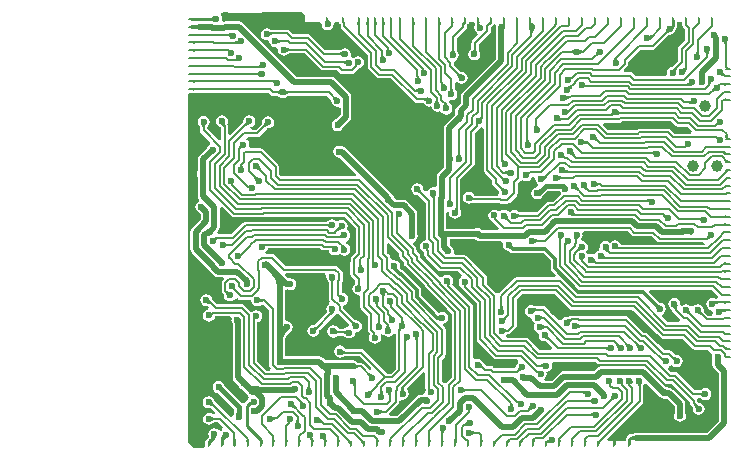
<source format=gbl>
G04*
G04 #@! TF.GenerationSoftware,Altium Limited,Altium Designer,20.2.7 (254)*
G04*
G04 Layer_Physical_Order=2*
G04 Layer_Color=16711680*
%FSLAX25Y25*%
%MOIN*%
G70*
G04*
G04 #@! TF.SameCoordinates,2CAF1E14-90DA-4ECA-8151-D2BA910CDBF6*
G04*
G04*
G04 #@! TF.FilePolarity,Positive*
G04*
G01*
G75*
%ADD10C,0.00984*%
%ADD11C,0.00787*%
%ADD85C,0.01181*%
%ADD86C,0.01968*%
%ADD87C,0.01575*%
%ADD88C,0.03900*%
%ADD89C,0.02362*%
G04:AMPARAMS|DCode=90|XSize=9.84mil|YSize=19.68mil|CornerRadius=4.92mil|HoleSize=0mil|Usage=FLASHONLY|Rotation=90.000|XOffset=0mil|YOffset=0mil|HoleType=Round|Shape=RoundedRectangle|*
%AMROUNDEDRECTD90*
21,1,0.00984,0.00984,0,0,90.0*
21,1,0.00000,0.01968,0,0,90.0*
1,1,0.00984,0.00492,0.00000*
1,1,0.00984,0.00492,0.00000*
1,1,0.00984,-0.00492,0.00000*
1,1,0.00984,-0.00492,0.00000*
%
%ADD90ROUNDEDRECTD90*%
G04:AMPARAMS|DCode=91|XSize=9.84mil|YSize=19.68mil|CornerRadius=4.92mil|HoleSize=0mil|Usage=FLASHONLY|Rotation=0.000|XOffset=0mil|YOffset=0mil|HoleType=Round|Shape=RoundedRectangle|*
%AMROUNDEDRECTD91*
21,1,0.00984,0.00984,0,0,0.0*
21,1,0.00000,0.01968,0,0,0.0*
1,1,0.00984,0.00000,-0.00492*
1,1,0.00984,0.00000,-0.00492*
1,1,0.00984,0.00000,0.00492*
1,1,0.00984,0.00000,0.00492*
%
%ADD91ROUNDEDRECTD91*%
G04:AMPARAMS|DCode=92|XSize=7.87mil|YSize=1141.73mil|CornerRadius=3.94mil|HoleSize=0mil|Usage=FLASHONLY|Rotation=180.000|XOffset=0mil|YOffset=0mil|HoleType=Round|Shape=RoundedRectangle|*
%AMROUNDEDRECTD92*
21,1,0.00787,1.13386,0,0,180.0*
21,1,0.00000,1.14173,0,0,180.0*
1,1,0.00787,0.00000,0.56693*
1,1,0.00787,0.00000,0.56693*
1,1,0.00787,0.00000,-0.56693*
1,1,0.00787,0.00000,-0.56693*
%
%ADD92ROUNDEDRECTD92*%
G36*
X9578Y142991D02*
X9504Y143047D01*
X9426Y143097D01*
X9342Y143142D01*
X9253Y143181D01*
X9159Y143213D01*
X9060Y143240D01*
X8957Y143261D01*
X8848Y143276D01*
X8734Y143284D01*
X8615Y143287D01*
X8506Y144272D01*
X8625Y144275D01*
X8739Y144286D01*
X8846Y144305D01*
X8946Y144330D01*
X9040Y144363D01*
X9128Y144403D01*
X9209Y144450D01*
X9283Y144505D01*
X9351Y144567D01*
X9413Y144636D01*
X9578Y142991D01*
D02*
G37*
G36*
X47909Y142819D02*
X47905Y142792D01*
X47902Y142751D01*
X47893Y142333D01*
X47892Y142069D01*
X47105D01*
X47104Y142209D01*
X47073Y142742D01*
X47063Y142779D01*
X47052Y142801D01*
X47039Y142808D01*
X47913Y142832D01*
X47909Y142819D01*
D02*
G37*
G36*
X98170Y142798D02*
X98153Y142753D01*
X98138Y142698D01*
X98126Y142632D01*
X98106Y142469D01*
X98094Y142264D01*
X98090Y142018D01*
X97303D01*
X97284Y142832D01*
X98188D01*
X98170Y142798D01*
D02*
G37*
G36*
X115418Y142891D02*
X115426Y142832D01*
X115511D01*
X115493Y142798D01*
X115476Y142752D01*
X115461Y142696D01*
X115459Y142684D01*
X115491Y142603D01*
X115535Y142526D01*
X115588Y142460D01*
X115651Y142404D01*
X115724Y142358D01*
X115807Y142322D01*
X115899Y142296D01*
X115413Y142010D01*
X115413Y142001D01*
X115399Y142001D01*
X114519Y141482D01*
X114539Y141560D01*
X114557Y141651D01*
X114587Y141872D01*
X114609Y142145D01*
X114616Y142440D01*
X114607Y142832D01*
X114626D01*
X114626Y142849D01*
X115413Y143008D01*
X115418Y142891D01*
D02*
G37*
G36*
X124154Y142798D02*
X124137Y142752D01*
X124123Y142695D01*
X124110Y142627D01*
X124090Y142458D01*
X124079Y142245D01*
X124075Y141988D01*
X123287Y142016D01*
X123268Y142832D01*
X124173D01*
X124154Y142798D01*
D02*
G37*
G36*
X85185Y142808D02*
X85175Y142769D01*
X85167Y142717D01*
X85152Y142570D01*
X85140Y142244D01*
X85138Y141957D01*
X84350D01*
X84350Y142108D01*
X84303Y142808D01*
X84292Y142832D01*
X85196D01*
X85185Y142808D01*
D02*
G37*
G36*
X76524D02*
X76514Y142769D01*
X76505Y142717D01*
X76491Y142570D01*
X76479Y142244D01*
X76476Y141957D01*
X75689D01*
X75688Y142108D01*
X75642Y142808D01*
X75630Y142832D01*
X76535D01*
X76524Y142808D01*
D02*
G37*
G36*
X69142D02*
X69132Y142769D01*
X69123Y142717D01*
X69109Y142570D01*
X69097Y142244D01*
X69095Y141957D01*
X68307D01*
X68306Y142108D01*
X68260Y142808D01*
X68248Y142832D01*
X69153D01*
X69142Y142808D01*
D02*
G37*
G36*
X66524D02*
X66514Y142769D01*
X66505Y142717D01*
X66491Y142570D01*
X66479Y142244D01*
X66476Y141957D01*
X65689D01*
X65688Y142108D01*
X65642Y142808D01*
X65630Y142832D01*
X66535D01*
X66524Y142808D01*
D02*
G37*
G36*
X63906D02*
X63896Y142769D01*
X63887Y142717D01*
X63873Y142570D01*
X63861Y142244D01*
X63858Y141957D01*
X63071D01*
X63070Y142108D01*
X63024Y142808D01*
X63012Y142832D01*
X63917D01*
X63906Y142808D01*
D02*
G37*
G36*
X61288D02*
X61278Y142769D01*
X61269Y142717D01*
X61255Y142570D01*
X61243Y142244D01*
X61240Y141957D01*
X60453D01*
X60452Y142108D01*
X60405Y142808D01*
X60394Y142832D01*
X61299D01*
X61288Y142808D01*
D02*
G37*
G36*
X58296D02*
X58285Y142769D01*
X58277Y142717D01*
X58263Y142570D01*
X58250Y142244D01*
X58248Y141957D01*
X57461D01*
X57460Y142108D01*
X57413Y142808D01*
X57402Y142832D01*
X58307D01*
X58296Y142808D01*
D02*
G37*
G36*
X176122Y142797D02*
X176106Y142748D01*
X176091Y142687D01*
X176078Y142613D01*
X176059Y142426D01*
X176047Y142188D01*
X176043Y141898D01*
X175256Y142016D01*
X175236Y142832D01*
X176141D01*
X176122Y142797D01*
D02*
G37*
G36*
X167461D02*
X167444Y142748D01*
X167430Y142687D01*
X167417Y142613D01*
X167397Y142426D01*
X167386Y142188D01*
X167382Y141898D01*
X166594Y142016D01*
X166575Y142832D01*
X167480D01*
X167461Y142797D01*
D02*
G37*
G36*
X158800D02*
X158783Y142748D01*
X158768Y142687D01*
X158756Y142613D01*
X158736Y142426D01*
X158724Y142188D01*
X158720Y141898D01*
X157933Y142016D01*
X157914Y142832D01*
X158818D01*
X158800Y142797D01*
D02*
G37*
G36*
X154469D02*
X154452Y142748D01*
X154438Y142687D01*
X154425Y142613D01*
X154405Y142426D01*
X154393Y142188D01*
X154390Y141898D01*
X153602Y142016D01*
X153583Y142832D01*
X154488D01*
X154469Y142797D01*
D02*
G37*
G36*
X150138D02*
X150122Y142748D01*
X150107Y142687D01*
X150094Y142613D01*
X150075Y142426D01*
X150063Y142188D01*
X150059Y141898D01*
X149272Y142016D01*
X149252Y142832D01*
X150157D01*
X150138Y142797D01*
D02*
G37*
G36*
X145808D02*
X145791Y142748D01*
X145776Y142687D01*
X145763Y142613D01*
X145744Y142426D01*
X145732Y142188D01*
X145728Y141898D01*
X144941Y142016D01*
X144922Y142832D01*
X145826D01*
X145808Y142797D01*
D02*
G37*
G36*
X132815D02*
X132799Y142748D01*
X132784Y142687D01*
X132771Y142613D01*
X132752Y142426D01*
X132740Y142188D01*
X132736Y141898D01*
X131949Y142016D01*
X131930Y142832D01*
X132834D01*
X132815Y142797D01*
D02*
G37*
G36*
X128485D02*
X128468Y142748D01*
X128453Y142687D01*
X128441Y142613D01*
X128421Y142426D01*
X128409Y142188D01*
X128405Y141898D01*
X127618Y142016D01*
X127599Y142832D01*
X128503D01*
X128485Y142797D01*
D02*
G37*
G36*
X111162D02*
X111145Y142748D01*
X111131Y142687D01*
X111118Y142613D01*
X111098Y142426D01*
X111086Y142188D01*
X111083Y141898D01*
X110295Y142016D01*
X110276Y142832D01*
X111180D01*
X111162Y142797D01*
D02*
G37*
G36*
X89508D02*
X89492Y142748D01*
X89477Y142687D01*
X89464Y142613D01*
X89445Y142426D01*
X89433Y142188D01*
X89429Y141898D01*
X88642Y142016D01*
X88622Y142832D01*
X89527D01*
X89508Y142797D01*
D02*
G37*
G36*
X119816Y142786D02*
X119793Y142729D01*
X119773Y142660D01*
X119755Y142580D01*
X119740Y142489D01*
X119719Y142274D01*
X119708Y142013D01*
X119706Y141866D01*
X118919Y142138D01*
X118937Y142832D01*
X119842D01*
X119816Y142786D01*
D02*
G37*
G36*
X93593Y142567D02*
X93616Y142566D01*
X93621Y142549D01*
X93607Y142516D01*
X93575Y142467D01*
X93525Y142402D01*
X93369Y142226D01*
X92997Y141842D01*
X92441Y142399D01*
X92566Y142528D01*
X92765Y142756D01*
X92839Y142856D01*
X92896Y142947D01*
X92936Y143027D01*
X92960Y143098D01*
X92966Y143159D01*
X92955Y143211D01*
X92928Y143253D01*
X93593Y142567D01*
D02*
G37*
G36*
X102254D02*
X102269Y142564D01*
X102265Y142543D01*
X102242Y142506D01*
X102201Y142451D01*
X102060Y142291D01*
X101551Y141766D01*
X101039Y142368D01*
X101186Y142520D01*
X101417Y142795D01*
X101503Y142918D01*
X101568Y143033D01*
X101613Y143137D01*
X101637Y143233D01*
X101642Y143319D01*
X101626Y143395D01*
X101589Y143463D01*
X102254Y142567D01*
D02*
G37*
G36*
X80836Y142780D02*
X80809Y142718D01*
X80786Y142646D01*
X80765Y142563D01*
X80748Y142470D01*
X80723Y142253D01*
X80710Y141996D01*
X80709Y141852D01*
X79921Y141762D01*
X79961Y142832D01*
X80866D01*
X80836Y142780D01*
D02*
G37*
G36*
X72174D02*
X72148Y142718D01*
X72124Y142646D01*
X72104Y142563D01*
X72087Y142470D01*
X72061Y142253D01*
X72049Y141996D01*
X72047Y141852D01*
X71260Y141762D01*
X71300Y142832D01*
X72204D01*
X72174Y142780D01*
D02*
G37*
G36*
X3954Y140462D02*
X3889Y140505D01*
X3793Y140544D01*
X3664Y140578D01*
X3504Y140607D01*
X3311Y140632D01*
X2831Y140669D01*
X1870Y140689D01*
Y141673D01*
X2222Y141675D01*
X3504Y141755D01*
X3664Y141785D01*
X3793Y141819D01*
X3889Y141857D01*
X3954Y141901D01*
Y140462D01*
D02*
G37*
G36*
X116324Y140172D02*
X116234Y140103D01*
X116152Y140030D01*
X116081Y139951D01*
X116018Y139868D01*
X115966Y139780D01*
X115923Y139687D01*
X115890Y139590D01*
X115866Y139487D01*
X115851Y139380D01*
X115847Y139269D01*
X115059Y139410D01*
X115056Y139517D01*
X115044Y139623D01*
X115026Y139728D01*
X115001Y139833D01*
X114968Y139937D01*
X114928Y140040D01*
X114880Y140143D01*
X114825Y140245D01*
X114763Y140347D01*
X114694Y140448D01*
X116324Y140172D01*
D02*
G37*
G36*
X161602Y139370D02*
X161483Y139367D01*
X161368Y139357D01*
X161258Y139338D01*
X161152Y139311D01*
X161050Y139277D01*
X160952Y139234D01*
X160859Y139184D01*
X160769Y139125D01*
X160685Y139059D01*
X160604Y138984D01*
X160047Y139541D01*
X160122Y139622D01*
X160188Y139706D01*
X160247Y139795D01*
X160297Y139889D01*
X160340Y139987D01*
X160374Y140089D01*
X160401Y140195D01*
X160420Y140305D01*
X160430Y140420D01*
X160433Y140539D01*
X161602Y139370D01*
D02*
G37*
G36*
X165784Y142334D02*
Y141772D01*
X165784Y141772D01*
X165875Y141311D01*
X166137Y140920D01*
X166611Y140446D01*
Y136627D01*
X164700Y134716D01*
X164439Y134325D01*
X164347Y133864D01*
X164347Y133864D01*
Y129822D01*
X162566Y128041D01*
X162522Y128008D01*
X162471Y127977D01*
X162417Y127947D01*
X162358Y127918D01*
X162302Y127895D01*
X162136Y127841D01*
X162045Y127819D01*
X161990Y127794D01*
X161721Y127740D01*
X161070Y127305D01*
X160635Y126654D01*
X160482Y125886D01*
X160556Y125515D01*
X160021Y124728D01*
X150272D01*
X149247Y125753D01*
X148856Y126014D01*
X148396Y126106D01*
X148396Y126106D01*
X146450D01*
X146149Y126833D01*
X147407Y128091D01*
X147668Y128482D01*
X147759Y128943D01*
X147759Y128943D01*
Y129493D01*
X151905Y133638D01*
X155905D01*
X155905Y133638D01*
X156366Y133730D01*
X156757Y133991D01*
X161239Y138473D01*
X161270Y138494D01*
X161304Y138512D01*
X161339Y138527D01*
X161379Y138541D01*
X161423Y138552D01*
X161473Y138560D01*
X161514Y138564D01*
X161614Y138544D01*
X162382Y138697D01*
X163033Y139132D01*
X163469Y139783D01*
X163621Y140551D01*
X163586Y140728D01*
X163863Y141142D01*
X163962Y141642D01*
Y142717D01*
X165775D01*
X165784Y142334D01*
D02*
G37*
G36*
X155994Y137885D02*
X155011Y136933D01*
X154833Y138470D01*
X154900Y138417D01*
X154969Y138379D01*
X155041Y138355D01*
X155114Y138347D01*
X155190Y138353D01*
X155269Y138374D01*
X155349Y138410D01*
X155431Y138461D01*
X155516Y138527D01*
X155603Y138608D01*
X155994Y137885D01*
D02*
G37*
G36*
X2585Y139017D02*
X2633Y139000D01*
X2694Y138986D01*
X2768Y138973D01*
X2954Y138954D01*
X3192Y138943D01*
X3481Y138939D01*
X3368Y138151D01*
X2550Y138130D01*
Y139035D01*
X2585Y139017D01*
D02*
G37*
G36*
X14941Y137664D02*
X14878Y137757D01*
X14809Y137840D01*
X14735Y137913D01*
X14656Y137976D01*
X14571Y138030D01*
X14480Y138074D01*
X14384Y138108D01*
X14283Y138132D01*
X14175Y138146D01*
X14063Y138151D01*
X14251Y138939D01*
X14356Y138942D01*
X14462Y138952D01*
X14567Y138969D01*
X14672Y138993D01*
X14778Y139024D01*
X14883Y139061D01*
X14988Y139105D01*
X15092Y139156D01*
X15302Y139278D01*
X14941Y137664D01*
D02*
G37*
G36*
X2574Y136425D02*
X2613Y136416D01*
X2665Y136407D01*
X2812Y136393D01*
X3138Y136380D01*
X3425Y136378D01*
Y135591D01*
X3274Y135590D01*
X2574Y135543D01*
X2550Y135532D01*
Y136437D01*
X2574Y136425D01*
D02*
G37*
G36*
X180875Y136591D02*
X180773Y136378D01*
X180731Y136272D01*
X180696Y136166D01*
X180667Y136060D01*
X180645Y135954D01*
X180629Y135849D01*
X180620Y135744D01*
X180616Y135640D01*
X179829Y135417D01*
X179824Y135530D01*
X179809Y135637D01*
X179785Y135738D01*
X179750Y135833D01*
X179706Y135922D01*
X179652Y136005D01*
X179588Y136082D01*
X179514Y136153D01*
X179430Y136218D01*
X179337Y136277D01*
X180936Y136698D01*
X180875Y136591D01*
D02*
G37*
G36*
X18071Y135319D02*
X17960Y135359D01*
X17722Y135427D01*
X17596Y135455D01*
X17326Y135497D01*
X17183Y135512D01*
X16722Y135531D01*
X16618Y136319D01*
X16733Y136324D01*
X16840Y136339D01*
X16938Y136364D01*
X17028Y136399D01*
X17109Y136443D01*
X17183Y136498D01*
X17248Y136563D01*
X17304Y136638D01*
X17353Y136723D01*
X17393Y136818D01*
X18071Y135319D01*
D02*
G37*
G36*
X68106Y134115D02*
X68120Y133975D01*
X68133Y133917D01*
X68149Y133866D01*
X68168Y133823D01*
X68191Y133788D01*
X68218Y133761D01*
X68248Y133741D01*
X68282Y133729D01*
X67209Y133445D01*
X67230Y133471D01*
X67248Y133507D01*
X67264Y133555D01*
X67278Y133613D01*
X67290Y133683D01*
X67307Y133855D01*
X67316Y134072D01*
X67317Y134196D01*
X68104D01*
X68106Y134115D01*
D02*
G37*
G36*
X2585Y133820D02*
X2633Y133803D01*
X2694Y133789D01*
X2768Y133776D01*
X2954Y133757D01*
X3192Y133746D01*
X3481Y133742D01*
X3368Y132955D01*
X2550Y132934D01*
Y133838D01*
X2585Y133820D01*
D02*
G37*
G36*
X97032Y133810D02*
X97035Y133703D01*
X97046Y133597D01*
X97065Y133492D01*
X97091Y133387D01*
X97124Y133283D01*
X97165Y133181D01*
X97214Y133078D01*
X97269Y132977D01*
X97333Y132876D01*
X97403Y132776D01*
X95769Y133030D01*
X95859Y133100D01*
X95940Y133175D01*
X96011Y133255D01*
X96073Y133339D01*
X96125Y133428D01*
X96168Y133521D01*
X96201Y133619D01*
X96225Y133721D01*
X96239Y133828D01*
X96244Y133940D01*
X97032Y133810D01*
D02*
G37*
G36*
X89670Y133504D02*
X89683Y133397D01*
X89704Y133293D01*
X89735Y133191D01*
X89774Y133092D01*
X89821Y132995D01*
X89878Y132901D01*
X89943Y132810D01*
X90016Y132721D01*
X90098Y132635D01*
X88445D01*
X88527Y132721D01*
X88601Y132810D01*
X88666Y132901D01*
X88722Y132995D01*
X88770Y133092D01*
X88809Y133191D01*
X88839Y133293D01*
X88861Y133397D01*
X88874Y133504D01*
X88878Y133614D01*
X89665D01*
X89670Y133504D01*
D02*
G37*
G36*
X131374Y133621D02*
X131476Y133559D01*
X131578Y133504D01*
X131681Y133456D01*
X131784Y133416D01*
X131888Y133383D01*
X131993Y133358D01*
X132098Y133340D01*
X132204Y133328D01*
X132311Y133325D01*
X132452Y132537D01*
X132341Y132533D01*
X132234Y132518D01*
X132131Y132494D01*
X132034Y132461D01*
X131941Y132418D01*
X131853Y132365D01*
X131770Y132303D01*
X131691Y132232D01*
X131618Y132150D01*
X131549Y132060D01*
X131273Y133690D01*
X131374Y133621D01*
D02*
G37*
G36*
X129610Y132060D02*
X129541Y132150D01*
X129467Y132232D01*
X129389Y132303D01*
X129306Y132365D01*
X129218Y132418D01*
X129125Y132461D01*
X129027Y132494D01*
X128925Y132518D01*
X128818Y132533D01*
X128706Y132537D01*
X128848Y133325D01*
X128954Y133328D01*
X129060Y133340D01*
X129166Y133358D01*
X129270Y133383D01*
X129374Y133416D01*
X129478Y133456D01*
X129581Y133504D01*
X129683Y133559D01*
X129785Y133621D01*
X129885Y133690D01*
X129610Y132060D01*
D02*
G37*
G36*
X174760Y132830D02*
X174687Y132741D01*
X174622Y132650D01*
X174565Y132556D01*
X174518Y132459D01*
X174479Y132360D01*
X174448Y132258D01*
X174427Y132154D01*
X174414Y132047D01*
X174409Y131938D01*
X173622D01*
X173618Y132047D01*
X173605Y132154D01*
X173583Y132258D01*
X173553Y132360D01*
X173514Y132459D01*
X173466Y132556D01*
X173410Y132650D01*
X173345Y132741D01*
X173271Y132830D01*
X173189Y132916D01*
X174843D01*
X174760Y132830D01*
D02*
G37*
G36*
X171358Y132780D02*
X171360Y132676D01*
X171377Y132468D01*
X171392Y132363D01*
X171435Y132152D01*
X171463Y132045D01*
X171531Y131831D01*
X171571Y131723D01*
X170072Y132401D01*
X170167Y132441D01*
X170252Y132490D01*
X170327Y132547D01*
X170391Y132612D01*
X170446Y132685D01*
X170491Y132766D01*
X170526Y132856D01*
X170551Y132955D01*
X170566Y133061D01*
X170571Y133176D01*
X171358Y132780D01*
D02*
G37*
G36*
X138301Y131791D02*
X138181Y131789D01*
X138067Y131778D01*
X137956Y131759D01*
X137850Y131732D01*
X137748Y131698D01*
X137650Y131655D01*
X137557Y131605D01*
X137468Y131546D01*
X137383Y131480D01*
X137302Y131405D01*
X136746Y131962D01*
X136820Y132043D01*
X136886Y132128D01*
X136945Y132217D01*
X136995Y132310D01*
X137038Y132408D01*
X137073Y132510D01*
X137099Y132616D01*
X137118Y132727D01*
X137129Y132842D01*
X137131Y132961D01*
X138301Y131791D01*
D02*
G37*
G36*
X66048Y131891D02*
X66063Y131784D01*
X66088Y131683D01*
X66122Y131588D01*
X66166Y131499D01*
X66220Y131415D01*
X66284Y131338D01*
X66358Y131266D01*
X66441Y131201D01*
X66535Y131141D01*
X64934Y130728D01*
X64995Y130835D01*
X65098Y131048D01*
X65140Y131154D01*
X65175Y131260D01*
X65204Y131366D01*
X65227Y131471D01*
X65243Y131576D01*
X65253Y131681D01*
X65256Y131786D01*
X66043Y132004D01*
X66048Y131891D01*
D02*
G37*
G36*
X2574Y131229D02*
X2613Y131219D01*
X2665Y131210D01*
X2812Y131196D01*
X3138Y131184D01*
X3425Y131181D01*
Y130394D01*
X3274Y130393D01*
X2574Y130346D01*
X2550Y130335D01*
Y131240D01*
X2574Y131229D01*
D02*
G37*
G36*
X143900Y130802D02*
X143914Y130621D01*
X143927Y130543D01*
X143943Y130475D01*
X143963Y130415D01*
X143986Y130364D01*
X144013Y130322D01*
X144044Y130289D01*
X144078Y130264D01*
X142930D01*
X142964Y130289D01*
X142995Y130322D01*
X143022Y130364D01*
X143045Y130415D01*
X143065Y130475D01*
X143081Y130543D01*
X143094Y130621D01*
X143103Y130707D01*
X143110Y130905D01*
X143898D01*
X143900Y130802D01*
D02*
G37*
G36*
X17160Y129726D02*
X17128Y129743D01*
X17085Y129757D01*
X17031Y129770D01*
X16966Y129781D01*
X16802Y129798D01*
X16592Y129809D01*
X16338Y129812D01*
X16224Y130599D01*
X16298Y130602D01*
X16366Y130609D01*
X16426Y130620D01*
X16479Y130636D01*
X16524Y130657D01*
X16562Y130682D01*
X16593Y130712D01*
X16616Y130747D01*
X16632Y130786D01*
X16640Y130830D01*
X17160Y129726D01*
D02*
G37*
G36*
X2574Y128630D02*
X2613Y128620D01*
X2665Y128611D01*
X2812Y128597D01*
X3138Y128585D01*
X3425Y128583D01*
Y127795D01*
X3274Y127795D01*
X2574Y127748D01*
X2550Y127737D01*
Y128641D01*
X2574Y128630D01*
D02*
G37*
G36*
X25196Y127683D02*
X25178Y127692D01*
X25156Y127693D01*
X25131Y127689D01*
X25102Y127678D01*
X25070Y127661D01*
X25034Y127637D01*
X24994Y127607D01*
X24903Y127527D01*
X24852Y127478D01*
X24295Y128034D01*
X24376Y128115D01*
X24697Y128477D01*
X24709Y128499D01*
X24712Y128514D01*
X25196Y127683D01*
D02*
G37*
G36*
X163911Y127127D02*
X163835Y127043D01*
X163770Y126957D01*
X163716Y126868D01*
X163672Y126777D01*
X163639Y126682D01*
X163617Y126584D01*
X163606Y126483D01*
X163606Y126379D01*
X163616Y126272D01*
X163638Y126163D01*
X162235Y127039D01*
X162355Y127068D01*
X162580Y127141D01*
X162685Y127185D01*
X162786Y127233D01*
X162882Y127286D01*
X162973Y127344D01*
X163059Y127407D01*
X163141Y127474D01*
X163217Y127546D01*
X163911Y127127D01*
D02*
G37*
G36*
X167225Y127099D02*
X167150Y127018D01*
X167084Y126934D01*
X167025Y126844D01*
X166975Y126751D01*
X166932Y126653D01*
X166897Y126551D01*
X166871Y126445D01*
X166852Y126335D01*
X166841Y126220D01*
X166839Y126101D01*
X165670Y127270D01*
X165789Y127273D01*
X165903Y127283D01*
X166014Y127302D01*
X166120Y127329D01*
X166222Y127363D01*
X166320Y127406D01*
X166413Y127456D01*
X166502Y127515D01*
X166587Y127581D01*
X166668Y127656D01*
X167225Y127099D01*
D02*
G37*
G36*
X2585Y126024D02*
X2633Y126008D01*
X2694Y125994D01*
X2768Y125981D01*
X2954Y125962D01*
X3192Y125950D01*
X3481Y125947D01*
X3368Y125159D01*
X2550Y125138D01*
Y126043D01*
X2585Y126024D01*
D02*
G37*
G36*
X24804Y124710D02*
X24723Y124795D01*
X24639Y124872D01*
X24551Y124939D01*
X24460Y124997D01*
X24366Y125047D01*
X24269Y125087D01*
X24168Y125119D01*
X24065Y125141D01*
X23957Y125155D01*
X23847Y125159D01*
X23890Y125947D01*
X23999Y125951D01*
X24106Y125963D01*
X24210Y125984D01*
X24313Y126013D01*
X24414Y126050D01*
X24513Y126096D01*
X24610Y126150D01*
X24705Y126212D01*
X24798Y126282D01*
X24889Y126361D01*
X24804Y124710D01*
D02*
G37*
G36*
X179636Y126067D02*
X179656Y125951D01*
X179684Y125840D01*
X179718Y125733D01*
X179759Y125631D01*
X179806Y125533D01*
X179859Y125441D01*
X179920Y125352D01*
X179987Y125269D01*
X180060Y125189D01*
X179562Y124574D01*
X179480Y124649D01*
X179395Y124715D01*
X179306Y124772D01*
X179212Y124819D01*
X179115Y124857D01*
X179015Y124886D01*
X178910Y124906D01*
X178802Y124916D01*
X178690Y124917D01*
X178574Y124909D01*
X179621Y126188D01*
X179636Y126067D01*
D02*
G37*
G36*
X91249Y125688D02*
X91334Y125622D01*
X91423Y125563D01*
X91516Y125513D01*
X91614Y125470D01*
X91716Y125435D01*
X91822Y125409D01*
X91932Y125390D01*
X92047Y125379D01*
X92167Y125377D01*
X90997Y124207D01*
X90995Y124327D01*
X90984Y124441D01*
X90965Y124552D01*
X90938Y124658D01*
X90904Y124760D01*
X90861Y124858D01*
X90811Y124951D01*
X90752Y125040D01*
X90686Y125125D01*
X90611Y125206D01*
X91168Y125762D01*
X91249Y125688D01*
D02*
G37*
G36*
X129084Y123726D02*
X128836Y123671D01*
X128372Y124475D01*
X129084Y124514D01*
Y123726D01*
D02*
G37*
G36*
X2574Y123433D02*
X2613Y123423D01*
X2665Y123415D01*
X2812Y123400D01*
X3138Y123388D01*
X3425Y123386D01*
Y122598D01*
X3274Y122598D01*
X2574Y122551D01*
X2550Y122540D01*
Y123444D01*
X2574Y123433D01*
D02*
G37*
G36*
X175689Y122804D02*
X175594Y122764D01*
X175510Y122717D01*
X175435Y122660D01*
X175370Y122596D01*
X175315Y122523D01*
X175271Y122441D01*
X175236Y122352D01*
X175211Y122254D01*
X175196Y122147D01*
X175191Y122032D01*
X174403Y122138D01*
X174401Y122298D01*
X174370Y122746D01*
X174351Y122883D01*
X174301Y123142D01*
X174270Y123263D01*
X174195Y123488D01*
X175689Y122804D01*
D02*
G37*
G36*
X180431Y121615D02*
X180417Y121619D01*
X180388Y121622D01*
X180285Y121628D01*
X179612Y121635D01*
X179499Y122423D01*
X179650Y122424D01*
X180213Y122458D01*
X180286Y122470D01*
X180347Y122485D01*
X180395Y122501D01*
X180431Y122519D01*
Y121615D01*
D02*
G37*
G36*
X168911Y121612D02*
X167545Y121555D01*
X167288Y122343D01*
X167407Y122347D01*
X167514Y122360D01*
X167608Y122381D01*
X167689Y122412D01*
X167758Y122450D01*
X167814Y122498D01*
X167858Y122554D01*
X167889Y122619D01*
X167908Y122692D01*
X167913Y122774D01*
X168911Y121612D01*
D02*
G37*
G36*
X129105Y121073D02*
X129032Y120996D01*
X128965Y120913D01*
X128903Y120826D01*
X128847Y120734D01*
X128797Y120637D01*
X128751Y120536D01*
X128712Y120429D01*
X128678Y120318D01*
X128649Y120203D01*
X128626Y120082D01*
X127677Y121437D01*
X127790Y121421D01*
X127899Y121414D01*
X128005Y121419D01*
X128107Y121433D01*
X128207Y121458D01*
X128302Y121493D01*
X128395Y121538D01*
X128484Y121593D01*
X128570Y121659D01*
X128653Y121735D01*
X129105Y121073D01*
D02*
G37*
G36*
X85835Y122560D02*
X86408Y122052D01*
X86505Y121979D01*
X86681Y121862D01*
X86760Y121818D01*
X85209Y121378D01*
X85254Y121464D01*
X85286Y121550D01*
X85303Y121636D01*
X85308Y121723D01*
X85298Y121809D01*
X85274Y121894D01*
X85237Y121980D01*
X85186Y122066D01*
X85121Y122151D01*
X85043Y122237D01*
X85702Y122691D01*
X85835Y122560D01*
D02*
G37*
G36*
X2574Y120835D02*
X2613Y120825D01*
X2665Y120816D01*
X2812Y120802D01*
X3138Y120790D01*
X3425Y120787D01*
Y120000D01*
X3274Y119999D01*
X2574Y119953D01*
X2550Y119941D01*
Y120846D01*
X2574Y120835D01*
D02*
G37*
G36*
X176945Y119804D02*
X176833Y119821D01*
X176724Y119827D01*
X176618Y119823D01*
X176515Y119809D01*
X176416Y119784D01*
X176320Y119749D01*
X176228Y119704D01*
X176139Y119649D01*
X176053Y119584D01*
X175970Y119508D01*
X175520Y120171D01*
X175593Y120249D01*
X175660Y120332D01*
X175722Y120419D01*
X175778Y120511D01*
X175829Y120607D01*
X175874Y120709D01*
X175914Y120815D01*
X175948Y120926D01*
X175977Y121041D01*
X176001Y121162D01*
X176945Y119804D01*
D02*
G37*
G36*
X89145Y120413D02*
X89158Y120307D01*
X89179Y120202D01*
X89210Y120100D01*
X89249Y120001D01*
X89296Y119905D01*
X89353Y119811D01*
X89418Y119719D01*
X89491Y119630D01*
X89574Y119544D01*
X87920D01*
X88002Y119630D01*
X88076Y119719D01*
X88141Y119811D01*
X88197Y119905D01*
X88245Y120001D01*
X88284Y120100D01*
X88314Y120202D01*
X88336Y120307D01*
X88349Y120413D01*
X88353Y120523D01*
X89140D01*
X89145Y120413D01*
D02*
G37*
G36*
X77827Y119109D02*
X77741Y119192D01*
X77652Y119265D01*
X77561Y119330D01*
X77467Y119386D01*
X77370Y119434D01*
X77271Y119473D01*
X77169Y119503D01*
X77065Y119525D01*
X76958Y119538D01*
X76849Y119542D01*
Y120330D01*
X76958Y120334D01*
X77065Y120347D01*
X77169Y120369D01*
X77271Y120399D01*
X77370Y120438D01*
X77467Y120486D01*
X77561Y120542D01*
X77652Y120607D01*
X77741Y120680D01*
X77827Y120763D01*
Y119109D01*
D02*
G37*
G36*
X180431Y119016D02*
X180417Y119020D01*
X180388Y119024D01*
X180286Y119030D01*
X179617Y119037D01*
Y119825D01*
X179745Y119825D01*
X180231Y119859D01*
X180297Y119872D01*
X180352Y119886D01*
X180397Y119903D01*
X180431Y119921D01*
Y119016D01*
D02*
G37*
G36*
X33508Y120134D02*
X33597Y120061D01*
X33689Y119996D01*
X33783Y119939D01*
X33879Y119892D01*
X33978Y119853D01*
X34080Y119822D01*
X34184Y119801D01*
X34291Y119788D01*
X34401Y119783D01*
Y118996D01*
X34291Y118992D01*
X34184Y118979D01*
X34080Y118957D01*
X33978Y118927D01*
X33879Y118888D01*
X33783Y118840D01*
X33689Y118784D01*
X33597Y118719D01*
X33508Y118645D01*
X33422Y118563D01*
Y120217D01*
X33508Y120134D01*
D02*
G37*
G36*
X31735Y118563D02*
X31649Y118645D01*
X31560Y118719D01*
X31469Y118784D01*
X31375Y118840D01*
X31278Y118888D01*
X31179Y118927D01*
X31077Y118957D01*
X30973Y118979D01*
X30866Y118992D01*
X30757Y118996D01*
Y119783D01*
X30866Y119788D01*
X30973Y119801D01*
X31077Y119822D01*
X31179Y119853D01*
X31278Y119892D01*
X31375Y119939D01*
X31469Y119996D01*
X31560Y120061D01*
X31649Y120134D01*
X31735Y120217D01*
Y118563D01*
D02*
G37*
G36*
X126811Y118373D02*
X127023Y118269D01*
X127129Y118227D01*
X127235Y118191D01*
X127340Y118162D01*
X127446Y118139D01*
X127551Y118123D01*
X127656Y118113D01*
X127761Y118110D01*
X127974Y117323D01*
X127861Y117318D01*
X127754Y117303D01*
X127653Y117278D01*
X127558Y117244D01*
X127468Y117200D01*
X127385Y117146D01*
X127307Y117082D01*
X127235Y117008D01*
X127169Y116925D01*
X127109Y116832D01*
X126704Y118435D01*
X126811Y118373D01*
D02*
G37*
G36*
X49759Y118028D02*
X49844Y117962D01*
X49933Y117903D01*
X50027Y117852D01*
X50124Y117810D01*
X50226Y117775D01*
X50333Y117749D01*
X50443Y117730D01*
X50558Y117719D01*
X50677Y117717D01*
X49508Y116547D01*
X49505Y116666D01*
X49494Y116781D01*
X49476Y116892D01*
X49449Y116998D01*
X49415Y117100D01*
X49372Y117198D01*
X49321Y117291D01*
X49263Y117380D01*
X49196Y117465D01*
X49122Y117545D01*
X49679Y118102D01*
X49759Y118028D01*
D02*
G37*
G36*
X180431Y116418D02*
X180406Y116429D01*
X180368Y116439D01*
X180315Y116448D01*
X180168Y116462D01*
X179843Y116474D01*
X179556Y116476D01*
Y117264D01*
X179706Y117264D01*
X180406Y117311D01*
X180431Y117322D01*
Y116418D01*
D02*
G37*
G36*
X80327Y116136D02*
X80277Y116230D01*
X80220Y116315D01*
X80156Y116390D01*
X80085Y116454D01*
X80006Y116509D01*
X79921Y116554D01*
X79828Y116589D01*
X79729Y116614D01*
X79622Y116629D01*
X79508Y116634D01*
X79809Y117421D01*
X79912Y117424D01*
X80120Y117446D01*
X80225Y117465D01*
X80439Y117520D01*
X80548Y117555D01*
X80767Y117643D01*
X80878Y117694D01*
X80327Y116136D01*
D02*
G37*
G36*
X84257Y116624D02*
X84271Y116516D01*
X84295Y116414D01*
X84328Y116317D01*
X84371Y116224D01*
X84424Y116136D01*
X84486Y116053D01*
X84558Y115974D01*
X84639Y115901D01*
X84730Y115832D01*
X83099Y115556D01*
X83169Y115657D01*
X83231Y115759D01*
X83286Y115861D01*
X83333Y115964D01*
X83373Y116067D01*
X83406Y116171D01*
X83432Y116276D01*
X83450Y116381D01*
X83461Y116487D01*
X83465Y116594D01*
X84252Y116735D01*
X84257Y116624D01*
D02*
G37*
G36*
X168958Y115382D02*
X168847Y115435D01*
X168628Y115524D01*
X168520Y115561D01*
X168306Y115617D01*
X168201Y115636D01*
X167992Y115658D01*
X167889Y115661D01*
X167598Y116449D01*
X167712Y116454D01*
X167819Y116469D01*
X167919Y116493D01*
X168012Y116528D01*
X168098Y116573D01*
X168176Y116628D01*
X168248Y116693D01*
X168314Y116767D01*
X168371Y116852D01*
X168423Y116946D01*
X168958Y115382D01*
D02*
G37*
G36*
X87801Y114940D02*
X86273Y114814D01*
X86326Y114877D01*
X86365Y114943D01*
X86389Y115011D01*
X86398Y115082D01*
X86392Y115156D01*
X86370Y115233D01*
X86334Y115312D01*
X86283Y115393D01*
X86217Y115478D01*
X86136Y115565D01*
X86872Y115942D01*
X87801Y114940D01*
D02*
G37*
G36*
X128437Y112927D02*
X127432Y112002D01*
X127314Y113529D01*
X127377Y113475D01*
X127442Y113436D01*
X127510Y113413D01*
X127580Y113404D01*
X127654Y113410D01*
X127730Y113431D01*
X127809Y113467D01*
X127890Y113519D01*
X127975Y113585D01*
X128062Y113666D01*
X128437Y112927D01*
D02*
G37*
G36*
X142600Y111826D02*
X142595Y111827D01*
X142586Y111823D01*
X142573Y111814D01*
X142557Y111802D01*
X142512Y111763D01*
X142375Y111631D01*
X141819Y112188D01*
X142225Y112559D01*
X142600Y111826D01*
D02*
G37*
G36*
X144436Y113281D02*
X144510Y113199D01*
X144588Y113128D01*
X144672Y113066D01*
X144760Y113013D01*
X144852Y112970D01*
X144950Y112937D01*
X145052Y112913D01*
X145159Y112899D01*
X145271Y112894D01*
X145130Y112106D01*
X145023Y112103D01*
X144917Y112092D01*
X144812Y112073D01*
X144707Y112048D01*
X144603Y112015D01*
X144499Y111975D01*
X144396Y111927D01*
X144294Y111872D01*
X144193Y111810D01*
X144092Y111741D01*
X144367Y113372D01*
X144436Y113281D01*
D02*
G37*
G36*
X99393Y110703D02*
X99334Y110644D01*
X99143Y110425D01*
X99125Y110396D01*
X99113Y110372D01*
X99108Y110354D01*
X99110Y110341D01*
X98457Y110951D01*
X98470Y110951D01*
X98488Y110958D01*
X98513Y110971D01*
X98542Y110991D01*
X98577Y111019D01*
X98664Y111094D01*
X98836Y111260D01*
X99393Y110703D01*
D02*
G37*
G36*
X124980Y111131D02*
X125025Y111046D01*
X125079Y110972D01*
X125141Y110907D01*
X125213Y110853D01*
X125293Y110808D01*
X125381Y110773D01*
X125479Y110748D01*
X125585Y110733D01*
X125701Y110728D01*
X125262Y109941D01*
X125155Y109939D01*
X124839Y109912D01*
X124735Y109895D01*
X124529Y109851D01*
X124427Y109824D01*
X124227Y109758D01*
X124944Y111225D01*
X124980Y111131D01*
D02*
G37*
G36*
X163432Y108302D02*
X163822Y108041D01*
X164283Y107949D01*
X167462D01*
X168991Y106421D01*
X168665Y105633D01*
X163080D01*
X161858Y106855D01*
X161467Y107116D01*
X161006Y107208D01*
X161006Y107208D01*
X151378D01*
X150917Y107116D01*
X150526Y106855D01*
X150485Y106815D01*
X141007D01*
X139419Y108403D01*
X139720Y109130D01*
X144587D01*
X144587Y109130D01*
X145047Y109222D01*
X145438Y109483D01*
X145676Y109721D01*
X162013D01*
X163432Y108302D01*
D02*
G37*
G36*
X21445Y108563D02*
X21326Y108560D01*
X21211Y108550D01*
X21100Y108531D01*
X20994Y108504D01*
X20892Y108470D01*
X20794Y108427D01*
X20701Y108377D01*
X20612Y108318D01*
X20527Y108252D01*
X20447Y108177D01*
X19890Y108734D01*
X19964Y108815D01*
X20031Y108899D01*
X20089Y108988D01*
X20140Y109082D01*
X20182Y109179D01*
X20217Y109282D01*
X20244Y109388D01*
X20262Y109498D01*
X20273Y109613D01*
X20276Y109732D01*
X21445Y108563D01*
D02*
G37*
G36*
X13315Y109118D02*
X13286Y109029D01*
X13268Y108941D01*
X13261Y108856D01*
X13266Y108774D01*
X13283Y108694D01*
X13312Y108616D01*
X13352Y108540D01*
X13404Y108468D01*
X13467Y108397D01*
X12905Y107846D01*
X12786Y107962D01*
X12333Y108351D01*
X12224Y108430D01*
X12015Y108564D01*
X11913Y108621D01*
X11813Y108669D01*
X13357Y109211D01*
X13315Y109118D01*
D02*
G37*
G36*
X27646Y108169D02*
X27527Y108167D01*
X27412Y108156D01*
X27301Y108137D01*
X27195Y108110D01*
X27093Y108076D01*
X26995Y108033D01*
X26902Y107983D01*
X26813Y107924D01*
X26728Y107858D01*
X26647Y107783D01*
X26091Y108340D01*
X26165Y108421D01*
X26232Y108506D01*
X26290Y108595D01*
X26340Y108688D01*
X26383Y108786D01*
X26418Y108888D01*
X26444Y108994D01*
X26463Y109105D01*
X26474Y109220D01*
X26476Y109339D01*
X27646Y108169D01*
D02*
G37*
G36*
X6945Y108618D02*
X6872Y108529D01*
X6807Y108437D01*
X6750Y108343D01*
X6703Y108247D01*
X6664Y108148D01*
X6634Y108046D01*
X6612Y107941D01*
X6599Y107835D01*
X6594Y107725D01*
X5807D01*
X5803Y107835D01*
X5790Y107941D01*
X5768Y108046D01*
X5738Y108148D01*
X5699Y108247D01*
X5651Y108343D01*
X5595Y108437D01*
X5530Y108529D01*
X5456Y108618D01*
X5374Y108704D01*
X7028D01*
X6945Y108618D01*
D02*
G37*
G36*
X117328Y108663D02*
X117342Y108556D01*
X117367Y108455D01*
X117401Y108359D01*
X117446Y108270D01*
X117500Y108187D01*
X117563Y108110D01*
X117637Y108038D01*
X117721Y107973D01*
X117814Y107913D01*
X116213Y107500D01*
X116274Y107607D01*
X116377Y107819D01*
X116419Y107926D01*
X116455Y108032D01*
X116484Y108137D01*
X116506Y108243D01*
X116523Y108348D01*
X116532Y108453D01*
X116535Y108558D01*
X117323Y108775D01*
X117328Y108663D01*
D02*
G37*
G36*
X39862Y145208D02*
Y142717D01*
X45049D01*
X45548Y142108D01*
X45532Y142027D01*
X45685Y141259D01*
X46120Y140608D01*
X46771Y140173D01*
X47539Y140021D01*
X48307Y140173D01*
X48959Y140608D01*
X49394Y141259D01*
X49546Y142027D01*
X49531Y142108D01*
X50030Y142717D01*
X51413D01*
X51452Y142520D01*
X51735Y142097D01*
X51847Y142022D01*
Y141339D01*
X51847Y141339D01*
X51939Y140878D01*
X52200Y140487D01*
X60804Y131883D01*
Y127891D01*
X60804Y127891D01*
X60895Y127430D01*
X61156Y127040D01*
X63752Y124444D01*
X64143Y124183D01*
X64604Y124091D01*
X68596D01*
X76511Y116176D01*
X76511Y116176D01*
X76901Y115915D01*
X77362Y115823D01*
X79572D01*
X79978Y115215D01*
X80630Y114779D01*
X81398Y114627D01*
X82068Y114760D01*
X82201Y114094D01*
X82636Y113443D01*
X83287Y113008D01*
X84055Y112855D01*
X84823Y113008D01*
X85655Y112617D01*
X85691Y112563D01*
X86342Y112128D01*
X87111Y111975D01*
X87879Y112128D01*
X88530Y112563D01*
X88965Y113214D01*
X89118Y113982D01*
X88965Y114750D01*
X88530Y115401D01*
X88369Y115509D01*
X88202Y115688D01*
X88060Y115901D01*
X88060Y115901D01*
X87902Y116059D01*
X88290Y116785D01*
X88747Y116694D01*
X89515Y116847D01*
X90166Y117282D01*
X90601Y117933D01*
X90754Y118701D01*
X90601Y119469D01*
X90166Y120120D01*
X90081Y120176D01*
X90055Y120209D01*
X90025Y120250D01*
X90002Y120289D01*
X89984Y120326D01*
X89969Y120362D01*
X89959Y120399D01*
X89951Y120435D01*
Y122568D01*
X90738Y122807D01*
X90759Y122776D01*
X91410Y122341D01*
X92178Y122188D01*
X92946Y122341D01*
X93598Y122776D01*
X94033Y123427D01*
X94185Y124196D01*
X94033Y124964D01*
X93598Y125615D01*
X92946Y126050D01*
X92178Y126203D01*
X92079Y126183D01*
X92037Y126187D01*
X91987Y126195D01*
X91943Y126206D01*
X91903Y126220D01*
X91868Y126235D01*
X91835Y126253D01*
X91803Y126274D01*
X89496Y128581D01*
Y129278D01*
X90040Y129937D01*
X90691Y130372D01*
X91126Y131023D01*
X91279Y131791D01*
X91126Y132559D01*
X90691Y133211D01*
X90606Y133267D01*
X90580Y133299D01*
X90550Y133341D01*
X90527Y133380D01*
X90509Y133417D01*
X90494Y133453D01*
X90483Y133489D01*
X90476Y133526D01*
Y137215D01*
X93571Y140310D01*
X93571Y140310D01*
X93832Y140701D01*
X93923Y141162D01*
Y141622D01*
X94180Y141879D01*
X94180Y141879D01*
X94324Y142095D01*
X94328Y142097D01*
X94611Y142520D01*
X94650Y142717D01*
X96274D01*
X96493Y142018D01*
X96562Y141669D01*
X96418Y140945D01*
X96571Y140177D01*
X97006Y139526D01*
X97320Y139316D01*
X97498Y138380D01*
X95786Y136668D01*
X95525Y136278D01*
X95434Y135817D01*
X95434Y135817D01*
Y133862D01*
X95428Y133839D01*
X95421Y133818D01*
X95413Y133799D01*
X95402Y133781D01*
X95387Y133761D01*
X95367Y133738D01*
X95339Y133712D01*
X95276Y133663D01*
X95244Y133627D01*
X95038Y133489D01*
X94603Y132838D01*
X94450Y132070D01*
X94603Y131301D01*
X95038Y130650D01*
X95689Y130215D01*
X96457Y130062D01*
X97225Y130215D01*
X97876Y130650D01*
X98311Y131301D01*
X98464Y132070D01*
X98311Y132838D01*
X98091Y133167D01*
X98059Y133240D01*
X98001Y133322D01*
X97962Y133384D01*
X97929Y133443D01*
X97902Y133500D01*
X97880Y133555D01*
X97864Y133608D01*
X97851Y133659D01*
X97842Y133708D01*
Y135318D01*
X101639Y139115D01*
X101639Y139115D01*
X101900Y139506D01*
X101992Y139966D01*
X101992Y139966D01*
Y141060D01*
X102841Y141910D01*
X102841Y141910D01*
X102948Y142070D01*
X102989Y142097D01*
X103078Y142230D01*
X103756Y141910D01*
X103603Y141142D01*
X103607Y141122D01*
Y133849D01*
X103515Y133385D01*
Y130444D01*
X92522Y119451D01*
X92130Y118865D01*
X91993Y118173D01*
Y117717D01*
X91993Y117717D01*
Y115906D01*
X90652Y114565D01*
X90260Y113979D01*
X90123Y113287D01*
Y112564D01*
X90016Y112029D01*
X89988Y111987D01*
X89973Y111909D01*
X86813Y108749D01*
X86422Y108163D01*
X86284Y107472D01*
Y97562D01*
X86182Y97047D01*
X86251Y96702D01*
X86234Y96621D01*
Y94376D01*
X84353Y92494D01*
X83961Y91908D01*
X83824Y91217D01*
Y88146D01*
X83036Y87649D01*
X82583Y87739D01*
X81815Y87587D01*
X81164Y87152D01*
X80777Y86573D01*
X80629Y86482D01*
X79894Y86343D01*
X79506Y86731D01*
X79485Y86763D01*
X79467Y86796D01*
X79452Y86831D01*
X79438Y86871D01*
X79427Y86915D01*
X79419Y86965D01*
X79415Y87006D01*
X79435Y87106D01*
X79282Y87874D01*
X78847Y88525D01*
X78196Y88961D01*
X77428Y89113D01*
X76660Y88961D01*
X76009Y88525D01*
X75573Y87874D01*
X75421Y87106D01*
X75573Y86338D01*
X76009Y85687D01*
X76660Y85252D01*
X77428Y85099D01*
X77528Y85119D01*
X77569Y85115D01*
X77619Y85107D01*
X77663Y85096D01*
X77703Y85082D01*
X77738Y85067D01*
X77771Y85049D01*
X77803Y85028D01*
X80193Y82638D01*
Y70368D01*
X80193Y70368D01*
X79981Y70051D01*
X79547Y69964D01*
X78896Y69529D01*
X78461Y68878D01*
X78308Y68110D01*
X78461Y67342D01*
X78896Y66691D01*
X79455Y66317D01*
X79458Y66303D01*
X79719Y65912D01*
X79800Y65831D01*
Y65158D01*
X79800Y65158D01*
X79891Y64697D01*
X80152Y64306D01*
X84382Y60076D01*
X84773Y59815D01*
X85233Y59724D01*
X85234Y59724D01*
X91127D01*
X92282Y58568D01*
X92104Y57633D01*
X91789Y57423D01*
X91354Y56772D01*
X91202Y56004D01*
X91354Y55236D01*
X91789Y54585D01*
X92037Y54419D01*
X92096Y54122D01*
X92357Y53731D01*
X97128Y48960D01*
Y37020D01*
X97128Y37020D01*
X97219Y36559D01*
X97480Y36169D01*
X102906Y30743D01*
X103297Y30482D01*
X103758Y30390D01*
X103758Y30390D01*
X110588D01*
X110862Y30060D01*
X110884Y29175D01*
X110449Y28524D01*
X110296Y27756D01*
X109622Y27385D01*
X103261D01*
X102924Y27722D01*
X102534Y27983D01*
X102073Y28074D01*
X102073Y28074D01*
X100499D01*
X99781Y28792D01*
X99719Y28861D01*
X99483Y29152D01*
X99441Y29213D01*
X99400Y29278D01*
X99394Y29311D01*
X98959Y29963D01*
X98308Y30398D01*
X97539Y30550D01*
X96771Y30398D01*
X95993Y30825D01*
Y47945D01*
X95993Y47945D01*
X95901Y48406D01*
X95640Y48796D01*
X95640Y48796D01*
X89021Y55415D01*
X89023Y55436D01*
X89029Y55463D01*
X89032Y55475D01*
X89038Y55488D01*
X89040Y55496D01*
X89066Y55530D01*
X89069Y55543D01*
X89260Y55829D01*
X89413Y56597D01*
X89260Y57365D01*
X88825Y58016D01*
X88174Y58451D01*
X87406Y58604D01*
X86638Y58451D01*
X85987Y58016D01*
X85901Y57888D01*
X84893Y57782D01*
X78566Y64108D01*
Y64477D01*
X78566Y64477D01*
X78475Y64938D01*
X78214Y65329D01*
X78214Y65329D01*
X77188Y66354D01*
Y67089D01*
X77097Y67550D01*
X76836Y67941D01*
X76836Y67941D01*
X76040Y68736D01*
X76300Y69591D01*
X76359Y69602D01*
X77010Y70038D01*
X77445Y70689D01*
X77598Y71457D01*
X77445Y72225D01*
X77397Y72297D01*
Y78937D01*
X77259Y79628D01*
X76868Y80214D01*
X74112Y82970D01*
X73526Y83362D01*
X72835Y83499D01*
X70374D01*
X69553Y84321D01*
X69472Y84725D01*
X69037Y85376D01*
X68743Y85572D01*
X68722Y85605D01*
X53518Y100808D01*
X52932Y101200D01*
X52368Y101312D01*
X52146Y101461D01*
X51378Y101613D01*
X50610Y101461D01*
X49959Y101025D01*
X49524Y100374D01*
X49371Y99606D01*
X49524Y98838D01*
X49959Y98187D01*
X50610Y97752D01*
X51378Y97599D01*
X51578Y97639D01*
X57128Y92089D01*
X56827Y91362D01*
X32123D01*
X31470Y92015D01*
Y94439D01*
X31470Y94439D01*
X31378Y94900D01*
X31117Y95291D01*
X26048Y100359D01*
X25658Y100620D01*
X25197Y100712D01*
X25197Y100712D01*
X21793D01*
X21304Y101499D01*
X21397Y101969D01*
X21244Y102737D01*
X20809Y103388D01*
X20495Y103598D01*
X20466Y103720D01*
X20958Y104500D01*
X24011D01*
X24011Y104500D01*
X24472Y104591D01*
X24862Y104852D01*
X27283Y107272D01*
X27314Y107293D01*
X27347Y107311D01*
X27383Y107326D01*
X27422Y107340D01*
X27466Y107351D01*
X27516Y107359D01*
X27558Y107363D01*
X27657Y107343D01*
X28426Y107496D01*
X29077Y107931D01*
X29512Y108582D01*
X29665Y109350D01*
X29512Y110118D01*
X29077Y110770D01*
X28426Y111205D01*
X27657Y111357D01*
X26889Y111205D01*
X26238Y110770D01*
X25803Y110118D01*
X25650Y109350D01*
X25670Y109251D01*
X25666Y109209D01*
X25658Y109159D01*
X25647Y109115D01*
X25633Y109075D01*
X25618Y109040D01*
X25600Y109007D01*
X25580Y108976D01*
X23512Y106908D01*
X22173D01*
X21753Y107695D01*
X21831Y107811D01*
X22225Y107890D01*
X22876Y108325D01*
X23311Y108976D01*
X23464Y109744D01*
X23311Y110512D01*
X22876Y111163D01*
X22225Y111598D01*
X21457Y111751D01*
X20689Y111598D01*
X20038Y111163D01*
X19602Y110512D01*
X19450Y109744D01*
X19469Y109644D01*
X19466Y109603D01*
X19457Y109553D01*
X19446Y109509D01*
X19433Y109469D01*
X19417Y109434D01*
X19399Y109400D01*
X19379Y109369D01*
X15121Y105111D01*
X14393Y105412D01*
Y108119D01*
X14393Y108119D01*
X14302Y108580D01*
X14097Y108886D01*
X14157Y108976D01*
X14310Y109744D01*
X14157Y110512D01*
X13722Y111163D01*
X13071Y111598D01*
X12303Y111751D01*
X11535Y111598D01*
X10884Y111163D01*
X10449Y110512D01*
X10296Y109744D01*
X10449Y108976D01*
X10884Y108325D01*
X11535Y107890D01*
X11598Y107877D01*
X11603Y107875D01*
X11771Y107767D01*
X11834Y107721D01*
X11985Y107592D01*
Y103635D01*
X11257Y103334D01*
X7405Y107186D01*
Y107813D01*
X7413Y107850D01*
X7423Y107886D01*
X7438Y107922D01*
X7456Y107959D01*
X7479Y107998D01*
X7509Y108039D01*
X7535Y108071D01*
X7620Y108128D01*
X8055Y108779D01*
X8208Y109547D01*
X8055Y110315D01*
X7620Y110967D01*
X6969Y111401D01*
X6201Y111554D01*
X5433Y111401D01*
X4782Y110967D01*
X4346Y110315D01*
X4194Y109547D01*
X4346Y108779D01*
X4782Y108128D01*
X4866Y108071D01*
X4893Y108039D01*
X4922Y107998D01*
X4946Y107959D01*
X4964Y107922D01*
X4978Y107886D01*
X4989Y107850D01*
X4997Y107813D01*
Y106687D01*
X4997Y106687D01*
X5088Y106226D01*
X5349Y105836D01*
X8325Y102860D01*
X8147Y101924D01*
X7833Y101715D01*
X7398Y101063D01*
X7354Y100846D01*
X4825Y98316D01*
X4434Y97730D01*
X4296Y97039D01*
Y93457D01*
X4051Y93091D01*
X3898Y92323D01*
X4051Y91555D01*
X4296Y91188D01*
Y84842D01*
X4434Y84151D01*
X4631Y83855D01*
X4635Y83663D01*
X4486Y83034D01*
X4391Y82885D01*
X3994Y82620D01*
X3559Y81969D01*
X3406Y81201D01*
X3559Y80433D01*
X3994Y79782D01*
X4645Y79347D01*
X4730Y79330D01*
X5182Y78878D01*
Y77087D01*
X2266Y74171D01*
X1874Y73585D01*
X1737Y72894D01*
Y67028D01*
X1874Y66336D01*
X2266Y65750D01*
X7890Y60126D01*
X7975Y60000D01*
X9704Y58270D01*
X10290Y57878D01*
X10982Y57741D01*
X12594D01*
X12895Y57013D01*
X12534Y56653D01*
X12273Y56262D01*
X12182Y55801D01*
X12182Y55801D01*
Y53248D01*
X12182Y53248D01*
X12273Y52787D01*
X12534Y52397D01*
X12883Y52048D01*
X12903Y52017D01*
X12921Y51983D01*
X12937Y51948D01*
X12950Y51909D01*
X12961Y51865D01*
X12969Y51815D01*
X12973Y51773D01*
X12954Y51673D01*
X13106Y50905D01*
X13541Y50254D01*
X14193Y49819D01*
X14961Y49666D01*
X15729Y49819D01*
X16380Y50254D01*
X16590Y50568D01*
X17525Y50746D01*
X17745Y50526D01*
X18136Y50265D01*
X18597Y50174D01*
X21964D01*
X22107Y50000D01*
X22260Y49232D01*
X22695Y48581D01*
X23346Y48146D01*
X24114Y47993D01*
X24882Y48146D01*
X25533Y48581D01*
X26278Y48397D01*
X28028Y46647D01*
Y28451D01*
X28028Y28451D01*
X28120Y27990D01*
X28381Y27599D01*
X28655Y27325D01*
X28353Y26598D01*
X27296D01*
X24137Y29756D01*
Y42859D01*
X24489Y42929D01*
X25140Y43364D01*
X25575Y44015D01*
X25728Y44783D01*
X25575Y45551D01*
X25140Y46203D01*
X24489Y46638D01*
X23720Y46791D01*
X22952Y46638D01*
X22301Y46203D01*
X22021Y46175D01*
X19904Y48292D01*
X19513Y48553D01*
X19052Y48645D01*
X19052Y48645D01*
X10637D01*
X9243Y50039D01*
X9211Y50083D01*
X9178Y50134D01*
X9147Y50189D01*
X9118Y50249D01*
X9094Y50305D01*
X9038Y50473D01*
X9015Y50564D01*
X8991Y50614D01*
X8941Y50867D01*
X8506Y51518D01*
X7855Y51953D01*
X7087Y52105D01*
X6318Y51953D01*
X5667Y51518D01*
X5232Y50867D01*
X5080Y50098D01*
X5232Y49330D01*
X5667Y48679D01*
X6318Y48244D01*
X7087Y48091D01*
X7465Y48167D01*
X7516Y48167D01*
X7939Y47757D01*
X8005Y47657D01*
X7690Y46931D01*
X7204Y46835D01*
X6553Y46400D01*
X6118Y45748D01*
X5965Y44980D01*
X6118Y44212D01*
X6553Y43561D01*
X7204Y43126D01*
X7972Y42973D01*
X8741Y43126D01*
X9392Y43561D01*
X9827Y44212D01*
X9916Y44662D01*
X14953D01*
X15488Y43874D01*
X15414Y43504D01*
X15567Y42736D01*
X15812Y42369D01*
Y24311D01*
X15949Y23620D01*
X16341Y23034D01*
X17617Y21757D01*
X17634Y21673D01*
X18069Y21022D01*
X18720Y20587D01*
X18805Y20570D01*
X21086Y18288D01*
X21315Y17784D01*
X21088Y17083D01*
X20664Y16801D01*
X19784Y15921D01*
X19647Y15861D01*
X18996Y15837D01*
X18748Y15904D01*
X13162Y21490D01*
X13075Y21929D01*
X12640Y22581D01*
X11988Y23016D01*
X11220Y23168D01*
X10452Y23016D01*
X9801Y22581D01*
X9366Y21929D01*
X9213Y21161D01*
X9366Y20393D01*
X9801Y19742D01*
X10452Y19307D01*
X10873Y19223D01*
X11017Y19094D01*
X16308Y13803D01*
Y12164D01*
X16059Y11792D01*
X15972Y11353D01*
X15159Y11052D01*
X10049Y16162D01*
X9993Y16231D01*
X9963Y16273D01*
X9876Y16416D01*
X9846Y16473D01*
X9768Y16646D01*
X9754Y16681D01*
X9728Y16811D01*
X9293Y17462D01*
X8642Y17898D01*
X7874Y18050D01*
X7106Y17898D01*
X6455Y17462D01*
X6020Y16811D01*
X5867Y16043D01*
X6020Y15275D01*
X6455Y14624D01*
X7106Y14189D01*
X7874Y14036D01*
X8620Y14185D01*
X9943Y12862D01*
X9969Y12413D01*
X9825Y12117D01*
X9704Y11987D01*
X9313Y12003D01*
X8741Y12386D01*
X7972Y12539D01*
X7204Y12386D01*
X6553Y11951D01*
X6118Y11300D01*
X5965Y10531D01*
X6118Y9763D01*
X6553Y9112D01*
X7204Y8677D01*
X7972Y8524D01*
X8741Y8677D01*
X9392Y9112D01*
X9448Y9197D01*
X9480Y9224D01*
X9522Y9253D01*
X9561Y9276D01*
X9598Y9295D01*
X9634Y9309D01*
X9670Y9320D01*
X9707Y9327D01*
X11115D01*
X12644Y7798D01*
X12442Y6887D01*
X12065Y6636D01*
X11206Y6768D01*
X11163Y6833D01*
X10512Y7268D01*
X9744Y7420D01*
X8976Y7268D01*
X8325Y6833D01*
X7890Y6182D01*
X7737Y5413D01*
X7890Y4645D01*
X7920Y4600D01*
X6893Y3572D01*
X6610Y3149D01*
X6511Y2650D01*
Y2281D01*
X6511Y2280D01*
Y1567D01*
X6063Y846D01*
X5853Y787D01*
X2988D01*
X886Y2889D01*
Y118685D01*
X1378Y119089D01*
X2362D01*
X2700Y119156D01*
X3195Y119190D01*
X27926D01*
X28578Y118538D01*
X28578Y118538D01*
X28968Y118277D01*
X29429Y118185D01*
X29429Y118185D01*
X30844D01*
X30881Y118178D01*
X30917Y118167D01*
X30953Y118153D01*
X30990Y118135D01*
X31029Y118111D01*
X31071Y118082D01*
X31103Y118055D01*
X31159Y117971D01*
X31811Y117535D01*
X32579Y117383D01*
X33347Y117535D01*
X33998Y117971D01*
X34054Y118055D01*
X34087Y118082D01*
X34128Y118111D01*
X34167Y118135D01*
X34204Y118153D01*
X34240Y118167D01*
X34277Y118178D01*
X34313Y118185D01*
X47336D01*
X48611Y116910D01*
X48632Y116879D01*
X48650Y116846D01*
X48665Y116810D01*
X48678Y116771D01*
X48689Y116727D01*
X48698Y116677D01*
X48702Y116635D01*
X48682Y116535D01*
X48835Y115767D01*
X49270Y115116D01*
X49921Y114681D01*
X50689Y114528D01*
X51048Y114600D01*
X51835Y114059D01*
Y111969D01*
X50202Y110336D01*
X50118Y110319D01*
X49467Y109884D01*
X49031Y109233D01*
X48879Y108465D01*
X49031Y107696D01*
X49467Y107045D01*
X50118Y106610D01*
X50886Y106457D01*
X51654Y106610D01*
X52305Y107045D01*
X52740Y107696D01*
X52757Y107781D01*
X54919Y109943D01*
X55311Y110529D01*
X55448Y111221D01*
Y117759D01*
X55311Y118450D01*
X54919Y119036D01*
X49843Y124112D01*
X49257Y124504D01*
X48566Y124641D01*
X37067D01*
X19250Y142458D01*
X18664Y142850D01*
X17972Y142988D01*
X17661D01*
X17365Y143046D01*
X13386D01*
X12950Y142960D01*
X12382Y143401D01*
X12276Y143568D01*
X12342Y143898D01*
X12189Y144666D01*
X11842Y145185D01*
X11991Y145673D01*
X12190Y145973D01*
X39087Y145995D01*
X39862Y145208D01*
D02*
G37*
G36*
X180909Y104988D02*
X180921Y104841D01*
X180941Y104714D01*
X180968Y104606D01*
X181004Y104519D01*
X181047Y104451D01*
X181098Y104403D01*
X181158Y104376D01*
X181224Y104368D01*
X181299Y104379D01*
X180166Y104065D01*
X180157Y104063D01*
X180149Y104085D01*
X180141Y104131D01*
X180135Y104202D01*
X180120Y104726D01*
X180118Y105134D01*
X180905Y105155D01*
X180909Y104988D01*
D02*
G37*
G36*
X137113Y104537D02*
X137127Y104421D01*
X137149Y104310D01*
X137178Y104204D01*
X137215Y104102D01*
X137259Y104004D01*
X137311Y103911D01*
X137370Y103822D01*
X137437Y103737D01*
X137511Y103657D01*
X136975Y103079D01*
X136894Y103154D01*
X136809Y103220D01*
X136720Y103278D01*
X136627Y103327D01*
X136529Y103368D01*
X136427Y103401D01*
X136322Y103425D01*
X136212Y103440D01*
X136098Y103447D01*
X135979Y103446D01*
X137106Y104657D01*
X137113Y104537D01*
D02*
G37*
G36*
X114473Y103484D02*
X114488Y103377D01*
X114512Y103276D01*
X114546Y103179D01*
X114590Y103089D01*
X114644Y103003D01*
X114707Y102924D01*
X114780Y102849D01*
X114862Y102780D01*
X114955Y102716D01*
X113340Y102362D01*
X113405Y102466D01*
X113514Y102676D01*
X113558Y102781D01*
X113596Y102885D01*
X113627Y102991D01*
X113650Y103096D01*
X113668Y103201D01*
X113678Y103307D01*
X113681Y103412D01*
X114469Y103597D01*
X114473Y103484D01*
D02*
G37*
G36*
X133023Y103407D02*
X133112Y103333D01*
X133203Y103268D01*
X133297Y103212D01*
X133393Y103164D01*
X133493Y103125D01*
X133594Y103095D01*
X133699Y103074D01*
X133806Y103060D01*
X133915Y103056D01*
Y102269D01*
X133806Y102264D01*
X133699Y102251D01*
X133594Y102230D01*
X133493Y102199D01*
X133393Y102161D01*
X133297Y102113D01*
X133203Y102057D01*
X133112Y101992D01*
X133023Y101918D01*
X132937Y101836D01*
Y103489D01*
X133023Y103407D01*
D02*
G37*
G36*
X180431Y100827D02*
X180425Y100824D01*
X180397Y100820D01*
X180346Y100818D01*
X179357Y100808D01*
X179464Y101596D01*
X179612Y101597D01*
X180087Y101630D01*
X180178Y101645D01*
X180258Y101662D01*
X180327Y101683D01*
X180384Y101706D01*
X180431Y101732D01*
Y100827D01*
D02*
G37*
G36*
X19378Y100787D02*
X19259Y100785D01*
X19144Y100774D01*
X19033Y100755D01*
X18927Y100729D01*
X18825Y100694D01*
X18728Y100652D01*
X18634Y100601D01*
X18545Y100542D01*
X18460Y100476D01*
X18380Y100402D01*
X17823Y100958D01*
X17897Y101039D01*
X17964Y101124D01*
X18022Y101213D01*
X18073Y101306D01*
X18115Y101404D01*
X18150Y101506D01*
X18177Y101612D01*
X18195Y101723D01*
X18206Y101838D01*
X18209Y101957D01*
X19378Y100787D01*
D02*
G37*
G36*
X180103Y99559D02*
X180378Y99328D01*
X180501Y99243D01*
X180615Y99178D01*
X180719Y99133D01*
X180815Y99109D01*
X180900Y99105D01*
X180976Y99122D01*
X181043Y99159D01*
X180166Y98494D01*
X180163Y98475D01*
X180143Y98475D01*
X180105Y98495D01*
X180050Y98535D01*
X179978Y98594D01*
X179657Y98890D01*
X179357Y99186D01*
X179951Y99705D01*
X180103Y99559D01*
D02*
G37*
G36*
X156358Y98328D02*
X156299Y98421D01*
X156233Y98505D01*
X156162Y98578D01*
X156085Y98642D01*
X156001Y98696D01*
X155912Y98740D01*
X155817Y98775D01*
X155716Y98799D01*
X155609Y98814D01*
X155496Y98819D01*
X155714Y99606D01*
X155819Y99610D01*
X155924Y99619D01*
X156029Y99635D01*
X156134Y99658D01*
X156240Y99687D01*
X156346Y99722D01*
X156452Y99764D01*
X156665Y99867D01*
X156772Y99929D01*
X156358Y98328D01*
D02*
G37*
G36*
X129438Y99677D02*
X129449Y99562D01*
X129467Y99452D01*
X129494Y99345D01*
X129529Y99243D01*
X129571Y99146D01*
X129622Y99052D01*
X129680Y98963D01*
X129747Y98878D01*
X129821Y98798D01*
X129264Y98241D01*
X129184Y98316D01*
X129099Y98382D01*
X129010Y98440D01*
X128917Y98491D01*
X128819Y98533D01*
X128717Y98568D01*
X128611Y98595D01*
X128500Y98613D01*
X128385Y98624D01*
X128266Y98627D01*
X129435Y99796D01*
X129438Y99677D01*
D02*
G37*
G36*
X91737Y98957D02*
X91750Y98850D01*
X91771Y98746D01*
X91802Y98644D01*
X91841Y98545D01*
X91888Y98448D01*
X91944Y98354D01*
X92010Y98263D01*
X92083Y98174D01*
X92165Y98088D01*
X90512D01*
X90594Y98174D01*
X90668Y98263D01*
X90733Y98354D01*
X90789Y98448D01*
X90837Y98545D01*
X90876Y98644D01*
X90906Y98746D01*
X90928Y98850D01*
X90941Y98957D01*
X90945Y99066D01*
X91732D01*
X91737Y98957D01*
D02*
G37*
G36*
X126586Y98387D02*
X126602Y98335D01*
X126627Y98277D01*
X126661Y98214D01*
X126705Y98146D01*
X126758Y98072D01*
X126894Y97910D01*
X127068Y97727D01*
X126514Y97167D01*
X126450Y97228D01*
X126387Y97280D01*
X126327Y97323D01*
X126269Y97357D01*
X126213Y97383D01*
X126158Y97399D01*
X126106Y97406D01*
X126056Y97404D01*
X126008Y97393D01*
X125963Y97374D01*
X126581Y98435D01*
X126586Y98387D01*
D02*
G37*
G36*
X105872Y97049D02*
X106093Y96864D01*
X106157Y96820D01*
X106217Y96786D01*
X106273Y96760D01*
X106324Y96744D01*
X106371Y96736D01*
X106414Y96738D01*
X105502Y96020D01*
X105514Y96061D01*
X105518Y96106D01*
X105512Y96154D01*
X105499Y96205D01*
X105476Y96258D01*
X105445Y96315D01*
X105405Y96375D01*
X105357Y96438D01*
X105299Y96503D01*
X105233Y96572D01*
X105790Y97129D01*
X105872Y97049D01*
D02*
G37*
G36*
X180448Y96987D02*
X180719Y96759D01*
X180843Y96674D01*
X180958Y96608D01*
X181065Y96560D01*
X181165Y96532D01*
X181256Y96522D01*
X181339Y96532D01*
X181414Y96560D01*
X180166Y95895D01*
X180149Y95961D01*
X180122Y96030D01*
X180087Y96104D01*
X180043Y96181D01*
X179990Y96262D01*
X179857Y96437D01*
X179777Y96529D01*
X179589Y96727D01*
X180301Y97129D01*
X180448Y96987D01*
D02*
G37*
G36*
X19091Y95154D02*
X19115Y94883D01*
X19129Y94811D01*
X19147Y94749D01*
X19167Y94695D01*
X19191Y94652D01*
X19217Y94617D01*
X19247Y94592D01*
X18122Y94682D01*
X18157Y94702D01*
X18187Y94730D01*
X18214Y94767D01*
X18238Y94813D01*
X18258Y94867D01*
X18274Y94929D01*
X18286Y95000D01*
X18295Y95079D01*
X18303Y95263D01*
X19090D01*
X19091Y95154D01*
D02*
G37*
G36*
X24904Y94751D02*
X24915Y94636D01*
X24934Y94525D01*
X24960Y94419D01*
X24995Y94317D01*
X25038Y94220D01*
X25088Y94126D01*
X25146Y94037D01*
X25213Y93952D01*
X25287Y93872D01*
X24731Y93315D01*
X24650Y93389D01*
X24565Y93456D01*
X24476Y93514D01*
X24383Y93565D01*
X24285Y93607D01*
X24183Y93642D01*
X24077Y93669D01*
X23966Y93687D01*
X23851Y93698D01*
X23732Y93701D01*
X24902Y94870D01*
X24904Y94751D01*
D02*
G37*
G36*
X181344Y93007D02*
X181285Y93018D01*
X181214Y93011D01*
X181132Y92986D01*
X181039Y92941D01*
X180935Y92878D01*
X180819Y92796D01*
X180692Y92695D01*
X180405Y92438D01*
X180244Y92281D01*
X179687Y92837D01*
X179777Y92930D01*
X179986Y93169D01*
X180035Y93237D01*
X180074Y93299D01*
X180103Y93354D01*
X180122Y93404D01*
X180130Y93447D01*
X180129Y93484D01*
X181344Y93007D01*
D02*
G37*
G36*
X126968Y93704D02*
X127007Y93621D01*
X127056Y93547D01*
X127114Y93484D01*
X127182Y93430D01*
X127260Y93386D01*
X127347Y93351D01*
X127444Y93327D01*
X127550Y93312D01*
X127666Y93307D01*
X127522Y92520D01*
X127338Y92518D01*
X126576Y92471D01*
X126455Y92454D01*
X126247Y92411D01*
X126158Y92385D01*
X126939Y93798D01*
X126968Y93704D01*
D02*
G37*
G36*
X107725Y91796D02*
X107639Y91878D01*
X107550Y91952D01*
X107458Y92017D01*
X107364Y92073D01*
X107268Y92121D01*
X107169Y92160D01*
X107067Y92190D01*
X106963Y92212D01*
X106856Y92225D01*
X106746Y92229D01*
Y93016D01*
X106856Y93021D01*
X106963Y93034D01*
X107067Y93055D01*
X107169Y93086D01*
X107268Y93125D01*
X107364Y93172D01*
X107458Y93229D01*
X107550Y93293D01*
X107639Y93367D01*
X107725Y93449D01*
Y91796D01*
D02*
G37*
G36*
X120593Y91092D02*
X120482Y90978D01*
X120190Y90641D01*
X120106Y90530D01*
X119959Y90310D01*
X119896Y90202D01*
X119790Y89987D01*
X119209Y91526D01*
X119304Y91487D01*
X119398Y91462D01*
X119491Y91449D01*
X119583Y91449D01*
X119674Y91462D01*
X119763Y91488D01*
X119851Y91527D01*
X119938Y91579D01*
X120024Y91644D01*
X120109Y91721D01*
X120593Y91092D01*
D02*
G37*
G36*
X181242Y90408D02*
X181170Y90440D01*
X181090Y90452D01*
X181000Y90444D01*
X180902Y90417D01*
X180795Y90370D01*
X180680Y90303D01*
X180555Y90217D01*
X180422Y90111D01*
X180129Y89840D01*
X179588Y90413D01*
X179694Y90520D01*
X180156Y91048D01*
X180166Y91073D01*
X181242Y90408D01*
D02*
G37*
G36*
X124708Y91611D02*
X124789Y91533D01*
X124874Y91465D01*
X124963Y91405D01*
X125056Y91355D01*
X125152Y91313D01*
X125251Y91281D01*
X125355Y91259D01*
X125462Y91245D01*
X125573Y91240D01*
X125503Y90453D01*
X125395Y90449D01*
X125288Y90437D01*
X125183Y90417D01*
X125080Y90388D01*
X124978Y90352D01*
X124878Y90308D01*
X124779Y90256D01*
X124682Y90195D01*
X124586Y90127D01*
X124492Y90051D01*
X124630Y91698D01*
X124708Y91611D01*
D02*
G37*
G36*
X23677Y91256D02*
X23762Y91190D01*
X23851Y91131D01*
X23944Y91081D01*
X24042Y91038D01*
X24144Y91004D01*
X24250Y90977D01*
X24361Y90958D01*
X24475Y90948D01*
X24595Y90945D01*
X23425Y89776D01*
X23423Y89895D01*
X23412Y90010D01*
X23393Y90120D01*
X23367Y90226D01*
X23332Y90328D01*
X23289Y90426D01*
X23239Y90519D01*
X23180Y90609D01*
X23114Y90693D01*
X23040Y90774D01*
X23596Y91331D01*
X23677Y91256D01*
D02*
G37*
G36*
X105860Y91103D02*
X105946Y91037D01*
X106035Y90980D01*
X106128Y90932D01*
X106225Y90894D01*
X106326Y90865D01*
X106431Y90845D01*
X106539Y90834D01*
X106652Y90833D01*
X106768Y90840D01*
X105713Y89567D01*
X105699Y89688D01*
X105679Y89804D01*
X105652Y89915D01*
X105619Y90022D01*
X105578Y90124D01*
X105531Y90222D01*
X105478Y90314D01*
X105418Y90403D01*
X105351Y90487D01*
X105277Y90566D01*
X105779Y91178D01*
X105860Y91103D01*
D02*
G37*
G36*
X137106Y89528D02*
X137195Y89455D01*
X137286Y89390D01*
X137380Y89333D01*
X137477Y89286D01*
X137576Y89247D01*
X137677Y89217D01*
X137782Y89195D01*
X137889Y89182D01*
X137998Y89178D01*
Y88390D01*
X137889Y88386D01*
X137782Y88373D01*
X137677Y88351D01*
X137576Y88321D01*
X137477Y88282D01*
X137380Y88234D01*
X137286Y88178D01*
X137195Y88113D01*
X137106Y88039D01*
X137020Y87957D01*
Y89611D01*
X137106Y89528D01*
D02*
G37*
G36*
X180386Y88832D02*
X180348Y88754D01*
X180272Y88634D01*
X180871Y87810D01*
X180819Y87862D01*
X180756Y87891D01*
X180681Y87897D01*
X180594Y87881D01*
X180495Y87843D01*
X180385Y87781D01*
X180263Y87697D01*
X180129Y87591D01*
X179983Y87462D01*
X179826Y87310D01*
X179313Y87910D01*
X179581Y88176D01*
X180347Y88859D01*
X180385Y88867D01*
X180386Y88832D01*
D02*
G37*
G36*
X118995Y85734D02*
X118561Y85419D01*
X117754Y86862D01*
X117779Y86861D01*
X117813Y86870D01*
X117854Y86890D01*
X117903Y86921D01*
X117960Y86962D01*
X118097Y87076D01*
X118264Y87232D01*
X118360Y87327D01*
X118995Y85734D01*
D02*
G37*
G36*
X134019Y88056D02*
X134013Y87947D01*
X134017Y87841D01*
X134031Y87738D01*
X134056Y87639D01*
X134091Y87543D01*
X134136Y87451D01*
X134191Y87362D01*
X134257Y87276D01*
X134333Y87193D01*
X133671Y86741D01*
X133593Y86814D01*
X133510Y86881D01*
X133423Y86943D01*
X133331Y86999D01*
X133234Y87050D01*
X133133Y87095D01*
X133027Y87135D01*
X132916Y87169D01*
X132800Y87198D01*
X132680Y87221D01*
X134035Y88168D01*
X134019Y88056D01*
D02*
G37*
G36*
X130914Y88032D02*
X130931Y87916D01*
X130955Y87805D01*
X130986Y87699D01*
X131025Y87596D01*
X131070Y87499D01*
X131123Y87405D01*
X131182Y87317D01*
X131249Y87233D01*
X131323Y87153D01*
X130803Y86559D01*
X130722Y86634D01*
X130637Y86700D01*
X130547Y86758D01*
X130454Y86806D01*
X130357Y86846D01*
X130255Y86877D01*
X130150Y86899D01*
X130041Y86912D01*
X129927Y86917D01*
X129810Y86913D01*
X130904Y88152D01*
X130914Y88032D01*
D02*
G37*
G36*
X105763Y87615D02*
X105848Y87548D01*
X105937Y87490D01*
X106031Y87439D01*
X106128Y87397D01*
X106230Y87362D01*
X106337Y87335D01*
X106447Y87317D01*
X106562Y87306D01*
X106681Y87303D01*
X105512Y86134D01*
X105509Y86253D01*
X105498Y86368D01*
X105480Y86478D01*
X105453Y86585D01*
X105419Y86687D01*
X105376Y86784D01*
X105325Y86878D01*
X105267Y86967D01*
X105200Y87052D01*
X105126Y87132D01*
X105683Y87689D01*
X105763Y87615D01*
D02*
G37*
G36*
X78612Y86975D02*
X78622Y86861D01*
X78641Y86750D01*
X78668Y86644D01*
X78702Y86542D01*
X78745Y86444D01*
X78795Y86351D01*
X78854Y86261D01*
X78920Y86177D01*
X78995Y86096D01*
X78438Y85539D01*
X78357Y85614D01*
X78273Y85680D01*
X78184Y85739D01*
X78090Y85789D01*
X77992Y85832D01*
X77890Y85866D01*
X77784Y85893D01*
X77674Y85912D01*
X77559Y85922D01*
X77440Y85925D01*
X78609Y87094D01*
X78612Y86975D01*
D02*
G37*
G36*
X83589Y85098D02*
X83501Y84879D01*
X83465Y84771D01*
X83410Y84557D01*
X83391Y84451D01*
X83369Y84243D01*
X83366Y84140D01*
X82579Y83843D01*
X82574Y83956D01*
X82559Y84063D01*
X82534Y84163D01*
X82499Y84256D01*
X82454Y84341D01*
X82399Y84420D01*
X82335Y84491D01*
X82260Y84556D01*
X82175Y84613D01*
X82081Y84663D01*
X83641Y85209D01*
X83589Y85098D01*
D02*
G37*
G36*
X95738Y84557D02*
X95786Y84473D01*
X95843Y84398D01*
X95908Y84333D01*
X95981Y84278D01*
X96063Y84233D01*
X96153Y84198D01*
X96251Y84174D01*
X96358Y84158D01*
X96472Y84153D01*
X96077Y83366D01*
X95973Y83364D01*
X95764Y83347D01*
X95660Y83332D01*
X95448Y83289D01*
X95342Y83262D01*
X95128Y83194D01*
X95020Y83153D01*
X95698Y84652D01*
X95738Y84557D01*
D02*
G37*
G36*
X88643Y83891D02*
X88647Y83783D01*
X88659Y83676D01*
X88680Y83571D01*
X88709Y83468D01*
X88747Y83368D01*
X88792Y83269D01*
X88846Y83172D01*
X88909Y83078D01*
X88980Y82985D01*
X89059Y82894D01*
X87407Y82972D01*
X87492Y83053D01*
X87568Y83138D01*
X87636Y83226D01*
X87694Y83317D01*
X87743Y83412D01*
X87783Y83509D01*
X87815Y83610D01*
X87837Y83714D01*
X87851Y83821D01*
X87855Y83931D01*
X88643Y83891D01*
D02*
G37*
G36*
X180431Y82638D02*
X180406Y82649D01*
X180368Y82659D01*
X180315Y82668D01*
X180168Y82682D01*
X179843Y82695D01*
X179556Y82697D01*
Y83484D01*
X179706Y83485D01*
X180406Y83532D01*
X180431Y83543D01*
Y82638D01*
D02*
G37*
G36*
X154410Y82375D02*
X154369Y82470D01*
X154320Y82555D01*
X154263Y82630D01*
X154198Y82695D01*
X154125Y82749D01*
X154043Y82794D01*
X153953Y82829D01*
X153855Y82854D01*
X153748Y82869D01*
X153633Y82874D01*
X154025Y83661D01*
X154128Y83664D01*
X154336Y83681D01*
X154441Y83696D01*
X154653Y83739D01*
X154760Y83767D01*
X154975Y83836D01*
X155084Y83877D01*
X154410Y82375D01*
D02*
G37*
G36*
X180431Y80040D02*
X180401Y80055D01*
X180357Y80068D01*
X180300Y80080D01*
X180230Y80090D01*
X180049Y80106D01*
X179677Y80117D01*
X179526Y80118D01*
X179585Y80905D01*
X180431Y80944D01*
Y80040D01*
D02*
G37*
G36*
X90949Y80961D02*
X90951Y80777D01*
X90998Y80015D01*
X91015Y79894D01*
X91058Y79686D01*
X91084Y79597D01*
X89671Y80377D01*
X89764Y80407D01*
X89848Y80446D01*
X89921Y80495D01*
X89985Y80553D01*
X90039Y80621D01*
X90083Y80699D01*
X90118Y80786D01*
X90142Y80883D01*
X90157Y80989D01*
X90162Y81105D01*
X90949Y80961D01*
D02*
G37*
G36*
X98803Y107650D02*
X99485Y107052D01*
Y93484D01*
X99485Y93484D01*
X99576Y93023D01*
X99837Y92632D01*
X102363Y90106D01*
Y89247D01*
X102363Y89247D01*
X102455Y88787D01*
X102716Y88396D01*
X104615Y86497D01*
X104636Y86466D01*
X104654Y86432D01*
X104669Y86397D01*
X104682Y86358D01*
X104693Y86314D01*
X104702Y86263D01*
X104706Y86222D01*
X104686Y86122D01*
X104760Y85751D01*
X104257Y85013D01*
X104174Y84964D01*
X96452D01*
X96441Y85020D01*
X96006Y85671D01*
X95355Y86106D01*
X94587Y86259D01*
X93819Y86106D01*
X93167Y85671D01*
X92732Y85020D01*
X92580Y84252D01*
X92732Y83484D01*
X93167Y82833D01*
X93819Y82398D01*
X94587Y82245D01*
X95355Y82398D01*
X95428Y82447D01*
X95565Y82490D01*
X95628Y82507D01*
X95795Y82541D01*
X95854Y82549D01*
X95937Y82556D01*
X104414D01*
X104719Y82352D01*
X105180Y82260D01*
X105180Y82260D01*
X107376D01*
X107376Y82260D01*
X107837Y82352D01*
X108228Y82613D01*
X110497Y84883D01*
X110497Y84883D01*
X110758Y85273D01*
X110850Y85734D01*
Y88970D01*
X111777Y89897D01*
X111791Y89917D01*
X111815Y89939D01*
X112705Y90139D01*
X112800Y90118D01*
X113011Y89976D01*
X113779Y89824D01*
X114548Y89976D01*
X115199Y90412D01*
X115634Y91063D01*
X115639Y91088D01*
X116143Y91190D01*
X116717Y90543D01*
X116700Y90457D01*
X116852Y89689D01*
X117287Y89038D01*
X117595Y88832D01*
X117659Y88491D01*
X117421Y87735D01*
X116653Y87583D01*
X116002Y87148D01*
X115567Y86496D01*
X115414Y85728D01*
X115567Y84960D01*
X116002Y84309D01*
X116653Y83874D01*
X117421Y83721D01*
X118189Y83874D01*
X118841Y84309D01*
X119070Y84652D01*
X120907Y86489D01*
X124809D01*
X124819Y86437D01*
X125254Y85786D01*
X125276Y85567D01*
X122625Y82916D01*
X121139D01*
X120678Y82824D01*
X120288Y82564D01*
X117146Y79422D01*
X111527D01*
X111491Y79429D01*
X111454Y79440D01*
X111418Y79454D01*
X111381Y79473D01*
X111342Y79496D01*
X111301Y79525D01*
X111269Y79552D01*
X111212Y79637D01*
X110561Y80072D01*
X109793Y80225D01*
X109025Y80072D01*
X108374Y79637D01*
X107565Y79843D01*
X107171Y80106D01*
X106403Y80259D01*
X105635Y80106D01*
X104984Y79671D01*
X104218Y79942D01*
X103824Y80204D01*
X103056Y80357D01*
X102288Y80204D01*
X101637Y79769D01*
X101202Y79118D01*
X101049Y78350D01*
X101202Y77582D01*
X101637Y76931D01*
X102288Y76496D01*
X102391Y76476D01*
X102506Y76303D01*
X104720Y74089D01*
X104419Y73361D01*
X99094D01*
X98959Y73565D01*
X98307Y74000D01*
X97539Y74153D01*
X96771Y74000D01*
X96700Y73952D01*
X86944D01*
Y79171D01*
X87732Y79584D01*
X87953Y79431D01*
X87977Y79351D01*
X87954Y79232D01*
X88106Y78464D01*
X88541Y77813D01*
X89193Y77378D01*
X89961Y77225D01*
X90729Y77378D01*
X91380Y77813D01*
X91815Y78464D01*
X91968Y79232D01*
X91859Y79781D01*
X91855Y79820D01*
X91855Y79820D01*
X91855Y79821D01*
X91841Y79869D01*
X91815Y80000D01*
X91812Y80004D01*
X91806Y80033D01*
X91797Y80097D01*
X91760Y80699D01*
Y90354D01*
X96127Y94722D01*
X96388Y95112D01*
X96480Y95573D01*
X96480Y95573D01*
Y105604D01*
X98100Y107224D01*
X98100Y107224D01*
X98317Y107548D01*
X98764Y107663D01*
X98803Y107650D01*
D02*
G37*
G36*
X129733Y79300D02*
X129755Y79224D01*
X129790Y79156D01*
X129836Y79098D01*
X129894Y79049D01*
X129964Y79009D01*
X130046Y78977D01*
X130141Y78955D01*
X130247Y78942D01*
X130366Y78937D01*
X130132Y78150D01*
X128763Y78170D01*
X129723Y79385D01*
X129733Y79300D01*
D02*
G37*
G36*
X180431Y77441D02*
X180406Y77452D01*
X180368Y77463D01*
X180315Y77471D01*
X180168Y77485D01*
X179843Y77498D01*
X179556Y77500D01*
Y78287D01*
X179706Y78288D01*
X180406Y78335D01*
X180431Y78346D01*
Y77441D01*
D02*
G37*
G36*
X110723Y78962D02*
X110811Y78888D01*
X110903Y78823D01*
X110997Y78767D01*
X111093Y78720D01*
X111193Y78680D01*
X111294Y78650D01*
X111399Y78628D01*
X111506Y78615D01*
X111615Y78611D01*
Y77824D01*
X111506Y77820D01*
X111399Y77807D01*
X111294Y77785D01*
X111193Y77754D01*
X111093Y77715D01*
X110997Y77668D01*
X110903Y77612D01*
X110811Y77547D01*
X110723Y77473D01*
X110636Y77391D01*
Y79044D01*
X110723Y78962D01*
D02*
G37*
G36*
X159784Y78820D02*
X159870Y78754D01*
X159959Y78699D01*
X160051Y78655D01*
X160146Y78622D01*
X160245Y78599D01*
X160346Y78587D01*
X160451Y78585D01*
X160558Y78594D01*
X160669Y78614D01*
X159767Y77228D01*
X159740Y77347D01*
X159671Y77573D01*
X159629Y77679D01*
X159581Y77780D01*
X159529Y77876D01*
X159472Y77967D01*
X159410Y78054D01*
X159342Y78136D01*
X159270Y78213D01*
X159701Y78896D01*
X159784Y78820D01*
D02*
G37*
G36*
X107552Y77939D02*
X107548Y77829D01*
X107553Y77723D01*
X107568Y77620D01*
X107594Y77520D01*
X107629Y77424D01*
X107675Y77331D01*
X107730Y77242D01*
X107796Y77156D01*
X107872Y77074D01*
X107220Y76613D01*
X107141Y76685D01*
X107059Y76753D01*
X106971Y76814D01*
X106879Y76870D01*
X106782Y76920D01*
X106680Y76964D01*
X106574Y77003D01*
X106463Y77035D01*
X106347Y77062D01*
X106227Y77084D01*
X107567Y78052D01*
X107552Y77939D01*
D02*
G37*
G36*
X180431Y74843D02*
X180406Y74854D01*
X180368Y74864D01*
X180315Y74873D01*
X180168Y74887D01*
X179843Y74899D01*
X179556Y74902D01*
Y75689D01*
X179706Y75690D01*
X180406Y75736D01*
X180431Y75748D01*
Y74843D01*
D02*
G37*
G36*
X48172Y74272D02*
X48086Y74354D01*
X47997Y74427D01*
X47906Y74493D01*
X47812Y74549D01*
X47715Y74597D01*
X47616Y74635D01*
X47514Y74666D01*
X47410Y74687D01*
X47303Y74700D01*
X47194Y74705D01*
X47194Y75492D01*
X47303Y75497D01*
X47410Y75509D01*
X47514Y75531D01*
X47616Y75561D01*
X47715Y75600D01*
X47812Y75648D01*
X47906Y75704D01*
X47997Y75769D01*
X48086Y75843D01*
X48172Y75925D01*
X48172Y74272D01*
D02*
G37*
G36*
X52149Y73622D02*
X52030Y73620D01*
X51916Y73609D01*
X51805Y73591D01*
X51699Y73565D01*
X51597Y73530D01*
X51499Y73488D01*
X51406Y73437D01*
X51317Y73379D01*
X51232Y73312D01*
X51151Y73238D01*
X50597Y73797D01*
X50671Y73877D01*
X50737Y73962D01*
X50796Y74051D01*
X50847Y74145D01*
X50889Y74242D01*
X50924Y74344D01*
X50951Y74451D01*
X50970Y74561D01*
X50981Y74676D01*
X50984Y74795D01*
X52149Y73622D01*
D02*
G37*
G36*
X10712Y70588D02*
X10643Y70517D01*
X10531Y70388D01*
X10487Y70329D01*
X10452Y70274D01*
X10426Y70224D01*
X10407Y70177D01*
X10397Y70134D01*
X10396Y70096D01*
X10403Y70061D01*
X9617Y70818D01*
X9652Y70813D01*
X9691Y70816D01*
X9734Y70827D01*
X9781Y70847D01*
X9833Y70876D01*
X9889Y70912D01*
X9949Y70958D01*
X10082Y71074D01*
X10155Y71145D01*
X10712Y70588D01*
D02*
G37*
G36*
X52757Y70612D02*
X52706Y70624D01*
X52580Y70643D01*
X52420Y70657D01*
X52000Y70672D01*
X51874Y70673D01*
X51202Y71460D01*
X51319Y71465D01*
X51425Y71479D01*
X51520Y71503D01*
X51605Y71536D01*
X51679Y71579D01*
X51742Y71631D01*
X51794Y71693D01*
X51836Y71764D01*
X51866Y71844D01*
X51886Y71935D01*
X52757Y70612D01*
D02*
G37*
G36*
X175006Y70538D02*
X174929Y70560D01*
X174853Y70571D01*
X174776Y70572D01*
X174700Y70563D01*
X174624Y70543D01*
X174547Y70514D01*
X174471Y70474D01*
X174395Y70424D01*
X174319Y70363D01*
X174243Y70293D01*
X173739Y70901D01*
X173823Y70990D01*
X173968Y71164D01*
X174028Y71250D01*
X174080Y71336D01*
X174124Y71421D01*
X174160Y71504D01*
X174187Y71587D01*
X174206Y71670D01*
X174217Y71751D01*
X175006Y70538D01*
D02*
G37*
G36*
X125872Y70881D02*
X125781Y70812D01*
X125699Y70738D01*
X125628Y70660D01*
X125566Y70577D01*
X125513Y70489D01*
X125470Y70396D01*
X125437Y70298D01*
X125413Y70196D01*
X125399Y70089D01*
X125394Y69977D01*
X124606Y70119D01*
X124603Y70225D01*
X124592Y70331D01*
X124573Y70437D01*
X124548Y70541D01*
X124515Y70645D01*
X124475Y70749D01*
X124427Y70852D01*
X124373Y70954D01*
X124311Y71056D01*
X124241Y71157D01*
X125872Y70881D01*
D02*
G37*
G36*
X131096Y70824D02*
X131003Y70765D01*
X130919Y70700D01*
X130845Y70629D01*
X130781Y70552D01*
X130727Y70469D01*
X130683Y70380D01*
X130649Y70285D01*
X130624Y70184D01*
X130609Y70077D01*
X130604Y69964D01*
X129817Y70187D01*
X129814Y70292D01*
X129804Y70396D01*
X129788Y70502D01*
X129766Y70607D01*
X129737Y70713D01*
X129702Y70819D01*
X129660Y70925D01*
X129558Y71139D01*
X129497Y71246D01*
X131096Y70824D01*
D02*
G37*
G36*
X180431Y69646D02*
X180406Y69657D01*
X180368Y69667D01*
X180315Y69676D01*
X180168Y69690D01*
X179843Y69702D01*
X179556Y69705D01*
Y70492D01*
X179706Y70493D01*
X180406Y70539D01*
X180431Y70551D01*
Y69646D01*
D02*
G37*
G36*
X116678Y70626D02*
X116767Y70553D01*
X116858Y70488D01*
X116952Y70432D01*
X117048Y70384D01*
X117148Y70345D01*
X117249Y70315D01*
X117354Y70293D01*
X117461Y70280D01*
X117570Y70276D01*
Y69488D01*
X117461Y69484D01*
X117354Y69471D01*
X117249Y69449D01*
X117148Y69419D01*
X117048Y69380D01*
X116952Y69332D01*
X116858Y69276D01*
X116767Y69211D01*
X116678Y69137D01*
X116592Y69055D01*
Y70709D01*
X116678Y70626D01*
D02*
G37*
G36*
X127301Y68662D02*
X127278Y68666D01*
X127250Y68662D01*
X127217Y68651D01*
X127179Y68632D01*
X127137Y68605D01*
X127090Y68571D01*
X126981Y68479D01*
X126853Y68357D01*
X126296Y68914D01*
X126361Y68980D01*
X126510Y69150D01*
X126544Y69197D01*
X126571Y69240D01*
X126590Y69277D01*
X126602Y69310D01*
X126605Y69338D01*
X126602Y69361D01*
X127301Y68662D01*
D02*
G37*
G36*
X148952Y71786D02*
X148952Y71786D01*
X149342Y71525D01*
X149803Y71434D01*
X155593D01*
X157307Y69719D01*
X157697Y69458D01*
X158158Y69367D01*
X172740D01*
X173161Y68579D01*
X173126Y68527D01*
X145231D01*
X145161Y68878D01*
X144726Y69529D01*
X144075Y69964D01*
X143307Y70117D01*
X142539Y69964D01*
X141888Y69529D01*
X141827Y69439D01*
X141577Y69234D01*
X140926Y69669D01*
X140157Y69822D01*
X139389Y69669D01*
X138738Y69234D01*
X138303Y68583D01*
X138150Y67815D01*
X138182Y67654D01*
X138023Y66843D01*
X137666Y66583D01*
X137367Y66383D01*
X136932Y65732D01*
X136064Y65404D01*
X136011Y65440D01*
X135243Y65593D01*
X134475Y65440D01*
X133801Y65937D01*
X133703Y66085D01*
Y66445D01*
X134138Y67096D01*
X134291Y67864D01*
X134138Y68632D01*
X133703Y69283D01*
X133052Y69718D01*
X132414Y69845D01*
X132323Y69956D01*
X132174Y70250D01*
X132064Y70630D01*
X132366Y71082D01*
X132519Y71850D01*
X132445Y72221D01*
X132981Y73008D01*
X147730D01*
X148952Y71786D01*
D02*
G37*
G36*
X13430Y69248D02*
X13519Y69175D01*
X13610Y69110D01*
X13704Y69054D01*
X13800Y69006D01*
X13900Y68967D01*
X14001Y68937D01*
X14106Y68915D01*
X14213Y68902D01*
X14322Y68898D01*
Y68110D01*
X14213Y68106D01*
X14106Y68093D01*
X14001Y68071D01*
X13900Y68041D01*
X13800Y68002D01*
X13704Y67954D01*
X13610Y67898D01*
X13519Y67833D01*
X13430Y67760D01*
X13343Y67677D01*
Y69331D01*
X13430Y69248D01*
D02*
G37*
G36*
X52503Y68537D02*
X52583Y68469D01*
X52667Y68405D01*
X52757Y68345D01*
X52949Y68237D01*
X53053Y68188D01*
X53273Y68102D01*
X53390Y68064D01*
X51929Y67292D01*
X51957Y67397D01*
X51973Y67499D01*
X51978Y67600D01*
X51971Y67698D01*
X51953Y67793D01*
X51923Y67887D01*
X51881Y67977D01*
X51828Y68066D01*
X51762Y68152D01*
X51686Y68236D01*
X52427Y68608D01*
X52503Y68537D01*
D02*
G37*
G36*
X180431Y67048D02*
X180406Y67059D01*
X180368Y67069D01*
X180315Y67078D01*
X180168Y67092D01*
X179843Y67104D01*
X179556Y67106D01*
Y67894D01*
X179706Y67894D01*
X180406Y67941D01*
X180431Y67952D01*
Y67048D01*
D02*
G37*
G36*
X109058Y68464D02*
X109071Y68397D01*
X109093Y68326D01*
X109125Y68253D01*
X109167Y68177D01*
X109218Y68097D01*
X109278Y68014D01*
X109348Y67928D01*
X109516Y67747D01*
X108681Y66912D01*
X108589Y67001D01*
X108414Y67150D01*
X108331Y67211D01*
X108252Y67262D01*
X108175Y67303D01*
X108102Y67335D01*
X108032Y67357D01*
X107965Y67370D01*
X107900Y67374D01*
X109055Y68528D01*
X109058Y68464D01*
D02*
G37*
G36*
X132171Y66688D02*
X132055Y66695D01*
X131942Y66693D01*
X131833Y66681D01*
X131728Y66661D01*
X131628Y66631D01*
X131530Y66592D01*
X131437Y66545D01*
X131348Y66488D01*
X131262Y66422D01*
X131181Y66347D01*
X130674Y66954D01*
X130748Y67033D01*
X130815Y67117D01*
X130875Y67205D01*
X130928Y67299D01*
X130975Y67396D01*
X131015Y67498D01*
X131047Y67605D01*
X131074Y67716D01*
X131093Y67832D01*
X131106Y67953D01*
X132171Y66688D01*
D02*
G37*
G36*
X141225Y67286D02*
X141204Y67187D01*
X141195Y67090D01*
X141198Y66995D01*
X141214Y66901D01*
X141242Y66810D01*
X141282Y66720D01*
X141335Y66632D01*
X141400Y66546D01*
X141477Y66462D01*
X140692Y66133D01*
X140618Y66204D01*
X140456Y66336D01*
X140369Y66397D01*
X140181Y66512D01*
X140080Y66565D01*
X139865Y66662D01*
X139751Y66706D01*
X141258Y67386D01*
X141225Y67286D01*
D02*
G37*
G36*
X15479Y78086D02*
X15870Y77824D01*
X16331Y77733D01*
X16331Y77733D01*
X25832D01*
X25832Y77733D01*
X26292Y77824D01*
X26450Y77930D01*
X53012D01*
X56867Y74075D01*
Y66069D01*
X55546Y64749D01*
X55285Y64358D01*
X55193Y63897D01*
X55193Y63897D01*
Y63272D01*
X55187Y63262D01*
X55095Y62801D01*
X55095Y62801D01*
Y58968D01*
X55095Y58968D01*
X55187Y58507D01*
X55448Y58117D01*
X56768Y56796D01*
Y55641D01*
X56763Y55619D01*
X56756Y55598D01*
X56748Y55580D01*
X56738Y55563D01*
X56723Y55544D01*
X56703Y55522D01*
X56675Y55496D01*
X56613Y55448D01*
X56579Y55409D01*
X56365Y55266D01*
X55930Y54615D01*
X55777Y53847D01*
X55930Y53079D01*
X56365Y52428D01*
X57016Y51993D01*
X57784Y51840D01*
X57833Y51850D01*
X58442Y51350D01*
Y47871D01*
X58441Y47871D01*
X58533Y47411D01*
X58794Y47020D01*
X60902Y44912D01*
Y40163D01*
X60902Y40163D01*
X60994Y39702D01*
X61255Y39312D01*
X61741Y38825D01*
X61436Y38368D01*
X61283Y37600D01*
X61436Y36832D01*
X61871Y36181D01*
X62522Y35746D01*
X63290Y35593D01*
X64059Y35746D01*
X64710Y36181D01*
X65145Y36832D01*
X65298Y37600D01*
X65149Y38349D01*
X65145Y38371D01*
X65181Y38527D01*
X65365Y38679D01*
X66181Y38623D01*
X66301Y38445D01*
X66952Y38010D01*
X67720Y37857D01*
X68488Y38010D01*
X69139Y38445D01*
X69465Y38933D01*
X70253Y38778D01*
Y27276D01*
X68591Y25615D01*
X67329D01*
X59512Y33432D01*
X59121Y33693D01*
X58660Y33784D01*
X58660Y33784D01*
X53502D01*
X53095Y34393D01*
X52444Y34828D01*
X51676Y34981D01*
X50908Y34828D01*
X50257Y34393D01*
X49821Y33742D01*
X49669Y32974D01*
X49821Y32206D01*
X50257Y31555D01*
X50908Y31120D01*
X51676Y30967D01*
X52444Y31120D01*
X52561Y31198D01*
X52625Y31228D01*
X52800Y31298D01*
X52859Y31317D01*
X53019Y31358D01*
X53067Y31367D01*
X53156Y31376D01*
X58161D01*
X61997Y27540D01*
X61879Y26774D01*
X61768Y26656D01*
X61648Y26669D01*
X59414Y28903D01*
X59024Y29164D01*
X58563Y29255D01*
X58563Y29255D01*
X57542D01*
X57505Y29263D01*
X57469Y29274D01*
X57433Y29288D01*
X57395Y29306D01*
X57356Y29330D01*
X57315Y29359D01*
X57283Y29386D01*
X57226Y29470D01*
X56575Y29906D01*
X55807Y30058D01*
X55788Y30054D01*
X46811D01*
X45962Y30903D01*
X45376Y31295D01*
X44685Y31432D01*
X33302D01*
Y36697D01*
X33331Y36950D01*
X33388Y37252D01*
X33468Y37542D01*
X33571Y37822D01*
X33696Y38092D01*
X33845Y38354D01*
X34018Y38608D01*
X34176Y38807D01*
X34542Y39172D01*
X34626Y39189D01*
X35278Y39624D01*
X35713Y40275D01*
X35865Y41043D01*
X35713Y41811D01*
X35278Y42463D01*
X34626Y42898D01*
X33858Y43050D01*
X33302Y43507D01*
Y52952D01*
X33417Y53474D01*
X34222Y53658D01*
X34311Y53598D01*
X35079Y53446D01*
X35847Y53598D01*
X36498Y54033D01*
X36933Y54685D01*
X37086Y55453D01*
X36933Y56221D01*
X36498Y56872D01*
X35847Y57307D01*
X35079Y57460D01*
X34448Y57334D01*
X34220D01*
X33310Y58245D01*
X33636Y59032D01*
X46547D01*
X47082Y58245D01*
X47009Y57874D01*
X47161Y57106D01*
X47597Y56455D01*
X47681Y56398D01*
X47708Y56366D01*
X47737Y56325D01*
X47761Y56286D01*
X47779Y56249D01*
X47793Y56213D01*
X47804Y56176D01*
X47811Y56140D01*
Y50596D01*
X47811Y50596D01*
X47903Y50135D01*
X48164Y49745D01*
X48197Y49712D01*
X48016Y48779D01*
X47695Y48565D01*
X47260Y47914D01*
X47107Y47146D01*
X47260Y46378D01*
X47447Y46098D01*
X43224Y41875D01*
X43201Y41861D01*
X43178Y41849D01*
X43154Y41840D01*
X43130Y41834D01*
X43100Y41828D01*
X43065Y41826D01*
X43021Y41826D01*
X42939Y41833D01*
X42912Y41830D01*
X42717Y41869D01*
X41949Y41717D01*
X41297Y41281D01*
X40862Y40630D01*
X40709Y39862D01*
X40862Y39094D01*
X41297Y38443D01*
X41949Y38008D01*
X42717Y37855D01*
X43485Y38008D01*
X44136Y38443D01*
X44571Y39094D01*
X44664Y39561D01*
X44686Y39626D01*
X44699Y39723D01*
X44713Y39792D01*
X44729Y39854D01*
X44748Y39911D01*
X44769Y39961D01*
X44792Y40008D01*
X44816Y40050D01*
X44843Y40089D01*
X50261Y45507D01*
X50578Y45571D01*
X51112Y45610D01*
X54688Y42034D01*
X54678Y41909D01*
X54409Y41253D01*
X54378Y41231D01*
X53860Y41128D01*
X53464Y40863D01*
X53402Y40832D01*
X53324Y40773D01*
X53266Y40734D01*
X53210Y40701D01*
X53157Y40675D01*
X53107Y40654D01*
X53058Y40637D01*
X53010Y40625D01*
X52964Y40616D01*
X51215D01*
X51196Y40620D01*
X51180Y40626D01*
X51167Y40632D01*
X51155Y40640D01*
X51141Y40651D01*
X51124Y40667D01*
X51103Y40692D01*
X51059Y40754D01*
X51010Y40800D01*
X50831Y41068D01*
X50180Y41503D01*
X49412Y41656D01*
X48644Y41503D01*
X47993Y41068D01*
X47558Y40417D01*
X47405Y39649D01*
X47558Y38881D01*
X47993Y38229D01*
X48644Y37794D01*
X49412Y37642D01*
X50180Y37794D01*
X50439Y37967D01*
X50505Y37993D01*
X50592Y38049D01*
X50660Y38087D01*
X50724Y38120D01*
X50787Y38147D01*
X50846Y38169D01*
X50903Y38186D01*
X50959Y38199D01*
X51011Y38208D01*
X52847D01*
X52873Y38202D01*
X52898Y38194D01*
X52921Y38183D01*
X52943Y38170D01*
X52968Y38153D01*
X52995Y38130D01*
X53025Y38100D01*
X53078Y38036D01*
X53099Y38019D01*
X53209Y37854D01*
X53860Y37419D01*
X54629Y37266D01*
X55397Y37419D01*
X56048Y37854D01*
X56483Y38505D01*
X56525Y38719D01*
X56988Y39430D01*
X57756Y39583D01*
X58407Y40018D01*
X58842Y40669D01*
X58995Y41437D01*
X58842Y42205D01*
X58407Y42856D01*
X57756Y43291D01*
X56988Y43444D01*
X56888Y43424D01*
X56847Y43428D01*
X56797Y43437D01*
X56753Y43448D01*
X56713Y43461D01*
X56678Y43476D01*
X56645Y43494D01*
X56613Y43515D01*
X52681Y47448D01*
Y48136D01*
X52681Y48136D01*
X52984Y48589D01*
X53229Y48638D01*
X53880Y49073D01*
X54315Y49724D01*
X54468Y50492D01*
X54315Y51260D01*
X53880Y51911D01*
X53229Y52346D01*
X52461Y52499D01*
X52287Y53268D01*
Y56130D01*
X52491Y56435D01*
X52582Y56896D01*
X52582Y56896D01*
Y58852D01*
X52491Y59313D01*
X52229Y59704D01*
X52229Y59704D01*
X52081Y59853D01*
X52081Y59853D01*
X50846Y61088D01*
X50455Y61349D01*
X49994Y61440D01*
X49994Y61440D01*
X48917D01*
X48917Y61440D01*
X48917Y61440D01*
X33570D01*
X29887Y65123D01*
X29496Y65384D01*
X29036Y65476D01*
X29036Y65476D01*
X26998D01*
X26759Y66263D01*
X27109Y66497D01*
X27545Y67149D01*
X27585Y67351D01*
X45028D01*
X45314Y67065D01*
X45314Y67065D01*
X45704Y66804D01*
X46165Y66712D01*
X46165Y66712D01*
X47960D01*
X48050Y66263D01*
X48485Y65611D01*
X49136Y65176D01*
X49904Y65024D01*
X50672Y65176D01*
X50838Y65288D01*
X51635Y65513D01*
X52286Y65078D01*
X53054Y64925D01*
X53822Y65078D01*
X54473Y65513D01*
X54908Y66164D01*
X55061Y66932D01*
X54908Y67700D01*
X54473Y68352D01*
X53822Y68787D01*
X53717Y68807D01*
X53553Y69071D01*
X53639Y69468D01*
X53822Y69901D01*
X54473Y70336D01*
X54908Y70987D01*
X55061Y71755D01*
X54908Y72523D01*
X54473Y73175D01*
X54400Y73223D01*
X54020Y74035D01*
X54172Y74803D01*
X54020Y75571D01*
X53585Y76222D01*
X52933Y76657D01*
X52165Y76810D01*
X51397Y76657D01*
X51322Y76607D01*
X50435Y76518D01*
X49784Y76953D01*
X49016Y77105D01*
X48248Y76953D01*
X47596Y76518D01*
X47540Y76433D01*
X47508Y76406D01*
X47466Y76377D01*
X47427Y76354D01*
X47390Y76335D01*
X47354Y76321D01*
X47318Y76310D01*
X47281Y76303D01*
X20158D01*
X20158Y76303D01*
X19697Y76211D01*
X19306Y75950D01*
X15427Y72070D01*
X11065D01*
X10739Y72858D01*
X11021Y73140D01*
X11413Y73726D01*
X11550Y74418D01*
Y80901D01*
X12319Y81246D01*
X15479Y78086D01*
D02*
G37*
G36*
X180431Y64449D02*
X180417Y64453D01*
X180388Y64457D01*
X180285Y64463D01*
X179612Y64470D01*
X179499Y65258D01*
X179650Y65259D01*
X180213Y65292D01*
X180286Y65305D01*
X180347Y65319D01*
X180395Y65336D01*
X180431Y65354D01*
Y64449D01*
D02*
G37*
G36*
X139976Y64929D02*
X139998Y64853D01*
X140032Y64786D01*
X140078Y64728D01*
X140136Y64679D01*
X140206Y64638D01*
X140288Y64607D01*
X140383Y64585D01*
X140489Y64571D01*
X140607Y64567D01*
X140372Y63779D01*
X139004Y63803D01*
X139966Y65013D01*
X139976Y64929D01*
D02*
G37*
G36*
X63099Y63191D02*
X63092Y63080D01*
X63089Y63068D01*
X63086Y63059D01*
X63082Y63053D01*
X63078Y63050D01*
X62416Y62583D01*
X62312Y63222D01*
X63100D01*
X63099Y63191D01*
D02*
G37*
G36*
X136399Y63862D02*
X136491Y63654D01*
X136542Y63556D01*
X136655Y63370D01*
X136717Y63282D01*
X136852Y63118D01*
X136924Y63042D01*
X136533Y62320D01*
X136459Y62387D01*
X136382Y62443D01*
X136303Y62488D01*
X136222Y62521D01*
X136138Y62543D01*
X136051Y62555D01*
X135962Y62555D01*
X135870Y62543D01*
X135775Y62521D01*
X135678Y62488D01*
X136359Y63972D01*
X136399Y63862D01*
D02*
G37*
G36*
X180431Y61851D02*
X180406Y61862D01*
X180368Y61872D01*
X180315Y61881D01*
X180168Y61895D01*
X179843Y61907D01*
X179556Y61909D01*
Y62697D01*
X179706Y62697D01*
X180406Y62744D01*
X180431Y62755D01*
Y61851D01*
D02*
G37*
G36*
X58866Y61804D02*
X58880Y61697D01*
X58904Y61594D01*
X58938Y61497D01*
X58981Y61404D01*
X59033Y61316D01*
X59095Y61233D01*
X59167Y61154D01*
X59248Y61081D01*
X59339Y61012D01*
X57709Y60736D01*
X57778Y60837D01*
X57840Y60939D01*
X57895Y61041D01*
X57942Y61144D01*
X57983Y61247D01*
X58015Y61351D01*
X58041Y61456D01*
X58059Y61561D01*
X58070Y61667D01*
X58074Y61774D01*
X58861Y61915D01*
X58866Y61804D01*
D02*
G37*
G36*
X70779Y60765D02*
X70767Y60706D01*
X70768Y60643D01*
X70781Y60576D01*
X70806Y60505D01*
X70845Y60429D01*
X70895Y60349D01*
X70959Y60265D01*
X71035Y60177D01*
X71123Y60084D01*
X70176Y59361D01*
X69253Y60366D01*
X70804Y60820D01*
X70779Y60765D01*
D02*
G37*
G36*
X180431Y59252D02*
X180406Y59264D01*
X180368Y59273D01*
X180315Y59282D01*
X180168Y59296D01*
X179843Y59309D01*
X179556Y59311D01*
Y60098D01*
X179706Y60099D01*
X180406Y60146D01*
X180431Y60157D01*
Y59252D01*
D02*
G37*
G36*
Y56654D02*
X180406Y56665D01*
X180368Y56675D01*
X180315Y56684D01*
X180168Y56698D01*
X179843Y56710D01*
X179556Y56713D01*
Y57500D01*
X179706Y57501D01*
X180406Y57547D01*
X180431Y57559D01*
Y56654D01*
D02*
G37*
G36*
X49760Y56944D02*
X49687Y56856D01*
X49622Y56764D01*
X49565Y56670D01*
X49518Y56574D01*
X49479Y56474D01*
X49448Y56373D01*
X49427Y56268D01*
X49414Y56161D01*
X49409Y56052D01*
X48622D01*
X48618Y56161D01*
X48605Y56268D01*
X48583Y56373D01*
X48553Y56474D01*
X48514Y56574D01*
X48466Y56670D01*
X48410Y56764D01*
X48345Y56856D01*
X48271Y56944D01*
X48189Y57030D01*
X49843D01*
X49760Y56944D01*
D02*
G37*
G36*
X88313Y55833D02*
X88288Y55780D01*
X88266Y55717D01*
X88247Y55645D01*
X88230Y55563D01*
X88206Y55370D01*
X88199Y55259D01*
X88193Y55008D01*
X87406Y54934D01*
X87403Y55020D01*
X87395Y55098D01*
X87381Y55169D01*
X87362Y55232D01*
X87337Y55287D01*
X87307Y55335D01*
X87271Y55375D01*
X87230Y55407D01*
X87184Y55431D01*
X87132Y55448D01*
X88341Y55876D01*
X88313Y55833D01*
D02*
G37*
G36*
X32192Y58200D02*
X32776Y54832D01*
X32720Y54869D01*
X32669Y54860D01*
X32625Y54806D01*
X32587Y54706D01*
X32554Y54562D01*
X32483Y53530D01*
X32480Y53159D01*
X30512Y55128D01*
X30498Y55515D01*
X30456Y55892D01*
X30386Y56257D01*
X30289Y56610D01*
X30164Y56952D01*
X30011Y57282D01*
X29830Y57601D01*
X29621Y57908D01*
X29384Y58204D01*
X29120Y58488D01*
X32192Y58200D01*
D02*
G37*
G36*
X58366Y55584D02*
X58370Y55477D01*
X58381Y55371D01*
X58399Y55266D01*
X58425Y55161D01*
X58458Y55057D01*
X58499Y54954D01*
X58547Y54852D01*
X58602Y54750D01*
X58665Y54649D01*
X58735Y54548D01*
X57103Y54812D01*
X57193Y54881D01*
X57274Y54956D01*
X57345Y55035D01*
X57407Y55118D01*
X57460Y55207D01*
X57503Y55300D01*
X57536Y55398D01*
X57560Y55500D01*
X57574Y55607D01*
X57579Y55719D01*
X58366Y55584D01*
D02*
G37*
G36*
X180431Y54056D02*
X180406Y54067D01*
X180368Y54077D01*
X180315Y54085D01*
X180168Y54100D01*
X179843Y54112D01*
X179556Y54114D01*
Y54902D01*
X179706Y54902D01*
X180406Y54949D01*
X180431Y54960D01*
Y54056D01*
D02*
G37*
G36*
X96771Y70291D02*
X97010Y70244D01*
X97545Y69886D01*
X98237Y69749D01*
X105430D01*
X105948Y68961D01*
X105867Y68554D01*
X106020Y67786D01*
X106455Y67135D01*
X107106Y66700D01*
X107874Y66547D01*
X107878Y66548D01*
X107878Y66548D01*
X107916Y66520D01*
X107953Y66488D01*
X108211Y66231D01*
X108666Y65926D01*
X109204Y65820D01*
X119398D01*
X121823Y63394D01*
Y60794D01*
X121930Y60256D01*
X122235Y59800D01*
X123607Y58428D01*
X123306Y57700D01*
X110531D01*
X110071Y57609D01*
X109680Y57348D01*
X109680Y57348D01*
X104753Y52420D01*
X104201Y52321D01*
X103749Y52427D01*
X100616Y55559D01*
Y57595D01*
X100616Y57595D01*
X100525Y58056D01*
X100264Y58447D01*
X100264Y58447D01*
X93782Y64929D01*
X93391Y65190D01*
X92930Y65282D01*
X92930Y65282D01*
X90071D01*
X89536Y66069D01*
X89610Y66440D01*
X89457Y67208D01*
X89022Y67859D01*
X88760Y68035D01*
X88224Y68571D01*
Y70339D01*
X96700D01*
X96771Y70291D01*
D02*
G37*
G36*
X14031Y53166D02*
X14116Y53099D01*
X14205Y53041D01*
X14298Y52990D01*
X14396Y52948D01*
X14498Y52913D01*
X14604Y52886D01*
X14715Y52868D01*
X14830Y52857D01*
X14949Y52854D01*
X13780Y51685D01*
X13777Y51804D01*
X13766Y51919D01*
X13747Y52030D01*
X13721Y52136D01*
X13686Y52238D01*
X13644Y52336D01*
X13593Y52429D01*
X13535Y52518D01*
X13468Y52603D01*
X13394Y52683D01*
X13950Y53240D01*
X14031Y53166D01*
D02*
G37*
G36*
X180431Y51457D02*
X180417Y51461D01*
X180389Y51464D01*
X180286Y51469D01*
X179615Y51476D01*
X179497Y52264D01*
X179648Y52265D01*
X180211Y52299D01*
X180285Y52312D01*
X180347Y52326D01*
X180395Y52343D01*
X180431Y52362D01*
Y51457D01*
D02*
G37*
G36*
X66866Y52302D02*
X66784Y52217D01*
X66710Y52128D01*
X66645Y52037D01*
X66588Y51943D01*
X66540Y51847D01*
X66501Y51748D01*
X66471Y51646D01*
X66449Y51542D01*
X66436Y51435D01*
X66432Y51326D01*
X65644Y51329D01*
X65640Y51439D01*
X65627Y51546D01*
X65606Y51650D01*
X65575Y51752D01*
X65536Y51851D01*
X65489Y51948D01*
X65433Y52042D01*
X65368Y52134D01*
X65295Y52223D01*
X65213Y52310D01*
X66866Y52302D01*
D02*
G37*
G36*
X177703Y51303D02*
X177417Y50557D01*
X177376Y50516D01*
X177167Y50525D01*
X177070Y50535D01*
X176844Y50571D01*
X176765Y50588D01*
X176621Y50629D01*
X176556Y50673D01*
X175787Y50826D01*
X175019Y50673D01*
X174368Y50238D01*
X173933Y49587D01*
X173780Y48819D01*
X173933Y48051D01*
X174368Y47400D01*
X175019Y46965D01*
X175178Y46933D01*
X175847Y46260D01*
X175964Y45673D01*
X175530Y44885D01*
X174337D01*
X172918Y46304D01*
X172901Y46331D01*
X172887Y46359D01*
X172875Y46388D01*
X172865Y46419D01*
X172858Y46456D01*
X172853Y46498D01*
X172851Y46548D01*
X172854Y46614D01*
X172881Y46754D01*
X172729Y47522D01*
X172294Y48173D01*
X171642Y48608D01*
X170874Y48761D01*
X170106Y48608D01*
X169455Y48173D01*
X169429Y48134D01*
X168482D01*
X168455Y48173D01*
X167804Y48608D01*
X167036Y48761D01*
X166268Y48608D01*
X165796Y48293D01*
X165134Y48624D01*
X165071Y48684D01*
X165098Y48819D01*
X164945Y49587D01*
X164510Y50238D01*
X163859Y50673D01*
X163091Y50826D01*
X162322Y50673D01*
X161671Y50238D01*
X161236Y49587D01*
X161083Y48819D01*
X161236Y48051D01*
X161671Y47400D01*
X162322Y46965D01*
X162368Y46877D01*
X162460Y46416D01*
X162721Y46025D01*
X163822Y44924D01*
X163822Y44924D01*
X165121Y43626D01*
X164795Y42838D01*
X160948D01*
X159104Y44682D01*
X159282Y45617D01*
X159596Y45827D01*
X160031Y46478D01*
X160184Y47246D01*
X160031Y48014D01*
X159596Y48666D01*
X158945Y49101D01*
X158177Y49253D01*
X158176Y49253D01*
X158169Y49258D01*
X158132Y49285D01*
X158091Y49319D01*
X154618Y52793D01*
X154919Y53520D01*
X175486D01*
X177703Y51303D01*
D02*
G37*
G36*
X51468Y51949D02*
X51554Y51882D01*
X51643Y51824D01*
X51736Y51775D01*
X51832Y51735D01*
X51932Y51704D01*
X52035Y51682D01*
X52141Y51669D01*
X52251Y51665D01*
X52365Y51669D01*
X51280Y50448D01*
X51272Y50565D01*
X51257Y50677D01*
X51234Y50785D01*
X51203Y50890D01*
X51165Y50990D01*
X51120Y51087D01*
X51067Y51179D01*
X51007Y51268D01*
X50939Y51353D01*
X50864Y51434D01*
X51385Y52026D01*
X51468Y51949D01*
D02*
G37*
G36*
X25044Y50744D02*
X25133Y50671D01*
X25224Y50606D01*
X25318Y50550D01*
X25415Y50502D01*
X25514Y50463D01*
X25616Y50433D01*
X25720Y50411D01*
X25827Y50398D01*
X25936Y50394D01*
Y49606D01*
X25827Y49602D01*
X25720Y49589D01*
X25616Y49567D01*
X25514Y49537D01*
X25415Y49498D01*
X25318Y49450D01*
X25224Y49394D01*
X25133Y49329D01*
X25044Y49255D01*
X24958Y49173D01*
Y50827D01*
X25044Y50744D01*
D02*
G37*
G36*
X180431Y48859D02*
X180406Y48870D01*
X180368Y48880D01*
X180315Y48889D01*
X180168Y48903D01*
X179843Y48915D01*
X179556Y48917D01*
Y49705D01*
X179706Y49705D01*
X180406Y49752D01*
X180431Y49763D01*
Y48859D01*
D02*
G37*
G36*
X8268Y50246D02*
X8343Y50022D01*
X8387Y49917D01*
X8436Y49816D01*
X8489Y49721D01*
X8547Y49630D01*
X8610Y49544D01*
X8678Y49463D01*
X8750Y49386D01*
X8337Y48685D01*
X8254Y48761D01*
X8168Y48826D01*
X8079Y48880D01*
X7987Y48924D01*
X7893Y48956D01*
X7795Y48978D01*
X7695Y48988D01*
X7592Y48987D01*
X7485Y48976D01*
X7377Y48953D01*
X8237Y50365D01*
X8268Y50246D01*
D02*
G37*
G36*
X64535Y49778D02*
X64432Y49565D01*
X64390Y49458D01*
X64355Y49352D01*
X64326Y49247D01*
X64304Y49141D01*
X64288Y49036D01*
X64278Y48931D01*
X64275Y48826D01*
X63487Y48606D01*
X63482Y48719D01*
X63468Y48826D01*
X63443Y48927D01*
X63409Y49022D01*
X63364Y49111D01*
X63310Y49194D01*
X63247Y49271D01*
X63173Y49343D01*
X63089Y49408D01*
X62996Y49467D01*
X64596Y49885D01*
X64535Y49778D01*
D02*
G37*
G36*
X176331Y49877D02*
X176569Y49809D01*
X176696Y49781D01*
X176966Y49739D01*
X177109Y49724D01*
X177570Y49705D01*
X177673Y48917D01*
X177558Y48912D01*
X177452Y48897D01*
X177354Y48872D01*
X177264Y48838D01*
X177182Y48793D01*
X177109Y48738D01*
X177044Y48673D01*
X176987Y48598D01*
X176939Y48513D01*
X176899Y48419D01*
X176221Y49918D01*
X176331Y49877D01*
D02*
G37*
G36*
X69306Y49123D02*
X69192Y48917D01*
X69146Y48814D01*
X69107Y48709D01*
X69074Y48605D01*
X69050Y48500D01*
X69032Y48395D01*
X69021Y48289D01*
X69017Y48183D01*
X68230Y48025D01*
X68225Y48137D01*
X68211Y48244D01*
X68187Y48346D01*
X68153Y48443D01*
X68110Y48535D01*
X68057Y48622D01*
X67994Y48704D01*
X67922Y48781D01*
X67840Y48853D01*
X67749Y48920D01*
X69374Y49225D01*
X69306Y49123D01*
D02*
G37*
G36*
X157462Y48800D02*
X157637Y48652D01*
X157720Y48592D01*
X157801Y48541D01*
X157879Y48500D01*
X157955Y48467D01*
X158028Y48445D01*
X158098Y48431D01*
X158165Y48427D01*
X156996Y47258D01*
X156992Y47326D01*
X156978Y47396D01*
X156956Y47469D01*
X156924Y47544D01*
X156882Y47622D01*
X156832Y47703D01*
X156772Y47787D01*
X156702Y47873D01*
X156535Y48053D01*
X157370Y48888D01*
X157462Y48800D01*
D02*
G37*
G36*
X105816Y47876D02*
X105830Y47769D01*
X105851Y47665D01*
X105882Y47563D01*
X105921Y47464D01*
X105968Y47368D01*
X106024Y47273D01*
X106089Y47182D01*
X106163Y47093D01*
X106245Y47007D01*
X104592D01*
X104674Y47093D01*
X104748Y47182D01*
X104813Y47273D01*
X104869Y47368D01*
X104917Y47464D01*
X104955Y47563D01*
X104986Y47665D01*
X105008Y47769D01*
X105020Y47876D01*
X105025Y47986D01*
X105812D01*
X105816Y47876D01*
D02*
G37*
G36*
X164145Y48267D02*
X164074Y48027D01*
X164045Y47899D01*
X164001Y47630D01*
X163986Y47488D01*
X163966Y47032D01*
X163179Y46932D01*
X163174Y47047D01*
X163159Y47154D01*
X163134Y47252D01*
X163099Y47342D01*
X163054Y47424D01*
X162999Y47498D01*
X162934Y47564D01*
X162859Y47621D01*
X162774Y47671D01*
X162680Y47712D01*
X164187Y48379D01*
X164145Y48267D01*
D02*
G37*
G36*
X178432Y47301D02*
X178674Y47224D01*
X178802Y47193D01*
X179069Y47145D01*
X179209Y47128D01*
X179502Y47109D01*
X179634Y47107D01*
X179706Y47107D01*
X180406Y47154D01*
X180431Y47165D01*
Y46260D01*
X180406Y46271D01*
X180368Y46281D01*
X180315Y46290D01*
X180168Y46304D01*
X179843Y46316D01*
X179713Y46318D01*
X179628Y46314D01*
X179522Y46299D01*
X179423Y46274D01*
X179332Y46239D01*
X179249Y46194D01*
X179173Y46139D01*
X179106Y46074D01*
X179046Y45999D01*
X178994Y45914D01*
X178950Y45820D01*
X178316Y47347D01*
X178432Y47301D01*
D02*
G37*
G36*
X115800Y47515D02*
X116037Y47447D01*
X116164Y47419D01*
X116434Y47377D01*
X116577Y47362D01*
X117038Y47343D01*
X117142Y46555D01*
X117027Y46550D01*
X116920Y46535D01*
X116822Y46510D01*
X116732Y46475D01*
X116650Y46431D01*
X116577Y46376D01*
X116512Y46311D01*
X116456Y46236D01*
X116407Y46151D01*
X116367Y46057D01*
X115689Y47555D01*
X115800Y47515D01*
D02*
G37*
G36*
X49764Y46159D02*
X48797Y45189D01*
X48083Y45589D01*
X48164Y45676D01*
X48229Y45760D01*
X48280Y45843D01*
X48316Y45924D01*
X48337Y46003D01*
X48344Y46081D01*
X48335Y46156D01*
X48313Y46230D01*
X48275Y46301D01*
X48223Y46371D01*
X49764Y46159D01*
D02*
G37*
G36*
X168219Y46623D02*
X168230Y46508D01*
X168249Y46398D01*
X168275Y46292D01*
X168310Y46190D01*
X168353Y46092D01*
X168403Y45998D01*
X168462Y45909D01*
X168528Y45825D01*
X168603Y45744D01*
X168046Y45187D01*
X167965Y45262D01*
X167880Y45328D01*
X167791Y45387D01*
X167698Y45437D01*
X167600Y45480D01*
X167498Y45514D01*
X167392Y45541D01*
X167281Y45560D01*
X167167Y45570D01*
X167048Y45573D01*
X168217Y46742D01*
X168219Y46623D01*
D02*
G37*
G36*
X172048Y46548D02*
X172052Y46435D01*
X172065Y46326D01*
X172087Y46220D01*
X172118Y46119D01*
X172157Y46022D01*
X172206Y45928D01*
X172263Y45839D01*
X172329Y45754D01*
X172404Y45672D01*
X171809Y45154D01*
X171729Y45228D01*
X171645Y45295D01*
X171556Y45355D01*
X171463Y45407D01*
X171365Y45453D01*
X171263Y45491D01*
X171157Y45523D01*
X171045Y45547D01*
X170930Y45565D01*
X170809Y45575D01*
X172052Y46665D01*
X172048Y46548D01*
D02*
G37*
G36*
X107108Y43956D02*
X107034Y43876D01*
X106967Y43792D01*
X106908Y43703D01*
X106855Y43610D01*
X106810Y43512D01*
X106772Y43410D01*
X106741Y43303D01*
X106718Y43192D01*
X106701Y43076D01*
X106692Y42956D01*
X105591Y44190D01*
X105709Y44187D01*
X105822Y44192D01*
X105932Y44205D01*
X106037Y44228D01*
X106138Y44259D01*
X106236Y44299D01*
X106329Y44348D01*
X106418Y44405D01*
X106504Y44471D01*
X106585Y44546D01*
X107108Y43956D01*
D02*
G37*
G36*
X68476Y45197D02*
X68558Y45129D01*
X68643Y45066D01*
X68734Y45008D01*
X68829Y44954D01*
X68929Y44904D01*
X69034Y44859D01*
X69258Y44781D01*
X69377Y44749D01*
X67953Y43907D01*
X67977Y44015D01*
X67990Y44121D01*
X67991Y44224D01*
X67982Y44324D01*
X67961Y44421D01*
X67929Y44515D01*
X67886Y44607D01*
X67832Y44695D01*
X67767Y44782D01*
X67690Y44865D01*
X68400Y45269D01*
X68476Y45197D01*
D02*
G37*
G36*
X180431Y43662D02*
X180407Y43673D01*
X180370Y43683D01*
X180321Y43692D01*
X180259Y43699D01*
X179995Y43715D01*
X179617Y43720D01*
Y44508D01*
X179756Y44508D01*
X180370Y44545D01*
X180407Y44555D01*
X180431Y44566D01*
Y43662D01*
D02*
G37*
G36*
X128811Y43313D02*
X128738Y43235D01*
X128671Y43153D01*
X128609Y43066D01*
X128553Y42974D01*
X128502Y42877D01*
X128457Y42775D01*
X128417Y42669D01*
X128382Y42558D01*
X128353Y42443D01*
X128330Y42322D01*
X127386Y43680D01*
X127498Y43663D01*
X127607Y43657D01*
X127713Y43661D01*
X127815Y43675D01*
X127915Y43700D01*
X128010Y43735D01*
X128103Y43780D01*
X128192Y43835D01*
X128278Y43901D01*
X128360Y43976D01*
X128811Y43313D01*
D02*
G37*
G36*
X118449Y44937D02*
X118538Y44864D01*
X118630Y44799D01*
X118723Y44743D01*
X118820Y44695D01*
X118919Y44656D01*
X119021Y44626D01*
X119125Y44604D01*
X119232Y44591D01*
X119342Y44587D01*
Y43799D01*
X119232Y43795D01*
X119125Y43782D01*
X119021Y43760D01*
X118919Y43730D01*
X118820Y43691D01*
X118723Y43643D01*
X118630Y43587D01*
X118538Y43522D01*
X118449Y43448D01*
X118363Y43366D01*
Y45020D01*
X118449Y44937D01*
D02*
G37*
G36*
X72842Y43053D02*
X72855Y42946D01*
X72877Y42842D01*
X72907Y42740D01*
X72946Y42641D01*
X72994Y42544D01*
X73050Y42450D01*
X73115Y42359D01*
X73189Y42270D01*
X73271Y42184D01*
X71618D01*
X71700Y42270D01*
X71774Y42359D01*
X71838Y42450D01*
X71895Y42544D01*
X71942Y42641D01*
X71981Y42740D01*
X72012Y42842D01*
X72033Y42946D01*
X72046Y43053D01*
X72051Y43163D01*
X72838D01*
X72842Y43053D01*
D02*
G37*
G36*
X64965Y42756D02*
X64978Y42649D01*
X65000Y42545D01*
X65030Y42443D01*
X65069Y42344D01*
X65117Y42247D01*
X65173Y42153D01*
X65238Y42062D01*
X65311Y41973D01*
X65394Y41887D01*
X63740D01*
X63823Y41973D01*
X63896Y42062D01*
X63961Y42153D01*
X64017Y42247D01*
X64065Y42344D01*
X64104Y42443D01*
X64134Y42545D01*
X64156Y42649D01*
X64169Y42756D01*
X64173Y42865D01*
X64961D01*
X64965Y42756D01*
D02*
G37*
G36*
X56059Y42930D02*
X56143Y42863D01*
X56233Y42805D01*
X56326Y42754D01*
X56424Y42711D01*
X56526Y42677D01*
X56632Y42650D01*
X56742Y42632D01*
X56857Y42621D01*
X56976Y42618D01*
X55807Y41449D01*
X55804Y41568D01*
X55794Y41683D01*
X55775Y41793D01*
X55748Y41900D01*
X55714Y42002D01*
X55671Y42099D01*
X55621Y42193D01*
X55562Y42282D01*
X55496Y42367D01*
X55421Y42447D01*
X55978Y43004D01*
X56059Y42930D01*
D02*
G37*
G36*
X180431Y41063D02*
X180406Y41075D01*
X180368Y41085D01*
X180315Y41093D01*
X180168Y41107D01*
X179843Y41120D01*
X179556Y41122D01*
Y41909D01*
X179706Y41910D01*
X180406Y41957D01*
X180431Y41968D01*
Y41063D01*
D02*
G37*
G36*
X44340Y40732D02*
X44267Y40653D01*
X44199Y40570D01*
X44139Y40481D01*
X44084Y40389D01*
X44036Y40291D01*
X43995Y40189D01*
X43959Y40083D01*
X43930Y39971D01*
X43907Y39855D01*
X43891Y39735D01*
X42867Y41034D01*
X42983Y41023D01*
X43094Y41023D01*
X43202Y41031D01*
X43306Y41050D01*
X43407Y41077D01*
X43503Y41115D01*
X43596Y41161D01*
X43686Y41218D01*
X43771Y41283D01*
X43853Y41359D01*
X44340Y40732D01*
D02*
G37*
G36*
X130984Y42156D02*
X131079Y42088D01*
X131176Y42028D01*
X131275Y41975D01*
X131375Y41931D01*
X131477Y41895D01*
X131581Y41867D01*
X131686Y41847D01*
X131792Y41835D01*
X131901Y41831D01*
X131970Y41043D01*
X131860Y41039D01*
X131753Y41025D01*
X131649Y41002D01*
X131549Y40970D01*
X131453Y40929D01*
X131361Y40878D01*
X131272Y40819D01*
X131187Y40750D01*
X131105Y40672D01*
X131028Y40585D01*
X130890Y42233D01*
X130984Y42156D01*
D02*
G37*
G36*
X67922Y41625D02*
X67936Y41518D01*
X67960Y41416D01*
X67994Y41318D01*
X68037Y41226D01*
X68089Y41137D01*
X68151Y41054D01*
X68223Y40976D01*
X68304Y40902D01*
X68395Y40833D01*
X66764Y40558D01*
X66834Y40659D01*
X66896Y40761D01*
X66951Y40863D01*
X66998Y40966D01*
X67039Y41069D01*
X67071Y41173D01*
X67097Y41278D01*
X67115Y41383D01*
X67126Y41489D01*
X67130Y41596D01*
X67917Y41737D01*
X67922Y41625D01*
D02*
G37*
G36*
X119243Y41888D02*
X119331Y41815D01*
X119423Y41750D01*
X119517Y41693D01*
X119613Y41646D01*
X119712Y41607D01*
X119814Y41576D01*
X119919Y41555D01*
X120026Y41542D01*
X120135Y41537D01*
Y40750D01*
X120026Y40746D01*
X119919Y40733D01*
X119814Y40711D01*
X119712Y40681D01*
X119613Y40642D01*
X119517Y40594D01*
X119423Y40538D01*
X119331Y40473D01*
X119243Y40399D01*
X119156Y40317D01*
Y41970D01*
X119243Y41888D01*
D02*
G37*
G36*
X72156Y40195D02*
X72142Y40194D01*
X72122Y40185D01*
X72096Y40169D01*
X72063Y40145D01*
X71979Y40074D01*
X71806Y39911D01*
X71735Y39841D01*
X71178Y40398D01*
X71232Y40452D01*
X71381Y40626D01*
X71403Y40659D01*
X71418Y40687D01*
X71426Y40711D01*
X71428Y40731D01*
X71424Y40746D01*
X72156Y40195D01*
D02*
G37*
G36*
X106441Y40607D02*
X106530Y40533D01*
X106622Y40468D01*
X106716Y40412D01*
X106812Y40364D01*
X106911Y40325D01*
X107013Y40295D01*
X107117Y40273D01*
X107225Y40260D01*
X107334Y40256D01*
Y39469D01*
X107225Y39464D01*
X107117Y39451D01*
X107013Y39430D01*
X106911Y39399D01*
X106812Y39360D01*
X106716Y39313D01*
X106622Y39256D01*
X106530Y39191D01*
X106441Y39118D01*
X106355Y39035D01*
Y40689D01*
X106441Y40607D01*
D02*
G37*
G36*
X50469Y40198D02*
X50540Y40115D01*
X50615Y40043D01*
X50696Y39980D01*
X50782Y39926D01*
X50874Y39883D01*
X50970Y39849D01*
X51072Y39825D01*
X51179Y39810D01*
X51291Y39805D01*
X51119Y39018D01*
X51013Y39015D01*
X50908Y39004D01*
X50802Y38987D01*
X50697Y38962D01*
X50593Y38931D01*
X50488Y38893D01*
X50384Y38847D01*
X50280Y38795D01*
X50176Y38736D01*
X50072Y38669D01*
X50404Y40290D01*
X50469Y40198D01*
D02*
G37*
G36*
X53694Y38551D02*
X53620Y38640D01*
X53541Y38719D01*
X53459Y38789D01*
X53373Y38850D01*
X53282Y38901D01*
X53187Y38943D01*
X53088Y38976D01*
X52985Y39000D01*
X52878Y39013D01*
X52767Y39018D01*
X52865Y39805D01*
X52973Y39809D01*
X53079Y39821D01*
X53185Y39840D01*
X53289Y39868D01*
X53391Y39902D01*
X53493Y39945D01*
X53593Y39996D01*
X53693Y40054D01*
X53791Y40120D01*
X53888Y40193D01*
X53694Y38551D01*
D02*
G37*
G36*
X63385Y39190D02*
X63393Y39107D01*
X63406Y39033D01*
X63424Y38966D01*
X63448Y38906D01*
X63476Y38855D01*
X63510Y38811D01*
X63549Y38776D01*
X63593Y38748D01*
X63642Y38728D01*
X62428Y38407D01*
X62460Y38448D01*
X62488Y38499D01*
X62513Y38559D01*
X62535Y38630D01*
X62554Y38711D01*
X62569Y38801D01*
X62589Y39013D01*
X62594Y39133D01*
X62595Y39264D01*
X63383Y39281D01*
X63385Y39190D01*
D02*
G37*
G36*
X77888Y37916D02*
X77820Y37820D01*
X77760Y37723D01*
X77707Y37624D01*
X77663Y37524D01*
X77627Y37422D01*
X77599Y37319D01*
X77579Y37214D01*
X77567Y37107D01*
X77563Y36999D01*
X76775Y36929D01*
X76771Y37040D01*
X76757Y37147D01*
X76734Y37250D01*
X76702Y37350D01*
X76661Y37446D01*
X76610Y37539D01*
X76551Y37628D01*
X76482Y37713D01*
X76404Y37794D01*
X76317Y37872D01*
X77965Y38010D01*
X77888Y37916D01*
D02*
G37*
G36*
X121073Y38276D02*
X121086Y38161D01*
X121106Y38050D01*
X121134Y37944D01*
X121170Y37842D01*
X121213Y37744D01*
X121264Y37651D01*
X121323Y37562D01*
X121389Y37477D01*
X121464Y37397D01*
X120917Y36830D01*
X120836Y36905D01*
X120751Y36971D01*
X120662Y37029D01*
X120569Y37079D01*
X120471Y37121D01*
X120369Y37154D01*
X120263Y37180D01*
X120153Y37197D01*
X120038Y37206D01*
X119920Y37207D01*
X121069Y38396D01*
X121073Y38276D01*
D02*
G37*
G36*
X32487Y42659D02*
X32508Y42344D01*
X32542Y42083D01*
X32589Y41875D01*
X32651Y41720D01*
X32726Y41618D01*
X32814Y41569D01*
X32917Y41572D01*
X33033Y41629D01*
X33162Y41739D01*
X33872Y39665D01*
X33608Y39381D01*
X33371Y39086D01*
X33162Y38778D01*
X32981Y38460D01*
X32828Y38129D01*
X32703Y37788D01*
X32606Y37434D01*
X32536Y37069D01*
X32494Y36693D01*
X32480Y36305D01*
X30512Y38681D01*
X32480Y43026D01*
X32487Y42659D01*
D02*
G37*
G36*
X74195Y36629D02*
X74104Y36609D01*
X74024Y36579D01*
X73953Y36538D01*
X73891Y36486D01*
X73839Y36423D01*
X73796Y36349D01*
X73763Y36264D01*
X73739Y36169D01*
X73725Y36063D01*
X73721Y35946D01*
X72933Y36625D01*
X72932Y36751D01*
X72887Y37453D01*
X72876Y37502D01*
X74195Y36629D01*
D02*
G37*
G36*
X147461Y35675D02*
X147545Y35608D01*
X147634Y35549D01*
X147727Y35496D01*
X147825Y35451D01*
X147927Y35413D01*
X148033Y35383D01*
X148145Y35359D01*
X148260Y35343D01*
X148380Y35333D01*
X147148Y34231D01*
X147152Y34348D01*
X147146Y34462D01*
X147133Y34571D01*
X147110Y34677D01*
X147079Y34778D01*
X147038Y34876D01*
X146990Y34969D01*
X146932Y35058D01*
X146866Y35144D01*
X146791Y35225D01*
X147381Y35749D01*
X147461Y35675D01*
D02*
G37*
G36*
X144317Y35579D02*
X144401Y35512D01*
X144490Y35453D01*
X144583Y35400D01*
X144681Y35355D01*
X144783Y35317D01*
X144890Y35285D01*
X145001Y35261D01*
X145117Y35245D01*
X145237Y35235D01*
X143999Y34138D01*
X144003Y34256D01*
X143998Y34369D01*
X143985Y34479D01*
X143963Y34584D01*
X143931Y34685D01*
X143892Y34783D01*
X143843Y34876D01*
X143786Y34965D01*
X143720Y35051D01*
X143645Y35132D01*
X144237Y35653D01*
X144317Y35579D01*
D02*
G37*
G36*
X150941Y35548D02*
X151025Y35481D01*
X151114Y35423D01*
X151208Y35372D01*
X151305Y35330D01*
X151407Y35295D01*
X151514Y35268D01*
X151624Y35250D01*
X151739Y35239D01*
X151858Y35236D01*
X150689Y34067D01*
X150686Y34186D01*
X150675Y34301D01*
X150657Y34411D01*
X150630Y34518D01*
X150596Y34620D01*
X150553Y34717D01*
X150503Y34811D01*
X150444Y34900D01*
X150378Y34985D01*
X150303Y35065D01*
X150860Y35622D01*
X150941Y35548D01*
D02*
G37*
G36*
X180332Y34622D02*
X180606Y34392D01*
X180730Y34306D01*
X180846Y34239D01*
X180953Y34192D01*
X181051Y34164D01*
X181141Y34156D01*
X181222Y34167D01*
X181295Y34198D01*
X180166Y33533D01*
X180154Y33571D01*
X180131Y33617D01*
X180098Y33670D01*
X180055Y33731D01*
X179937Y33876D01*
X179777Y34053D01*
X179575Y34260D01*
X180182Y34767D01*
X180332Y34622D01*
D02*
G37*
G36*
X141093Y33230D02*
X141006Y33312D01*
X140918Y33386D01*
X140826Y33451D01*
X140732Y33507D01*
X140636Y33555D01*
X140536Y33594D01*
X140435Y33624D01*
X140330Y33646D01*
X140223Y33659D01*
X140114Y33663D01*
Y34450D01*
X140223Y34455D01*
X140330Y34468D01*
X140435Y34489D01*
X140536Y34520D01*
X140636Y34559D01*
X140732Y34606D01*
X140826Y34663D01*
X140918Y34728D01*
X141006Y34801D01*
X141093Y34883D01*
Y33230D01*
D02*
G37*
G36*
X52797Y33378D02*
X52854Y33293D01*
X52918Y33218D01*
X52989Y33153D01*
X53067Y33099D01*
X53153Y33054D01*
X53245Y33019D01*
X53345Y32994D01*
X53452Y32979D01*
X53565Y32974D01*
X53265Y32186D01*
X53162Y32184D01*
X52953Y32162D01*
X52848Y32143D01*
X52634Y32088D01*
X52526Y32053D01*
X52306Y31965D01*
X52195Y31913D01*
X52746Y33472D01*
X52797Y33378D01*
D02*
G37*
G36*
X162881Y31279D02*
X162966Y31213D01*
X163055Y31156D01*
X163148Y31107D01*
X163246Y31067D01*
X163347Y31037D01*
X163452Y31014D01*
X163562Y31001D01*
X163675Y30997D01*
X163793Y31001D01*
X162698Y29761D01*
X162689Y29881D01*
X162671Y29997D01*
X162647Y30108D01*
X162616Y30215D01*
X162578Y30317D01*
X162532Y30415D01*
X162480Y30508D01*
X162420Y30597D01*
X162353Y30681D01*
X162279Y30760D01*
X162799Y31354D01*
X162881Y31279D01*
D02*
G37*
G36*
X128179Y47180D02*
X128570Y46919D01*
X129031Y46827D01*
X149098D01*
X158293Y37633D01*
X158293Y37633D01*
X158683Y37372D01*
X159144Y37280D01*
X159144Y37280D01*
X165898D01*
X169246Y33932D01*
X169246Y33932D01*
X169637Y33671D01*
X170098Y33579D01*
X170098Y33579D01*
X174363D01*
X175428Y32515D01*
X175428Y32515D01*
X175705Y31772D01*
X175552Y31004D01*
X175705Y30236D01*
X175753Y30164D01*
Y28602D01*
X175890Y27911D01*
X176282Y27325D01*
X177820Y25787D01*
Y9833D01*
X173927Y5940D01*
X150394D01*
X149702Y5803D01*
X149416Y5611D01*
X149349Y5583D01*
X149299Y5549D01*
X149273Y5535D01*
X149233Y5518D01*
X149180Y5499D01*
X149111Y5481D01*
X149029Y5464D01*
X148941Y5451D01*
X148784Y5438D01*
X148562D01*
X148063Y5339D01*
X147640Y5056D01*
X147207Y4624D01*
X146925Y4201D01*
X146825Y3701D01*
Y3149D01*
X141018D01*
X140717Y3876D01*
X152426Y15586D01*
X152426Y15586D01*
X152687Y15976D01*
X152779Y16437D01*
X152779Y16437D01*
Y21670D01*
X152788Y21725D01*
X152800Y21785D01*
X152817Y21846D01*
X152839Y21910D01*
X152862Y21968D01*
X152941Y22127D01*
X153382Y22271D01*
X153849Y22289D01*
X158394Y17744D01*
X158980Y17352D01*
X159671Y17215D01*
X160644D01*
X163154Y14705D01*
Y12355D01*
X163106Y12284D01*
X162954Y11516D01*
X163106Y10748D01*
X163541Y10097D01*
X164193Y9662D01*
X164961Y9509D01*
X165729Y9662D01*
X166380Y10097D01*
X166815Y10748D01*
X166968Y11516D01*
X166815Y12284D01*
X166767Y12355D01*
Y15453D01*
X166630Y16144D01*
X166238Y16730D01*
X162670Y20299D01*
X162083Y20690D01*
X161392Y20828D01*
X161185D01*
X160709Y21146D01*
X160196Y21248D01*
X160102Y21430D01*
X160627Y22128D01*
X160655Y22122D01*
X160655Y22122D01*
X162161D01*
X168284Y16000D01*
Y15846D01*
X168284Y15846D01*
X168376Y15386D01*
X168637Y14995D01*
X169186Y14445D01*
X169197Y14427D01*
X169206Y14410D01*
X169212Y14393D01*
X169216Y14376D01*
X169219Y14355D01*
X169220Y14328D01*
X169218Y14292D01*
X169207Y14215D01*
X169210Y14156D01*
X169154Y13878D01*
X169307Y13110D01*
X169742Y12459D01*
X170393Y12024D01*
X171161Y11871D01*
X171930Y12024D01*
X172581Y12459D01*
X173016Y13110D01*
X173169Y13878D01*
X173016Y14646D01*
X172581Y15297D01*
X171930Y15732D01*
X171585Y15801D01*
X171512Y15830D01*
X171413Y15850D01*
X171339Y15868D01*
X171272Y15889D01*
X171211Y15912D01*
X171155Y15937D01*
X171104Y15964D01*
X171057Y15992D01*
X171015Y16022D01*
X170692Y16345D01*
Y16499D01*
X170692Y16499D01*
X170631Y16808D01*
X170918Y17345D01*
X171123Y17595D01*
X171713D01*
X171750Y17587D01*
X171786Y17577D01*
X171822Y17562D01*
X171859Y17544D01*
X171898Y17521D01*
X171940Y17491D01*
X171972Y17465D01*
X172029Y17380D01*
X172680Y16945D01*
X173448Y16792D01*
X174216Y16945D01*
X174867Y17380D01*
X175302Y18031D01*
X175455Y18799D01*
X175302Y19567D01*
X174867Y20218D01*
X174216Y20653D01*
X173448Y20806D01*
X172680Y20653D01*
X172029Y20218D01*
X171972Y20134D01*
X171940Y20107D01*
X171898Y20078D01*
X171860Y20054D01*
X171822Y20036D01*
X171786Y20022D01*
X171750Y20011D01*
X171713Y20004D01*
X169914D01*
X164853Y25064D01*
X164853Y25064D01*
X164164Y25753D01*
X163773Y26014D01*
X163312Y26106D01*
X163312Y26106D01*
X162101D01*
X161068Y27139D01*
X161169Y27767D01*
X161292Y28029D01*
X161617Y28246D01*
X162155Y28347D01*
X162694Y28246D01*
X163110Y27968D01*
X163878Y27816D01*
X164646Y27968D01*
X165297Y28404D01*
X165732Y29055D01*
X165885Y29823D01*
X165732Y30591D01*
X165297Y31242D01*
X164646Y31677D01*
X163878Y31830D01*
X163739Y31802D01*
X163677Y31800D01*
X163627Y31802D01*
X163584Y31807D01*
X163547Y31815D01*
X163515Y31825D01*
X163486Y31837D01*
X163458Y31851D01*
X163431Y31868D01*
X162263Y33037D01*
X161872Y33298D01*
X161411Y33389D01*
X161411Y33389D01*
X159807D01*
X157739Y35456D01*
X157739Y35456D01*
X157739Y35456D01*
X154254Y38942D01*
X153863Y39203D01*
X153402Y39295D01*
X153402Y39295D01*
X152861D01*
X147740Y44416D01*
X147349Y44677D01*
X146889Y44769D01*
X146888Y44768D01*
X131625D01*
X131557Y44813D01*
X131097Y44905D01*
X131097Y44905D01*
X128642D01*
X128181Y44813D01*
X127944Y44655D01*
X127910Y44641D01*
X127885Y44616D01*
X127790Y44552D01*
X127733Y44495D01*
X127715Y44484D01*
X127697Y44475D01*
X127681Y44469D01*
X127663Y44465D01*
X127642Y44462D01*
X127615Y44461D01*
X127580Y44463D01*
X127503Y44474D01*
X127444Y44471D01*
X127165Y44527D01*
X126397Y44374D01*
X125746Y43939D01*
X125495Y43562D01*
X124584Y43360D01*
X120143Y47800D01*
X119752Y48061D01*
X119291Y48153D01*
X119291Y48153D01*
X116869D01*
X116635Y48163D01*
X116538Y48173D01*
X116312Y48208D01*
X116234Y48226D01*
X116090Y48267D01*
X116024Y48311D01*
X115256Y48464D01*
X114488Y48311D01*
X113837Y47876D01*
X113402Y47225D01*
X113249Y46457D01*
X113402Y45689D01*
X113837Y45037D01*
X114488Y44602D01*
X114780Y44544D01*
X115339Y44276D01*
X115607Y43717D01*
X115665Y43425D01*
X116101Y42774D01*
X116746Y42342D01*
X116458Y41912D01*
X116306Y41144D01*
X116458Y40376D01*
X116894Y39724D01*
X117345Y39423D01*
X117545Y39289D01*
X117903Y38501D01*
X117881Y38388D01*
X118033Y37620D01*
X118468Y36968D01*
X119120Y36533D01*
X119888Y36380D01*
X120003Y36404D01*
X120004D01*
X120059Y36399D01*
X120108Y36392D01*
X120150Y36382D01*
X120187Y36369D01*
X120221Y36355D01*
X120253Y36338D01*
X120283Y36318D01*
X122386Y34215D01*
X122084Y33488D01*
X118296D01*
X114614Y37170D01*
X114223Y37431D01*
X113762Y37523D01*
X113762Y37523D01*
X107475D01*
X107079Y38141D01*
X107059Y38311D01*
X107389Y38658D01*
X107579D01*
X107579Y38658D01*
X108040Y38750D01*
X108430Y39011D01*
X110207Y40787D01*
X110207Y40787D01*
X110468Y41178D01*
X110560Y41639D01*
Y50367D01*
X112335Y52142D01*
X123217D01*
X128179Y47180D01*
D02*
G37*
G36*
X119531Y27421D02*
X119444Y27504D01*
X119356Y27577D01*
X119264Y27642D01*
X119170Y27698D01*
X119074Y27746D01*
X118974Y27785D01*
X118873Y27815D01*
X118768Y27837D01*
X118661Y27850D01*
X118552Y27854D01*
Y28642D01*
X118661Y28646D01*
X118768Y28659D01*
X118873Y28681D01*
X118974Y28711D01*
X119074Y28750D01*
X119170Y28798D01*
X119264Y28854D01*
X119356Y28919D01*
X119444Y28993D01*
X119531Y29075D01*
Y27421D01*
D02*
G37*
G36*
X98651Y28964D02*
X98770Y28770D01*
X98842Y28668D01*
X99108Y28339D01*
X99214Y28223D01*
X99449Y27978D01*
X98983Y27330D01*
X98898Y27408D01*
X98812Y27473D01*
X98726Y27525D01*
X98639Y27562D01*
X98552Y27587D01*
X98464Y27598D01*
X98375Y27595D01*
X98286Y27579D01*
X98197Y27550D01*
X98106Y27507D01*
X98604Y29055D01*
X98651Y28964D01*
D02*
G37*
G36*
X56737Y28796D02*
X56826Y28722D01*
X56917Y28657D01*
X57011Y28601D01*
X57108Y28553D01*
X57207Y28514D01*
X57308Y28484D01*
X57413Y28462D01*
X57520Y28449D01*
X57629Y28445D01*
Y27657D01*
X57520Y27653D01*
X57413Y27640D01*
X57308Y27619D01*
X57207Y27588D01*
X57108Y27549D01*
X57011Y27502D01*
X56917Y27445D01*
X56826Y27380D01*
X56737Y27307D01*
X56651Y27224D01*
Y28878D01*
X56737Y28796D01*
D02*
G37*
G36*
X112291Y26575D02*
X112172Y26572D01*
X112057Y26561D01*
X111947Y26543D01*
X111841Y26516D01*
X111739Y26481D01*
X111641Y26439D01*
X111548Y26388D01*
X111458Y26330D01*
X111374Y26263D01*
X111293Y26189D01*
X110736Y26746D01*
X110811Y26826D01*
X110877Y26911D01*
X110936Y27000D01*
X110986Y27094D01*
X111029Y27191D01*
X111063Y27293D01*
X111090Y27400D01*
X111109Y27510D01*
X111119Y27625D01*
X111122Y27744D01*
X112291Y26575D01*
D02*
G37*
G36*
X61472Y25705D02*
X61557Y25639D01*
X61646Y25580D01*
X61739Y25530D01*
X61837Y25487D01*
X61939Y25453D01*
X62045Y25426D01*
X62156Y25407D01*
X62271Y25396D01*
X62390Y25394D01*
X61221Y24224D01*
X61218Y24343D01*
X61207Y24458D01*
X61188Y24569D01*
X61162Y24675D01*
X61127Y24777D01*
X61085Y24875D01*
X61034Y24968D01*
X60975Y25057D01*
X60909Y25142D01*
X60835Y25223D01*
X61392Y25780D01*
X61472Y25705D01*
D02*
G37*
G36*
X137337Y29071D02*
X137727Y28810D01*
X138188Y28718D01*
X138314D01*
X138391Y27931D01*
X137991Y27851D01*
X137405Y27459D01*
X136260Y26314D01*
X126122D01*
X125431Y26177D01*
X124845Y25785D01*
X122224Y23165D01*
X119834D01*
X119595Y23952D01*
X119923Y24171D01*
X120358Y24823D01*
X120511Y25591D01*
X120381Y26243D01*
X121142Y26394D01*
X121793Y26829D01*
X122228Y27480D01*
X122381Y28248D01*
X122288Y28717D01*
X122777Y29504D01*
X136903D01*
X137337Y29071D01*
D02*
G37*
G36*
X71434Y65483D02*
Y64748D01*
X71434Y64747D01*
X71525Y64287D01*
X71786Y63896D01*
X73008Y62674D01*
Y62305D01*
X73008Y62305D01*
X73100Y61844D01*
X73361Y61453D01*
X79808Y55007D01*
X79891Y54587D01*
X80152Y54197D01*
X80791Y53558D01*
X80811Y53571D01*
X80913Y53436D01*
X82964Y51385D01*
X83099Y51283D01*
X83086Y51263D01*
X88860Y45489D01*
Y24421D01*
X87042Y22603D01*
X86122Y22630D01*
X85657Y23095D01*
Y30306D01*
X86528Y31176D01*
X86528Y31176D01*
X86789Y31567D01*
X86880Y32028D01*
X86880Y32028D01*
Y40198D01*
X86789Y40659D01*
X86528Y41049D01*
X86528Y41049D01*
X86116Y41461D01*
X86375Y42316D01*
X86501Y42341D01*
X87152Y42776D01*
X87587Y43427D01*
X87740Y44195D01*
X87587Y44963D01*
X87152Y45614D01*
X86501Y46049D01*
X85733Y46202D01*
X84964Y46049D01*
X84576Y45790D01*
X78669Y51698D01*
Y53571D01*
X78562Y54108D01*
X78257Y54564D01*
X73068Y59753D01*
X72612Y60058D01*
X72224Y60135D01*
X71652Y60707D01*
X71794Y61420D01*
X71641Y62188D01*
X71206Y62840D01*
X70555Y63275D01*
X69787Y63427D01*
X69314Y63333D01*
X68527Y63821D01*
Y64100D01*
X68435Y64561D01*
X68174Y64951D01*
X67149Y65977D01*
Y68738D01*
X67877Y69040D01*
X71434Y65483D01*
D02*
G37*
G36*
X57026Y22843D02*
X56998Y22696D01*
X56977Y22523D01*
X56959Y22216D01*
X56956Y21980D01*
X56169Y21368D01*
X56164Y21485D01*
X56149Y21591D01*
X56125Y21687D01*
X56091Y21772D01*
X56048Y21847D01*
X55995Y21912D01*
X55933Y21967D01*
X55861Y22011D01*
X55779Y22044D01*
X55687Y22067D01*
X57042Y22907D01*
X57026Y22843D01*
D02*
G37*
G36*
X152232Y22506D02*
X152128Y22294D01*
X152086Y22188D01*
X152050Y22083D01*
X152021Y21977D01*
X151998Y21871D01*
X151981Y21766D01*
X151972Y21661D01*
X151969Y21556D01*
X151181Y21344D01*
X151176Y21457D01*
X151162Y21564D01*
X151137Y21665D01*
X151103Y21761D01*
X151058Y21850D01*
X151005Y21934D01*
X150941Y22012D01*
X150867Y22083D01*
X150784Y22150D01*
X150691Y22210D01*
X152294Y22613D01*
X152232Y22506D01*
D02*
G37*
G36*
X41638Y21299D02*
X41651Y21192D01*
X41673Y21088D01*
X41703Y20986D01*
X41742Y20887D01*
X41790Y20790D01*
X41846Y20696D01*
X41911Y20605D01*
X41985Y20516D01*
X42067Y20430D01*
X40413D01*
X40496Y20516D01*
X40569Y20605D01*
X40634Y20696D01*
X40691Y20790D01*
X40738Y20887D01*
X40777Y20986D01*
X40808Y21088D01*
X40829Y21192D01*
X40842Y21299D01*
X40846Y21409D01*
X41634D01*
X41638Y21299D01*
D02*
G37*
G36*
X20855Y22486D02*
X21151Y22249D01*
X21458Y22040D01*
X21777Y21859D01*
X22107Y21706D01*
X22449Y21581D01*
X22802Y21484D01*
X23167Y21414D01*
X23543Y21372D01*
X23931Y21358D01*
X21555Y20374D01*
X20571Y22750D01*
X20855Y22486D01*
D02*
G37*
G36*
X72839Y20637D02*
X72852Y20528D01*
X72874Y20424D01*
X72905Y20324D01*
X72944Y20229D01*
X72992Y20139D01*
X73049Y20053D01*
X73115Y19973D01*
X73189Y19896D01*
X73273Y19825D01*
X71663Y19690D01*
X71736Y19776D01*
X71801Y19866D01*
X71859Y19958D01*
X71909Y20053D01*
X71951Y20151D01*
X71986Y20251D01*
X72013Y20354D01*
X72032Y20460D01*
X72044Y20569D01*
X72047Y20681D01*
X72835Y20751D01*
X72839Y20637D01*
D02*
G37*
G36*
X12406Y21134D02*
X12421Y21110D01*
X12446Y21077D01*
X12526Y20983D01*
X12806Y20690D01*
X12901Y20595D01*
X11787Y19481D01*
X11232Y19980D01*
X12402Y21150D01*
X12406Y21134D01*
D02*
G37*
G36*
X92760Y20823D02*
X92849Y20750D01*
X92941Y20685D01*
X93035Y20628D01*
X93131Y20581D01*
X93230Y20542D01*
X93332Y20511D01*
X93436Y20490D01*
X93543Y20477D01*
X93653Y20472D01*
Y19685D01*
X93543Y19681D01*
X93436Y19668D01*
X93332Y19646D01*
X93230Y19616D01*
X93131Y19577D01*
X93035Y19529D01*
X92941Y19473D01*
X92849Y19408D01*
X92760Y19334D01*
X92674Y19252D01*
Y20906D01*
X92760Y20823D01*
D02*
G37*
G36*
X65851Y19626D02*
X65864Y19519D01*
X65885Y19415D01*
X65916Y19313D01*
X65955Y19214D01*
X66002Y19117D01*
X66059Y19023D01*
X66124Y18932D01*
X66197Y18843D01*
X66280Y18757D01*
X64626D01*
X64708Y18843D01*
X64782Y18932D01*
X64847Y19023D01*
X64903Y19117D01*
X64951Y19214D01*
X64990Y19313D01*
X65020Y19415D01*
X65042Y19519D01*
X65055Y19626D01*
X65059Y19736D01*
X65847D01*
X65851Y19626D01*
D02*
G37*
G36*
X132986Y18620D02*
X132966Y18710D01*
X132935Y18791D01*
X132894Y18862D01*
X132842Y18924D01*
X132779Y18976D01*
X132705Y19018D01*
X132620Y19052D01*
X132525Y19075D01*
X132418Y19090D01*
X132301Y19094D01*
X132973Y19882D01*
X133099Y19883D01*
X133747Y19920D01*
X133806Y19931D01*
X133856Y19942D01*
X132986Y18620D01*
D02*
G37*
G36*
X62590Y19613D02*
X62516Y19532D01*
X62450Y19447D01*
X62391Y19358D01*
X62341Y19265D01*
X62298Y19167D01*
X62264Y19065D01*
X62237Y18959D01*
X62218Y18848D01*
X62207Y18733D01*
X62205Y18614D01*
X61035Y19783D01*
X61155Y19786D01*
X61269Y19797D01*
X61380Y19816D01*
X61486Y19842D01*
X61588Y19877D01*
X61686Y19919D01*
X61779Y19970D01*
X61868Y20028D01*
X61953Y20095D01*
X62034Y20169D01*
X62590Y19613D01*
D02*
G37*
G36*
X68865Y19557D02*
X68761Y19344D01*
X68719Y19238D01*
X68683Y19132D01*
X68654Y19027D01*
X68632Y18921D01*
X68615Y18816D01*
X68606Y18711D01*
X68602Y18606D01*
X67815Y18391D01*
X67810Y18504D01*
X67795Y18611D01*
X67771Y18712D01*
X67736Y18807D01*
X67692Y18896D01*
X67638Y18980D01*
X67574Y19058D01*
X67501Y19129D01*
X67417Y19195D01*
X67324Y19255D01*
X68926Y19664D01*
X68865Y19557D01*
D02*
G37*
G36*
X172604Y17973D02*
X172518Y18055D01*
X172429Y18128D01*
X172338Y18193D01*
X172244Y18250D01*
X172147Y18297D01*
X172048Y18336D01*
X171946Y18367D01*
X171842Y18388D01*
X171735Y18401D01*
X171625Y18406D01*
Y19193D01*
X171735Y19197D01*
X171842Y19210D01*
X171946Y19232D01*
X172048Y19262D01*
X172147Y19301D01*
X172244Y19349D01*
X172338Y19405D01*
X172429Y19470D01*
X172518Y19544D01*
X172604Y19626D01*
Y17973D01*
D02*
G37*
G36*
X80099Y25694D02*
Y20769D01*
X80099Y20769D01*
X80186Y20330D01*
X80138Y20257D01*
X79985Y19489D01*
X79998Y19425D01*
X79352Y18638D01*
X78533D01*
X77842Y18500D01*
X77256Y18109D01*
X70697Y11550D01*
X68402D01*
X68076Y12338D01*
X71029Y15290D01*
X71029Y15290D01*
X71290Y15681D01*
X71381Y16142D01*
X71381Y16142D01*
Y16430D01*
X72169Y16965D01*
X72540Y16891D01*
X73308Y17044D01*
X73959Y17479D01*
X74394Y18130D01*
X74547Y18899D01*
X74394Y19667D01*
X73959Y20318D01*
X74368Y20991D01*
X79371Y25995D01*
X80099Y25694D01*
D02*
G37*
G36*
X143361Y17127D02*
X143241Y17118D01*
X143125Y17102D01*
X143014Y17078D01*
X142907Y17047D01*
X142805Y17009D01*
X142707Y16964D01*
X142614Y16912D01*
X142525Y16852D01*
X142441Y16786D01*
X142361Y16712D01*
X141772Y17236D01*
X141847Y17317D01*
X141913Y17402D01*
X141970Y17492D01*
X142019Y17585D01*
X142059Y17682D01*
X142090Y17784D01*
X142113Y17889D01*
X142127Y17999D01*
X142132Y18112D01*
X142129Y18230D01*
X143361Y17127D01*
D02*
G37*
G36*
X111115Y16421D02*
X110746Y15723D01*
X110744Y15721D01*
X110737Y15719D01*
X110726Y15717D01*
X110711Y15715D01*
X110641Y15711D01*
X110533Y15710D01*
Y16498D01*
X111115Y16421D01*
D02*
G37*
G36*
X136026Y15678D02*
X135925Y15748D01*
X135823Y15810D01*
X135721Y15865D01*
X135618Y15912D01*
X135515Y15952D01*
X135411Y15985D01*
X135306Y16011D01*
X135201Y16029D01*
X135095Y16040D01*
X134988Y16043D01*
X134846Y16831D01*
X134958Y16836D01*
X135065Y16850D01*
X135167Y16874D01*
X135265Y16907D01*
X135357Y16950D01*
X135445Y17003D01*
X135529Y17065D01*
X135607Y17137D01*
X135680Y17218D01*
X135749Y17309D01*
X136026Y15678D01*
D02*
G37*
G36*
X38819Y16565D02*
X38899Y16497D01*
X38984Y16434D01*
X39073Y16374D01*
X39266Y16265D01*
X39369Y16216D01*
X39590Y16130D01*
X39707Y16093D01*
X38245Y15320D01*
X38273Y15425D01*
X38290Y15528D01*
X38294Y15628D01*
X38288Y15726D01*
X38269Y15822D01*
X38239Y15915D01*
X38197Y16006D01*
X38144Y16094D01*
X38079Y16180D01*
X38002Y16264D01*
X38743Y16636D01*
X38819Y16565D01*
D02*
G37*
G36*
X9027Y16336D02*
X9124Y16121D01*
X9177Y16020D01*
X9291Y15832D01*
X9353Y15745D01*
X9485Y15583D01*
X9556Y15509D01*
X9227Y14724D01*
X9143Y14801D01*
X9057Y14866D01*
X8969Y14919D01*
X8879Y14959D01*
X8788Y14987D01*
X8694Y15003D01*
X8599Y15006D01*
X8502Y14997D01*
X8403Y14976D01*
X8303Y14943D01*
X8983Y16450D01*
X9027Y16336D01*
D02*
G37*
G36*
X109138Y15392D02*
X109151Y15285D01*
X109172Y15181D01*
X109203Y15079D01*
X109242Y14980D01*
X109289Y14884D01*
X109346Y14789D01*
X109411Y14698D01*
X109484Y14609D01*
X109566Y14523D01*
X107913D01*
X107995Y14609D01*
X108069Y14698D01*
X108134Y14789D01*
X108190Y14884D01*
X108238Y14980D01*
X108277Y15079D01*
X108307Y15181D01*
X108329Y15285D01*
X108342Y15392D01*
X108346Y15502D01*
X109133D01*
X109138Y15392D01*
D02*
G37*
G36*
X170446Y15451D02*
X170528Y15383D01*
X170615Y15322D01*
X170707Y15266D01*
X170804Y15215D01*
X170906Y15169D01*
X171012Y15129D01*
X171123Y15095D01*
X171238Y15066D01*
X171359Y15043D01*
X170001Y14098D01*
X170018Y14211D01*
X170024Y14320D01*
X170020Y14426D01*
X170006Y14528D01*
X169981Y14627D01*
X169946Y14723D01*
X169901Y14816D01*
X169846Y14905D01*
X169781Y14991D01*
X169705Y15073D01*
X170368Y15523D01*
X170446Y15451D01*
D02*
G37*
G36*
X36620Y15361D02*
X36635Y15245D01*
X36656Y15134D01*
X36685Y15028D01*
X36722Y14926D01*
X36766Y14828D01*
X36818Y14735D01*
X36877Y14646D01*
X36943Y14561D01*
X37018Y14481D01*
X36481Y13905D01*
X36399Y13979D01*
X36314Y14045D01*
X36225Y14103D01*
X36132Y14153D01*
X36034Y14194D01*
X35932Y14226D01*
X35827Y14251D01*
X35717Y14266D01*
X35603Y14274D01*
X35484Y14273D01*
X36614Y15481D01*
X36620Y15361D01*
D02*
G37*
G36*
X115835Y13681D02*
X115716Y13678D01*
X115601Y13668D01*
X115490Y13649D01*
X115384Y13622D01*
X115282Y13588D01*
X115184Y13545D01*
X115091Y13495D01*
X115002Y13436D01*
X114917Y13370D01*
X114836Y13295D01*
X114280Y13852D01*
X114354Y13933D01*
X114420Y14017D01*
X114479Y14107D01*
X114529Y14200D01*
X114572Y14298D01*
X114607Y14400D01*
X114633Y14506D01*
X114652Y14616D01*
X114663Y14731D01*
X114665Y14850D01*
X115835Y13681D01*
D02*
G37*
G36*
X95121Y13508D02*
X95091Y13475D01*
X95065Y13434D01*
X95043Y13384D01*
X95024Y13326D01*
X95008Y13258D01*
X94996Y13182D01*
X94987Y13096D01*
X94980Y12900D01*
X94193D01*
X94191Y13002D01*
X94177Y13182D01*
X94165Y13258D01*
X94150Y13326D01*
X94130Y13384D01*
X94108Y13434D01*
X94082Y13475D01*
X94052Y13508D01*
X94019Y13531D01*
X95154D01*
X95121Y13508D01*
D02*
G37*
G36*
X64909Y13639D02*
X64998Y13565D01*
X65089Y13500D01*
X65183Y13444D01*
X65280Y13396D01*
X65379Y13357D01*
X65481Y13327D01*
X65585Y13305D01*
X65692Y13292D01*
X65802Y13288D01*
Y12501D01*
X65692Y12496D01*
X65585Y12483D01*
X65481Y12462D01*
X65379Y12431D01*
X65280Y12392D01*
X65183Y12345D01*
X65089Y12288D01*
X64998Y12224D01*
X64909Y12150D01*
X64823Y12068D01*
Y13721D01*
X64909Y13639D01*
D02*
G37*
G36*
X18740Y11867D02*
X17087D01*
X17094Y11881D01*
X17101Y11909D01*
X17107Y11950D01*
X17116Y12073D01*
X17126Y12478D01*
X17126Y12613D01*
X18701D01*
X18740Y11867D01*
D02*
G37*
G36*
X136164Y11083D02*
X136078Y11165D01*
X135989Y11239D01*
X135898Y11304D01*
X135804Y11360D01*
X135707Y11407D01*
X135608Y11446D01*
X135506Y11477D01*
X135402Y11498D01*
X135295Y11511D01*
X135186Y11516D01*
Y12303D01*
X135295Y12308D01*
X135402Y12320D01*
X135506Y12342D01*
X135608Y12372D01*
X135707Y12411D01*
X135804Y12459D01*
X135898Y12515D01*
X135989Y12580D01*
X136078Y12654D01*
X136164Y12736D01*
Y11083D01*
D02*
G37*
G36*
X28898Y11359D02*
X29108Y11250D01*
X29213Y11206D01*
X29318Y11168D01*
X29423Y11138D01*
X29528Y11114D01*
X29633Y11097D01*
X29739Y11087D01*
X29844Y11083D01*
X30031Y10296D01*
X29919Y10291D01*
X29812Y10276D01*
X29710Y10252D01*
X29614Y10218D01*
X29524Y10174D01*
X29438Y10121D01*
X29359Y10057D01*
X29285Y9984D01*
X29216Y9902D01*
X29153Y9809D01*
X28793Y11423D01*
X28898Y11359D01*
D02*
G37*
G36*
X8902Y11276D02*
X8991Y11202D01*
X9082Y11137D01*
X9176Y11081D01*
X9273Y11033D01*
X9372Y10994D01*
X9474Y10964D01*
X9578Y10943D01*
X9685Y10930D01*
X9795Y10925D01*
Y10138D01*
X9685Y10133D01*
X9578Y10120D01*
X9474Y10099D01*
X9372Y10069D01*
X9273Y10029D01*
X9176Y9982D01*
X9082Y9926D01*
X8991Y9861D01*
X8902Y9787D01*
X8816Y9705D01*
Y11358D01*
X8902Y11276D01*
D02*
G37*
G36*
X37898Y9980D02*
X37911Y9873D01*
X37933Y9769D01*
X37963Y9667D01*
X38002Y9568D01*
X38050Y9472D01*
X38106Y9378D01*
X38171Y9286D01*
X38245Y9197D01*
X38327Y9111D01*
X36673D01*
X36755Y9197D01*
X36829Y9286D01*
X36894Y9378D01*
X36950Y9472D01*
X36998Y9568D01*
X37037Y9667D01*
X37067Y9769D01*
X37089Y9873D01*
X37102Y9980D01*
X37106Y10090D01*
X37894D01*
X37898Y9980D01*
D02*
G37*
G36*
X45136Y10700D02*
X45210Y10601D01*
X45311Y10481D01*
X45688Y10085D01*
X45617Y9043D01*
X45531Y9122D01*
X45445Y9188D01*
X45361Y9238D01*
X45278Y9275D01*
X45196Y9296D01*
X45115Y9304D01*
X45035Y9297D01*
X44955Y9276D01*
X44877Y9240D01*
X44800Y9191D01*
X45110Y10740D01*
X45136Y10700D01*
D02*
G37*
G36*
X94040Y8232D02*
X93979Y8286D01*
X93915Y8325D01*
X93848Y8348D01*
X93778Y8357D01*
X93705Y8351D01*
X93629Y8330D01*
X93551Y8294D01*
X93469Y8242D01*
X93385Y8176D01*
X93297Y8095D01*
X92926Y8837D01*
X93936Y9756D01*
X94040Y8232D01*
D02*
G37*
G36*
X86580Y6571D02*
X86493Y6493D01*
X86415Y6412D01*
X86347Y6327D01*
X86287Y6238D01*
X86237Y6145D01*
X86195Y6049D01*
X86163Y5949D01*
X86140Y5846D01*
X86127Y5739D01*
X86122Y5628D01*
X85335Y5595D01*
X85331Y5722D01*
X85319Y5847D01*
X85299Y5967D01*
X85270Y6084D01*
X85234Y6197D01*
X85190Y6307D01*
X85138Y6413D01*
X85077Y6515D01*
X85009Y6613D01*
X84933Y6708D01*
X86580Y6571D01*
D02*
G37*
G36*
X95713Y6650D02*
X95802Y6576D01*
X95893Y6511D01*
X95987Y6455D01*
X96084Y6408D01*
X96183Y6368D01*
X96285Y6338D01*
X96389Y6317D01*
X96496Y6303D01*
X96606Y6299D01*
Y5512D01*
X96496Y5508D01*
X96389Y5494D01*
X96285Y5473D01*
X96183Y5443D01*
X96084Y5404D01*
X95987Y5356D01*
X95893Y5300D01*
X95802Y5235D01*
X95713Y5161D01*
X95627Y5079D01*
Y6732D01*
X95713Y6650D01*
D02*
G37*
G36*
X13473Y4036D02*
X13379Y4032D01*
X13286Y4020D01*
X13195Y3999D01*
X13104Y3969D01*
X13013Y3931D01*
X12923Y3884D01*
X12834Y3828D01*
X12746Y3763D01*
X12659Y3690D01*
X12572Y3608D01*
X11876Y4304D01*
X11958Y4391D01*
X12031Y4479D01*
X12096Y4567D01*
X12152Y4656D01*
X12199Y4745D01*
X12237Y4836D01*
X12267Y4927D01*
X12288Y5019D01*
X12300Y5111D01*
X12303Y5205D01*
X13473Y4036D01*
D02*
G37*
G36*
X10277Y4360D02*
X10247Y4340D01*
X10201Y4304D01*
X10064Y4182D01*
X9285Y3424D01*
X8480Y4011D01*
X8564Y4100D01*
X8635Y4188D01*
X8693Y4273D01*
X8737Y4356D01*
X8768Y4438D01*
X8787Y4517D01*
X8792Y4594D01*
X8783Y4669D01*
X8762Y4742D01*
X8727Y4813D01*
X10277Y4360D01*
D02*
G37*
G36*
X149800Y3349D02*
X149718Y3405D01*
X149626Y3455D01*
X149526Y3498D01*
X149416Y3536D01*
X149297Y3569D01*
X149169Y3595D01*
X149031Y3615D01*
X148728Y3639D01*
X148562Y3642D01*
Y4626D01*
X148728Y4629D01*
X149031Y4652D01*
X149169Y4673D01*
X149297Y4699D01*
X149416Y4731D01*
X149526Y4769D01*
X149626Y4813D01*
X149718Y4863D01*
X149800Y4919D01*
Y3349D01*
D02*
G37*
G36*
X133800Y3463D02*
X133847Y2763D01*
X133858Y2739D01*
X132953D01*
X132964Y2763D01*
X132974Y2802D01*
X132983Y2854D01*
X132997Y3001D01*
X133010Y3327D01*
X133012Y3614D01*
X133799D01*
X133800Y3463D01*
D02*
G37*
G36*
X129469D02*
X129516Y2763D01*
X129527Y2739D01*
X128622D01*
X128634Y2763D01*
X128644Y2802D01*
X128652Y2854D01*
X128666Y3001D01*
X128679Y3327D01*
X128681Y3614D01*
X129469D01*
X129469Y3463D01*
D02*
G37*
G36*
X125138D02*
X125185Y2763D01*
X125196Y2739D01*
X124292D01*
X124303Y2763D01*
X124313Y2802D01*
X124322Y2854D01*
X124336Y3001D01*
X124348Y3327D01*
X124350Y3614D01*
X125138D01*
X125138Y3463D01*
D02*
G37*
G36*
X116477D02*
X116524Y2763D01*
X116535Y2739D01*
X115630D01*
X115642Y2763D01*
X115652Y2802D01*
X115660Y2854D01*
X115674Y3001D01*
X115687Y3327D01*
X115689Y3614D01*
X116476D01*
X116477Y3463D01*
D02*
G37*
G36*
X99154D02*
X99201Y2763D01*
X99212Y2739D01*
X98308D01*
X98319Y2763D01*
X98329Y2802D01*
X98338Y2854D01*
X98352Y3001D01*
X98364Y3327D01*
X98366Y3614D01*
X99154D01*
X99154Y3463D01*
D02*
G37*
G36*
X90551Y2739D02*
X89646D01*
X89669Y2780D01*
X89688Y2833D01*
X89706Y2898D01*
X89722Y2976D01*
X89745Y3166D01*
X89759Y3405D01*
X89764Y3692D01*
X90551Y3816D01*
X90551Y2739D01*
D02*
G37*
G36*
X86123Y3522D02*
X86157Y2958D01*
X86170Y2884D01*
X86185Y2823D01*
X86201Y2774D01*
X86220Y2739D01*
X85316D01*
X85319Y2752D01*
X85322Y2780D01*
X85328Y2883D01*
X85335Y3554D01*
X86122Y3673D01*
X86123Y3522D01*
D02*
G37*
G36*
X81831Y3463D02*
X81878Y2763D01*
X81889Y2739D01*
X80985D01*
X80996Y2763D01*
X81006Y2802D01*
X81015Y2854D01*
X81029Y3001D01*
X81041Y3327D01*
X81043Y3614D01*
X81831D01*
X81831Y3463D01*
D02*
G37*
G36*
X77501D02*
X77548Y2763D01*
X77559Y2739D01*
X76654D01*
X76665Y2763D01*
X76675Y2802D01*
X76684Y2854D01*
X76698Y3001D01*
X76710Y3327D01*
X76713Y3614D01*
X77500D01*
X77501Y3463D01*
D02*
G37*
G36*
X73170D02*
X73217Y2763D01*
X73228Y2739D01*
X72323D01*
X72335Y2763D01*
X72344Y2802D01*
X72353Y2854D01*
X72367Y3001D01*
X72380Y3327D01*
X72382Y3614D01*
X73169D01*
X73170Y3463D01*
D02*
G37*
G36*
X68839D02*
X68886Y2763D01*
X68897Y2739D01*
X67993D01*
X68004Y2763D01*
X68014Y2802D01*
X68023Y2854D01*
X68037Y3001D01*
X68049Y3327D01*
X68051Y3614D01*
X68839D01*
X68839Y3463D01*
D02*
G37*
G36*
X64509D02*
X64555Y2763D01*
X64567Y2739D01*
X63662D01*
X63673Y2763D01*
X63683Y2802D01*
X63692Y2854D01*
X63706Y3001D01*
X63718Y3327D01*
X63721Y3614D01*
X64508D01*
X64509Y3463D01*
D02*
G37*
G36*
X51516D02*
X51563Y2763D01*
X51574Y2739D01*
X50670D01*
X50681Y2763D01*
X50691Y2802D01*
X50700Y2854D01*
X50714Y3001D01*
X50726Y3327D01*
X50728Y3614D01*
X51516D01*
X51516Y3463D01*
D02*
G37*
G36*
X46866Y4151D02*
X46869Y4140D01*
X46877Y4125D01*
X46890Y4107D01*
X46908Y4084D01*
X46991Y3993D01*
X47070Y3912D01*
X46771Y3614D01*
X47185D01*
X47186Y3463D01*
X47233Y2763D01*
X47244Y2739D01*
X46339D01*
X46350Y2763D01*
X46360Y2802D01*
X46369Y2854D01*
X46383Y3001D01*
X46395Y3327D01*
X46397Y3477D01*
X46134Y3752D01*
X46867Y4157D01*
X46866Y4151D01*
D02*
G37*
G36*
X42541Y4258D02*
X42539Y4239D01*
X42544Y4218D01*
X42554Y4192D01*
X42570Y4164D01*
X42592Y4131D01*
X42620Y4095D01*
X42693Y4012D01*
X42739Y3965D01*
X42387Y3614D01*
X42854D01*
X42855Y3463D01*
X42902Y2763D01*
X42913Y2739D01*
X42009D01*
X42020Y2763D01*
X42030Y2802D01*
X42038Y2854D01*
X42053Y3001D01*
X42065Y3327D01*
X42066Y3517D01*
X41717Y3841D01*
X42548Y4272D01*
X42541Y4258D01*
D02*
G37*
G36*
X38524Y3463D02*
X38571Y2763D01*
X38582Y2739D01*
X37678D01*
X37689Y2763D01*
X37699Y2802D01*
X37708Y2854D01*
X37722Y3001D01*
X37734Y3327D01*
X37736Y3614D01*
X38524D01*
X38524Y3463D01*
D02*
G37*
G36*
X34194D02*
X34241Y2763D01*
X34252Y2739D01*
X33347D01*
X33358Y2763D01*
X33368Y2802D01*
X33377Y2854D01*
X33391Y3001D01*
X33403Y3327D01*
X33406Y3614D01*
X34193D01*
X34194Y3463D01*
D02*
G37*
G36*
X29863D02*
X29910Y2763D01*
X29921Y2739D01*
X29016D01*
X29028Y2763D01*
X29037Y2802D01*
X29046Y2854D01*
X29060Y3001D01*
X29073Y3327D01*
X29075Y3614D01*
X29862D01*
X29863Y3463D01*
D02*
G37*
G36*
X21202D02*
X21248Y2763D01*
X21260Y2739D01*
X20355D01*
X20366Y2763D01*
X20376Y2802D01*
X20385Y2854D01*
X20399Y3001D01*
X20411Y3327D01*
X20414Y3614D01*
X21201D01*
X21202Y3463D01*
D02*
G37*
G36*
X16832Y3522D02*
X16866Y2959D01*
X16879Y2884D01*
X16894Y2823D01*
X16910Y2774D01*
X16929Y2739D01*
X16024D01*
X16028Y2752D01*
X16031Y2780D01*
X16037Y2883D01*
X16043Y3554D01*
X16831Y3673D01*
X16832Y3522D01*
D02*
G37*
G36*
X121579Y2409D02*
X121488Y2452D01*
X121399Y2481D01*
X121310Y2497D01*
X121221Y2499D01*
X121133Y2488D01*
X121046Y2464D01*
X120959Y2426D01*
X120873Y2375D01*
X120787Y2310D01*
X120702Y2232D01*
X120236Y2879D01*
X120358Y3004D01*
X120763Y3464D01*
X120843Y3570D01*
X120979Y3771D01*
X121034Y3865D01*
X121081Y3957D01*
X121579Y2409D01*
D02*
G37*
G36*
X108432Y3287D02*
X108286Y3135D01*
X108056Y2862D01*
X107972Y2739D01*
X107908Y2627D01*
X107865Y2524D01*
X107843Y2431D01*
X107841Y2347D01*
X107860Y2273D01*
X107899Y2209D01*
X107234Y3004D01*
X107196Y3003D01*
X107180Y3021D01*
X107187Y3058D01*
X107217Y3114D01*
X107270Y3188D01*
X107345Y3281D01*
X107563Y3524D01*
X107873Y3841D01*
X108432Y3287D01*
D02*
G37*
G36*
X112786Y3168D02*
X112640Y3016D01*
X112407Y2740D01*
X112321Y2616D01*
X112256Y2501D01*
X112210Y2396D01*
X112185Y2299D01*
X112180Y2212D01*
X112194Y2135D01*
X112230Y2066D01*
X111565Y3004D01*
X111559Y3009D01*
X111571Y3030D01*
X111601Y3068D01*
X111647Y3122D01*
X112142Y3637D01*
X112293Y3788D01*
X112786Y3168D01*
D02*
G37*
G36*
X138783Y3088D02*
X138636Y2936D01*
X138403Y2659D01*
X138316Y2534D01*
X138249Y2418D01*
X138202Y2311D01*
X138175Y2214D01*
X138168Y2125D01*
X138181Y2045D01*
X138214Y1974D01*
X137549Y3004D01*
X137563Y3011D01*
X137587Y3029D01*
X137622Y3058D01*
X137862Y3284D01*
X138150Y3569D01*
X138783Y3088D01*
D02*
G37*
G36*
X104137Y3086D02*
X103990Y2934D01*
X103757Y2657D01*
X103670Y2532D01*
X103603Y2416D01*
X103557Y2309D01*
X103530Y2212D01*
X103523Y2123D01*
X103535Y2043D01*
X103568Y1972D01*
X102903Y3004D01*
X102918Y3011D01*
X102943Y3029D01*
X102977Y3058D01*
X103219Y3285D01*
X103507Y3570D01*
X104137Y3086D01*
D02*
G37*
G36*
X9001Y3139D02*
X8824Y2955D01*
X8540Y2617D01*
X8434Y2463D01*
X8351Y2319D01*
X8292Y2185D01*
X8257Y2060D01*
X8245Y1946D01*
X8257Y1842D01*
X8293Y1747D01*
X7628Y3004D01*
X7601Y3006D01*
X7599Y3030D01*
X7621Y3075D01*
X7667Y3141D01*
X7737Y3229D01*
X7950Y3466D01*
X8450Y3981D01*
X9001Y3139D01*
D02*
G37*
G36*
X59124Y3468D02*
X59308Y3314D01*
X59402Y3248D01*
X59495Y3189D01*
X59589Y3138D01*
X59684Y3093D01*
X59779Y3056D01*
X59875Y3026D01*
X59971Y3004D01*
X59306Y1623D01*
X59330Y1703D01*
X59330Y1796D01*
X59307Y1900D01*
X59260Y2018D01*
X59191Y2148D01*
X59097Y2290D01*
X58981Y2445D01*
X58677Y2792D01*
X58490Y2985D01*
X59032Y3556D01*
X59124Y3468D01*
D02*
G37*
G36*
X54791Y3467D02*
X54975Y3314D01*
X55068Y3248D01*
X55162Y3190D01*
X55256Y3138D01*
X55351Y3094D01*
X55447Y3056D01*
X55543Y3026D01*
X55640Y3004D01*
X54975Y1621D01*
X54999Y1700D01*
X54999Y1793D01*
X54976Y1898D01*
X54930Y2015D01*
X54860Y2145D01*
X54766Y2287D01*
X54649Y2442D01*
X54346Y2790D01*
X54159Y2982D01*
X54700Y3554D01*
X54791Y3467D01*
D02*
G37*
%LPC*%
G36*
X27264Y140688D02*
X26496Y140535D01*
X25845Y140100D01*
X25409Y139449D01*
X25257Y138681D01*
X25409Y137913D01*
X25845Y137262D01*
X26496Y136827D01*
X27261Y136675D01*
X27264Y136674D01*
X28013Y136417D01*
X28077Y136094D01*
X28165Y135649D01*
X28600Y134998D01*
X29252Y134563D01*
X30020Y134410D01*
X30344Y134475D01*
X31021Y133844D01*
X30965Y133563D01*
X31118Y132795D01*
X31553Y132144D01*
X32204Y131709D01*
X32972Y131556D01*
X33740Y131709D01*
X34392Y132144D01*
X34448Y132228D01*
X34480Y132255D01*
X34522Y132284D01*
X34561Y132308D01*
X34598Y132326D01*
X34634Y132340D01*
X34670Y132351D01*
X34707Y132359D01*
X39911D01*
X45169Y127101D01*
X45560Y126840D01*
X46020Y126749D01*
X46020Y126749D01*
X50682D01*
X51609Y125822D01*
X52000Y125561D01*
X52461Y125469D01*
X52461Y125469D01*
X53549D01*
X53549Y125469D01*
X55506D01*
X55506Y125469D01*
X55967Y125561D01*
X56358Y125822D01*
X57741Y127205D01*
X57741Y127205D01*
X57807Y127303D01*
X57954Y127451D01*
X57954Y127451D01*
X57974Y127481D01*
X58445Y127575D01*
X59096Y128010D01*
X59531Y128661D01*
X59684Y129429D01*
X59531Y130197D01*
X59096Y130848D01*
X58445Y131283D01*
X57677Y131436D01*
X56909Y131283D01*
X56258Y130848D01*
X55737Y130860D01*
X55166Y131538D01*
X55255Y131988D01*
X55102Y132756D01*
X54667Y133407D01*
X54016Y133843D01*
X53248Y133995D01*
X52480Y133843D01*
X52283Y133711D01*
X52239Y133696D01*
X52156Y133649D01*
X51995Y133571D01*
X51937Y133548D01*
X51872Y133526D01*
X51810Y133509D01*
X51750Y133496D01*
X51695Y133488D01*
X46643D01*
X41681Y138450D01*
X41290Y138711D01*
X40829Y138803D01*
X40829Y138803D01*
X36030D01*
X34907Y139926D01*
X34516Y140187D01*
X34055Y140279D01*
X34055Y140279D01*
X28745D01*
X28655Y140288D01*
X28607Y140297D01*
X28447Y140338D01*
X28388Y140357D01*
X28213Y140427D01*
X28149Y140457D01*
X28032Y140535D01*
X27264Y140688D01*
D02*
G37*
%LPD*%
G36*
X27894Y139690D02*
X28114Y139602D01*
X28222Y139567D01*
X28436Y139512D01*
X28542Y139493D01*
X28750Y139471D01*
X28853Y139469D01*
X29154Y138681D01*
X29040Y138676D01*
X28933Y138661D01*
X28833Y138636D01*
X28741Y138601D01*
X28655Y138557D01*
X28577Y138502D01*
X28506Y138437D01*
X28442Y138362D01*
X28385Y138277D01*
X28335Y138183D01*
X27783Y139742D01*
X27894Y139690D01*
D02*
G37*
G36*
X30949Y137162D02*
X31038Y137088D01*
X31130Y137023D01*
X31223Y136967D01*
X31320Y136919D01*
X31419Y136880D01*
X31521Y136850D01*
X31625Y136828D01*
X31732Y136815D01*
X31842Y136811D01*
Y136024D01*
X31732Y136019D01*
X31625Y136006D01*
X31521Y135985D01*
X31419Y135954D01*
X31320Y135915D01*
X31223Y135868D01*
X31130Y135811D01*
X31038Y135747D01*
X30949Y135673D01*
X30863Y135591D01*
Y137244D01*
X30949Y137162D01*
D02*
G37*
G36*
X33902Y134308D02*
X33991Y134234D01*
X34082Y134169D01*
X34176Y134113D01*
X34273Y134065D01*
X34372Y134026D01*
X34474Y133996D01*
X34578Y133974D01*
X34685Y133961D01*
X34795Y133957D01*
Y133169D01*
X34685Y133165D01*
X34578Y133152D01*
X34474Y133130D01*
X34372Y133100D01*
X34273Y133061D01*
X34176Y133013D01*
X34082Y132957D01*
X33991Y132892D01*
X33902Y132818D01*
X33816Y132736D01*
Y134390D01*
X33902Y134308D01*
D02*
G37*
G36*
X52225Y131398D02*
X52165Y131492D01*
X52100Y131575D01*
X52028Y131649D01*
X51951Y131713D01*
X51868Y131767D01*
X51778Y131811D01*
X51683Y131846D01*
X51582Y131870D01*
X51475Y131885D01*
X51362Y131890D01*
X51580Y132677D01*
X51685Y132680D01*
X51790Y132690D01*
X51895Y132706D01*
X52001Y132729D01*
X52106Y132758D01*
X52212Y132793D01*
X52318Y132835D01*
X52531Y132938D01*
X52638Y133000D01*
X52225Y131398D01*
D02*
G37*
G36*
X53416Y128635D02*
X53376Y128730D01*
X53328Y128815D01*
X53271Y128890D01*
X53206Y128954D01*
X53133Y129009D01*
X53051Y129054D01*
X52961Y129089D01*
X52863Y129114D01*
X52757Y129129D01*
X52642Y129134D01*
X53038Y129921D01*
X53141Y129923D01*
X53350Y129940D01*
X53455Y129955D01*
X53666Y129998D01*
X53772Y130026D01*
X53987Y130094D01*
X54094Y130134D01*
X53416Y128635D01*
D02*
G37*
D10*
X1870Y143780D02*
X10217D01*
X10335Y143898D01*
X1870Y141181D02*
X4626D01*
X161614Y140599D02*
X162657Y141642D01*
Y143512D01*
X148130Y2059D02*
Y3701D01*
X148562Y4134D01*
X150394D01*
X142933Y2059D02*
Y3869D01*
X144193Y5129D01*
Y5217D01*
X20472Y8299D02*
X25138Y3634D01*
Y2597D02*
Y3634D01*
X12146Y3878D02*
X13484Y5217D01*
X12146Y2059D02*
Y3878D01*
X7815Y2281D02*
Y2650D01*
X9481Y4315D01*
Y5150D01*
X9744Y5413D01*
X161614Y140551D02*
Y140599D01*
X20472Y8299D02*
Y14764D01*
X22571Y15878D02*
X22835Y16142D01*
X21587Y15878D02*
X22571D01*
X20472Y14764D02*
X21587Y15878D01*
D11*
X63881Y48090D02*
Y50766D01*
X115847Y14862D02*
X115847D01*
X111673Y13190D02*
X114174D01*
X115847Y14862D01*
X109830Y5223D02*
X113367Y8760D01*
X117421D02*
X128150Y19488D01*
X113367Y8760D02*
X117421D01*
X110483Y3648D02*
X114020Y7185D01*
X118074D01*
X127325Y16437D01*
X111790Y2728D02*
X114672Y5610D01*
X118726D01*
X127387Y14272D01*
X116498Y4035D02*
X119378D01*
X127252Y11909D01*
X116083Y2059D02*
Y3620D01*
X116498Y4035D01*
X111752Y2059D02*
X111790Y2097D01*
Y2728D01*
X108237Y3648D02*
X110483D01*
X109871Y11389D02*
X111673Y13190D01*
X101440Y25197D02*
X110533Y16104D01*
X110937D01*
X97545Y25197D02*
X101440D01*
X110937Y16104D02*
X111489Y15552D01*
X111915D01*
X91831Y20079D02*
X98565D01*
X109789Y11389D02*
X109871D01*
X98565Y20079D02*
X107326Y11317D01*
X109718D02*
X109789Y11389D01*
X107326Y11317D02*
X109718D01*
X71063Y78371D02*
Y78740D01*
X108740Y13778D02*
Y15670D01*
X105717Y5223D02*
X109830D01*
X103091Y2596D02*
X105717Y5223D01*
X107459Y2871D02*
X108237Y3648D01*
X107421Y2059D02*
X107459Y2097D01*
Y2871D01*
X124372Y106895D02*
X128529D01*
X124367Y106890D02*
X124372Y106895D01*
X123560Y106890D02*
X124367D01*
X128529Y106895D02*
X131969Y110335D01*
X118313Y101643D02*
X123560Y106890D01*
X125024Y105320D02*
X129181D01*
X125019Y105315D02*
X125024Y105320D01*
X124213Y105315D02*
X125019D01*
X129181Y105320D02*
X132424Y108563D01*
X119888Y100990D02*
X124213Y105315D01*
X126623Y103745D02*
X129835D01*
X126619Y103740D02*
X126623Y103745D01*
X124865Y103740D02*
X126619D01*
X121463Y100338D02*
X124865Y103740D01*
X129835Y103745D02*
X133078Y106988D01*
X127276Y102170D02*
X129233D01*
X125517Y102165D02*
X127271D01*
X127276Y102170D01*
X123038Y99686D02*
X125517Y102165D01*
X129233Y102170D02*
X132190Y99213D01*
X89035Y141595D02*
Y143512D01*
X56562Y18635D02*
X59646Y15551D01*
X67360D01*
X56322Y5709D02*
X59382Y2650D01*
X54216Y5709D02*
X56322D01*
X49492Y10433D02*
X54216Y5709D01*
X47675Y10433D02*
X49492D01*
X56975Y7283D02*
X59435Y4823D01*
X54868Y7283D02*
X56975D01*
X50144Y12008D02*
X54868Y7283D01*
X62992Y4823D02*
X64114Y3701D01*
X59435Y4823D02*
X62992D01*
X64114Y2059D02*
Y3701D01*
X61024Y18602D02*
X63878Y21457D01*
Y21806D01*
X61024Y18602D02*
X61024D01*
X82579Y55700D02*
X91639Y46640D01*
Y23228D02*
Y46640D01*
X89468Y21057D02*
X91639Y23228D01*
X68624Y47802D02*
Y50077D01*
X51676Y32580D02*
X58660D01*
X67917Y20277D02*
X68209Y19985D01*
Y16400D02*
Y19985D01*
X67360Y15551D02*
X68209Y16400D01*
X66483Y24410D02*
X66634D01*
X63878Y21806D02*
X66483Y24410D01*
X66634D02*
X69090D01*
X65453Y21153D02*
X67135Y22836D01*
X65453Y17913D02*
Y21153D01*
X67135Y22836D02*
X69981D01*
X73327Y26181D02*
Y38189D01*
X66930Y12894D02*
X70177Y16142D01*
Y19573D01*
X63980Y12894D02*
X66930D01*
X84453Y30804D02*
X85676Y32028D01*
X84453Y22596D02*
X85929Y21120D01*
X84453Y22596D02*
Y30804D01*
X82878Y31457D02*
X84101Y32680D01*
X82878Y21944D02*
X84354Y20468D01*
X82878Y21944D02*
Y31457D01*
X81303Y20769D02*
Y32109D01*
X82527Y33333D01*
X81437Y20470D02*
X82123Y19784D01*
X81303Y20769D02*
X81437Y20635D01*
Y20470D02*
Y20635D01*
X78800Y42620D02*
X79250Y42170D01*
X82343Y12598D02*
X85929Y16185D01*
Y21120D01*
X81690Y14173D02*
X84354Y16837D01*
Y20468D01*
X89468Y14567D02*
Y21057D01*
X93214Y27301D02*
X96893Y23622D01*
X93214Y27301D02*
Y47293D01*
X96893Y23622D02*
X100787D01*
X94789Y27954D02*
Y47945D01*
Y27954D02*
X97545Y25197D01*
X87800Y54934D02*
X94789Y47945D01*
X43701Y14407D02*
Y23167D01*
X40982Y25886D02*
X43701Y23167D01*
Y14407D02*
X47675Y10433D01*
X33619Y25886D02*
X40982D01*
X55807Y28051D02*
X58563D01*
X62402Y24213D01*
X70177Y19573D02*
X70276Y19671D01*
Y19975D02*
X70602Y20301D01*
X70276Y19671D02*
Y19975D01*
X70602Y20301D02*
Y21229D01*
X72444Y41341D02*
Y43981D01*
Y41107D02*
Y41341D01*
X58660Y32580D02*
X66634Y24606D01*
Y24410D02*
Y24606D01*
X63875Y12894D02*
X63881Y12887D01*
X44587Y10630D02*
X46358Y8858D01*
X55453Y2059D02*
Y2498D01*
X55362Y2589D02*
X55453Y2498D01*
X55187Y2589D02*
X55362D01*
X46358Y8858D02*
X48839D01*
X55148Y2550D01*
X59382Y2650D02*
X59784D01*
X106321Y142275D02*
Y143651D01*
X105413Y141142D02*
Y141368D01*
X62008Y127891D02*
Y132382D01*
X53051Y141339D02*
Y142514D01*
Y141339D02*
X62008Y132382D01*
X52756Y142809D02*
X53051Y142514D01*
X52658Y142966D02*
Y143512D01*
X52756Y142809D02*
Y142868D01*
X52658Y142966D02*
X52756Y142868D01*
X62008Y127891D02*
X64604Y125295D01*
X69095D02*
X77362Y117027D01*
X64604Y125295D02*
X69095D01*
X65256Y126870D02*
X69747D01*
X76681Y119936D01*
X63583Y128543D02*
X65256Y126870D01*
X63465Y138442D02*
Y143512D01*
X67711Y132880D02*
X68012Y132579D01*
X67711Y132880D02*
Y134196D01*
X63465Y138442D02*
X67711Y134196D01*
X60847Y137997D02*
Y143512D01*
X65650Y130413D02*
X65945Y130118D01*
X65650Y130413D02*
Y133194D01*
X60847Y137997D02*
X65650Y133194D01*
X57854Y138762D02*
X63583Y133034D01*
Y128543D02*
Y133034D01*
X55506Y126673D02*
X56890Y128057D01*
Y128089D01*
X57103Y128429D02*
X57677Y129003D01*
X57103Y128303D02*
Y128429D01*
X56890Y128089D02*
X57103Y128303D01*
X53549Y126673D02*
X55506D01*
X57677Y129003D02*
Y129429D01*
X52461Y126673D02*
X53549D01*
X53549Y126673D01*
X51181Y127953D02*
X52461Y126673D01*
X46020Y127953D02*
X51181D01*
X40410Y133563D02*
X46020Y127953D01*
X57854Y138762D02*
Y143512D01*
X76681Y119936D02*
X78671D01*
X77362Y117027D02*
X81496D01*
X66083Y138051D02*
Y143512D01*
X77498Y123299D02*
X77760Y123037D01*
X77498Y123299D02*
Y124476D01*
X77165Y124809D02*
X77498Y124476D01*
X66083Y138051D02*
X77165Y126969D01*
Y124809D02*
Y126969D01*
X68701Y137733D02*
Y143512D01*
Y137733D02*
X79237Y127197D01*
Y126078D02*
X79528Y125787D01*
X79237Y126078D02*
Y127197D01*
X145860Y114075D02*
X163816D01*
X142027Y115059D02*
X144876D01*
X145860Y114075D01*
X141142Y116634D02*
X145528D01*
X146512Y115650D02*
X164469D01*
X166043Y114075D01*
X145528Y116634D02*
X146512Y115650D01*
X140489Y118209D02*
X146180D01*
X147164Y117224D01*
X165231D01*
X146832Y119783D02*
X147817Y118799D01*
X139837Y119783D02*
X146832D01*
X177118Y120965D02*
X178182Y122029D01*
X126089Y117716D02*
X128215D01*
X148469Y120374D02*
X173321D01*
X147485Y121358D02*
X148469Y120374D01*
X132290Y121856D02*
X132755Y121392D01*
X133492Y121358D02*
X147485D01*
X132755Y121392D02*
X133459D01*
X133492Y121358D01*
X135433Y122933D02*
X148137D01*
X149121Y121949D01*
X168594D01*
X135692Y124902D02*
X148396D01*
X149774Y123524D02*
X166433D01*
X148396Y124902D02*
X149774Y123524D01*
X131969Y110335D02*
X144587D01*
X140509Y105610D02*
X150984D01*
X137556Y108563D02*
X140509Y105610D01*
X132424Y108563D02*
X137556D01*
X139856Y104035D02*
X151637D01*
X133078Y106988D02*
X136904D01*
X139856Y104035D01*
X151994Y94488D02*
X152584Y93898D01*
X153539Y93016D02*
X162398D01*
X153605Y97638D02*
X155078Y96165D01*
X130424Y97638D02*
X153605D01*
X155078Y96165D02*
X163753D01*
X152953Y96063D02*
X154425Y94591D01*
X128807Y96063D02*
X152953D01*
X154425Y94591D02*
X163101D01*
X128154Y94488D02*
X151994D01*
X152584Y93898D02*
X152657D01*
X153539Y93016D01*
X151341Y92913D02*
X152814Y91441D01*
X126815Y92913D02*
X151341D01*
X152814Y91441D02*
X161746D01*
X150689Y91339D02*
X152161Y89866D01*
X129921Y91339D02*
X150689D01*
X152161Y89866D02*
X160823D01*
X129928Y122736D02*
X131264Y124073D01*
X134293D02*
X135433Y122933D01*
X131264Y124073D02*
X134293D01*
X129084Y124120D02*
X130612Y125648D01*
X134946D02*
X135692Y124902D01*
X130612Y125648D02*
X134946D01*
X124809Y125291D02*
X126741Y127223D01*
X135598D02*
X135950Y126870D01*
X126741Y127223D02*
X135598D01*
X126089Y128797D02*
X137675D01*
X123234Y125943D02*
X126089Y128797D01*
X137675D02*
X149665Y140788D01*
X121660Y126595D02*
X125437Y130372D01*
X135712D01*
X138312Y132972D01*
X135950Y126870D02*
X144482D01*
X128680Y124120D02*
X129084D01*
X128120Y120645D02*
X129928Y122453D01*
Y122736D01*
X127628Y120645D02*
X128120D01*
X128090Y123530D02*
X128680Y124120D01*
X127664Y123530D02*
X128090D01*
X149665Y140788D02*
Y143512D01*
X177207Y108760D02*
X178487Y110039D01*
X96638Y131989D02*
Y135817D01*
X100787Y139966D01*
X88747Y118701D02*
Y123852D01*
X85433Y116825D02*
X87209Y115049D01*
Y114868D02*
Y115049D01*
X85433Y116825D02*
Y118166D01*
X80315Y132801D02*
Y144129D01*
X83567Y120032D02*
X85433Y118166D01*
X83567Y120032D02*
Y127321D01*
X83858Y115059D02*
Y117514D01*
X81988Y119384D02*
X83858Y117514D01*
X81988Y119384D02*
Y126673D01*
X83858Y115059D02*
X84055Y114862D01*
X71653Y137008D02*
X81988Y126673D01*
X125886Y112697D02*
X127650D01*
X121555Y115059D02*
X127785D01*
X123720Y108469D02*
X127877D01*
X123715Y108465D02*
X123720Y108469D01*
X127650Y112697D02*
X130012Y115059D01*
X127785Y115059D02*
X129360Y116634D01*
X116929Y110433D02*
X121555Y115059D01*
X179617Y119431D02*
X181271D01*
X123518Y110526D02*
X124338D01*
X124529Y110335D02*
X127515D01*
X124338Y110526D02*
X124529Y110335D01*
X122908Y108465D02*
X123715D01*
X116739Y102295D02*
X122908Y108465D01*
X128215Y117716D02*
X128707Y118209D01*
X138262D02*
X139837Y119783D01*
X128707Y118209D02*
X138262D01*
X129360Y116634D02*
X138915D01*
X140489Y118209D01*
X139567Y115059D02*
X141142Y116634D01*
X130012Y115059D02*
X139567D01*
X127515Y110335D02*
X130664Y113484D01*
X140453D01*
X142027Y115059D01*
X131317Y111909D02*
X142097D01*
X127877Y108469D02*
X131317Y111909D01*
X142884Y112697D02*
X143299D01*
X142097Y111909D02*
X142884Y112697D01*
X98009Y109876D02*
X99114Y110981D01*
X26969Y89884D02*
Y91634D01*
X29844Y87008D02*
X56772D01*
X26969Y89884D02*
X29844Y87008D01*
X28691Y90864D02*
Y93252D01*
X24699Y97244D02*
X28691Y93252D01*
X25197Y99508D02*
X30266Y94439D01*
Y91551D02*
Y94439D01*
X22742Y97244D02*
X24699D01*
X21358Y93012D02*
X24606Y89764D01*
X21358Y93012D02*
Y95860D01*
X22742Y97244D01*
X23720Y94882D02*
X26969Y91634D01*
X28691Y90864D02*
X30972Y88583D01*
X57424D01*
X30413Y91368D02*
X31624Y90158D01*
X30413Y91368D02*
Y91403D01*
X30266Y91551D02*
X30413Y91403D01*
X31624Y90158D02*
X58077D01*
X19589Y96156D02*
Y99093D01*
X20004Y99508D01*
X25197D01*
X18696Y93696D02*
Y95263D01*
X19589Y96156D01*
X18602Y93602D02*
X18696Y93696D01*
X16240Y94980D02*
X17088Y95828D01*
Y95882D01*
X18014Y96808D02*
Y100593D01*
X17088Y95882D02*
X18014Y96808D01*
Y100593D02*
X19390Y101969D01*
X51083Y51771D02*
X52761Y50093D01*
X51083Y56600D02*
X51378Y56896D01*
X51083Y51771D02*
Y56600D01*
X41732Y8465D02*
X42913Y7283D01*
X41732Y8465D02*
Y15939D01*
X39687Y17421D02*
X40250D01*
X41732Y15939D01*
X38878Y18230D02*
X39687Y17421D01*
X1870Y128189D02*
X16108D01*
X16541Y127756D02*
X24574D01*
X16108Y128189D02*
X16541Y127756D01*
X24574D02*
X25460Y128642D01*
X25886D01*
X1870Y130787D02*
X13510D01*
X14179Y130118D02*
X16136D01*
X13510Y130787D02*
X14179Y130118D01*
X16136D02*
X16224Y130206D01*
X17115D02*
X17520Y130610D01*
X16224Y130206D02*
X17115D01*
X1870Y138583D02*
X1908Y138545D01*
X15687D01*
X15945Y138287D01*
X1870Y135984D02*
X9640D01*
X9699Y135925D01*
X17586D01*
X18078Y136417D01*
X18504D01*
X1870Y133386D02*
X1908Y133348D01*
X14289D01*
X15157Y132480D01*
X1870Y125591D02*
X1908Y125553D01*
X25628D01*
X25689Y125492D01*
X1870Y122992D02*
X29443D01*
X30113Y122322D01*
X30539D01*
X166400Y116055D02*
X169488D01*
X116929Y106299D02*
Y110433D01*
X1870Y120394D02*
X28425D01*
X29429Y119390D01*
X32579D02*
X47835D01*
X29429D02*
X32579D01*
X26673Y139075D02*
X34055D01*
X34449Y136417D02*
X35039Y135827D01*
X40374D02*
X46673Y129528D01*
X35039Y135827D02*
X40374D01*
X34055Y139075D02*
X35531Y137598D01*
X40829D01*
X46144Y132283D01*
X30020Y136417D02*
X34449D01*
X32972Y133563D02*
X40410D01*
X63192Y53639D02*
X65065Y55512D01*
X67901D01*
X71341Y56988D02*
X75492Y52837D01*
X70878Y56988D02*
X71341D01*
X75492Y50382D02*
Y52837D01*
X67323Y60544D02*
X70878Y56988D01*
X73917Y49729D02*
Y52185D01*
X70689Y55413D02*
X73917Y52185D01*
X70226Y55413D02*
X70689D01*
X65748Y59891D02*
X70226Y55413D01*
X67901Y55512D02*
X69574Y53838D01*
X72342Y49077D02*
Y51532D01*
X69574Y53838D02*
X70036D01*
X72342Y51532D01*
X66771Y52848D02*
X66975Y52644D01*
X69384Y52264D02*
X70768Y50880D01*
Y48425D02*
Y50880D01*
X66975Y52644D02*
X67238D01*
X66229Y52848D02*
X66771D01*
X66038Y52658D02*
X66229Y52848D01*
X67238Y52644D02*
X67618Y52264D01*
X69384D01*
X75492Y50382D02*
X85676Y40198D01*
Y32028D02*
Y40198D01*
X84101Y32680D02*
Y39545D01*
X73917Y49729D02*
X84101Y39545D01*
X73327Y48093D02*
Y48093D01*
X72342Y49077D02*
X73327Y48093D01*
Y48093D02*
X78800Y42620D01*
X70768Y48425D02*
X78148Y41045D01*
X68624Y47802D02*
X72444Y43981D01*
X66038Y48160D02*
X67716Y46482D01*
X66038Y48160D02*
Y52658D01*
X67716Y45395D02*
X69095Y44017D01*
X67716Y45395D02*
Y46482D01*
X56299Y58968D02*
X57972Y57295D01*
Y53900D02*
Y57295D01*
X51476Y46949D02*
Y48136D01*
X49016Y50596D02*
X51476Y48136D01*
X49016Y50596D02*
Y57874D01*
X59646Y52320D02*
X61027Y53700D01*
X60827Y61128D02*
X61027Y60928D01*
Y53700D02*
Y60928D01*
X60827Y61128D02*
Y63872D01*
X56299Y58968D02*
Y62801D01*
X56398Y62900D01*
Y63897D02*
X58071Y65570D01*
X56398Y62900D02*
Y63897D01*
X51229Y59001D02*
X51378Y58852D01*
X51476Y46949D02*
X56988Y41437D01*
X48917Y60236D02*
X48917Y60236D01*
X33071Y60236D02*
X48917D01*
X29036Y64272D02*
X33071Y60236D01*
X49994Y60236D02*
X51229Y59001D01*
X48917Y60236D02*
X49994D01*
X51378Y56896D02*
Y58852D01*
X63192Y53639D02*
Y53639D01*
X61221Y48524D02*
Y51667D01*
X63192Y53639D01*
X60827Y63872D02*
X61221Y64266D01*
X65748Y59891D02*
Y63448D01*
X64370Y64826D02*
X65748Y63448D01*
X65945Y65478D02*
X67323Y64100D01*
Y60544D02*
Y64100D01*
X63207Y61910D02*
X63386D01*
X62706Y62411D02*
X63207Y61910D01*
X59646Y47871D02*
X62106Y45411D01*
X59646Y47871D02*
Y52320D01*
X61221Y48524D02*
X64567Y45177D01*
X81004Y12598D02*
X82343D01*
X72776Y2059D02*
Y4370D01*
X81004Y12598D01*
X81437Y2059D02*
Y6536D01*
X89468Y14567D01*
X87894Y15923D02*
Y21752D01*
X82995Y11024D02*
X87894Y15923D01*
X82973Y11024D02*
X82995D01*
X77106Y5158D02*
X82973Y11024D01*
X68445Y3681D02*
X78937Y14173D01*
X81690D01*
X58071Y65570D02*
Y74574D01*
X26028Y79134D02*
X53511D01*
X58071Y74574D01*
X25376Y80709D02*
X54163D01*
X59646Y64918D02*
Y75226D01*
X54163Y80709D02*
X59646Y75226D01*
X61221Y64266D02*
Y75878D01*
X24724Y82284D02*
X54815D01*
X61221Y75878D01*
X62795Y63312D02*
Y76531D01*
X24072Y83858D02*
X55468D01*
X62795Y76531D01*
X64370Y64826D02*
Y77183D01*
X23419Y85433D02*
X56120D01*
X64370Y77183D01*
X56772Y87008D02*
X65945Y77835D01*
Y65478D02*
Y77835D01*
X57424Y88583D02*
X67520Y78487D01*
Y71100D02*
Y78487D01*
X69095Y71752D02*
Y79140D01*
X58077Y90158D02*
X69095Y79140D01*
X16331Y78937D02*
X25832D01*
X26028Y79134D01*
X8366Y86902D02*
X16331Y78937D01*
X16983Y80512D02*
X25179D01*
X25376Y80709D01*
X9941Y87554D02*
X16983Y80512D01*
X17636Y82087D02*
X24527D01*
X24724Y82284D01*
X11516Y88206D02*
X17636Y82087D01*
X18288Y83662D02*
X23875D01*
X24072Y83858D01*
X13091Y88859D02*
X18288Y83662D01*
X15685Y88492D02*
X18940Y85236D01*
X23223D01*
X23419Y85433D01*
X69095Y71752D02*
X74213Y66634D01*
X48122Y72641D02*
X49905D01*
X50000Y72736D01*
X50093D01*
X52461Y75104D01*
Y75197D01*
X58468Y63740D02*
X59646Y64918D01*
X62706Y62411D02*
Y63222D01*
X62795Y63312D01*
X58468Y60479D02*
Y63740D01*
Y60479D02*
X59255Y59691D01*
X67520Y71100D02*
X72638Y65982D01*
X70762Y78069D02*
X71063Y78371D01*
X70762Y77630D02*
Y78069D01*
X70669Y77538D02*
X70762Y77630D01*
X70669Y72404D02*
Y77538D01*
X48842Y75554D02*
Y75614D01*
X48387Y75098D02*
X48842Y75554D01*
X20158Y75098D02*
X48387D01*
X47335Y73428D02*
X48122Y72641D01*
X15790Y68504D02*
X20416Y73130D01*
X21927D01*
X22226Y73428D02*
X47335D01*
X21927Y73130D02*
X22226Y73428D01*
X46682Y71854D02*
X47470Y71066D01*
X52642D02*
X53626Y72051D01*
X47470Y71066D02*
X52642D01*
X16246Y66732D02*
X20675Y71161D01*
X22878Y71854D02*
X46682D01*
X20675Y71161D02*
X22186D01*
X22878Y71854D01*
X15926Y70866D02*
X20158Y75098D01*
X21590Y68339D02*
X23527Y70276D01*
X46033D02*
X46817Y69491D01*
X23527Y70276D02*
X24709D01*
X26672D02*
X46033D01*
X24712Y70279D02*
X26669D01*
X24709Y70276D02*
X24712Y70279D01*
X26669D02*
X26672Y70276D01*
X45527Y68555D02*
X46165Y67917D01*
X25592Y68113D02*
X25893Y68415D01*
X26654D01*
X26794Y68555D01*
X45527D01*
X10433Y70866D02*
X15926D01*
X12500Y68504D02*
X15790D01*
X15685Y88492D02*
Y90418D01*
X13091Y88859D02*
Y94112D01*
X11516Y88206D02*
Y94764D01*
X16240Y92618D02*
X20958Y87900D01*
X16240Y92618D02*
Y94980D01*
X21653Y87900D02*
X22050Y87503D01*
X20958Y87900D02*
X21653D01*
X13091Y94112D02*
X16439Y97461D01*
X11516Y94764D02*
X14764Y98012D01*
X13189Y98664D02*
Y108119D01*
X9941Y95416D02*
X13189Y98664D01*
X11614Y99317D02*
Y101274D01*
X8366Y96069D02*
X11614Y99317D01*
X6201Y106687D02*
X11614Y101274D01*
X77106Y2059D02*
Y5158D01*
X25689Y11452D02*
X32052Y17815D01*
X37008D01*
X68445Y2059D02*
Y3681D01*
X39075Y11867D02*
Y11867D01*
X39862Y6589D02*
Y11079D01*
X39075Y11867D02*
X39862Y11079D01*
X42913Y7283D02*
X43807D01*
X43807Y7284D01*
X45764D01*
X35433Y15453D02*
X35489D01*
X39075Y11867D01*
X32716Y12795D02*
X35919D01*
X37500Y8268D02*
Y11215D01*
X35919Y12795D02*
X37500Y11215D01*
X38878Y18230D02*
Y21352D01*
X37008Y17815D02*
X39370Y15453D01*
X25492Y22244D02*
X35045D01*
X35537Y22736D01*
X19783Y27953D02*
X25492Y22244D01*
X41240Y19685D02*
Y22835D01*
X34885Y24311D02*
X39764D01*
X41240Y22835D01*
X26144Y23819D02*
X34393D01*
X34885Y24311D01*
X33127Y25394D02*
X33619Y25886D01*
X26797Y25394D02*
X33127D01*
X32967Y27461D02*
X41634D01*
X30616Y27067D02*
X32573D01*
X32967Y27461D01*
X29232Y28451D02*
X30616Y27067D01*
X26378Y50000D02*
X29232Y47146D01*
Y28451D02*
Y47146D01*
X35537Y22736D02*
X37494D01*
X21358Y28605D02*
X26144Y23819D01*
X37494Y22736D02*
X38878Y21352D01*
X41634Y27461D02*
X45276Y23819D01*
Y15059D02*
X48327Y12008D01*
X45276Y15059D02*
Y23819D01*
X28150Y10433D02*
X28406Y10689D01*
X30610D01*
X32716Y12795D01*
X42461Y1876D02*
Y3687D01*
X45764Y7284D02*
X45764Y7283D01*
X48187D01*
X38130Y4857D02*
X39862Y6589D01*
X25689Y8661D02*
Y11452D01*
Y8661D02*
X29469Y4882D01*
Y2059D02*
Y4882D01*
X38130Y1770D02*
Y4857D01*
X48327Y12008D02*
X50144D01*
X62106Y40163D02*
Y45411D01*
X69095Y43602D02*
Y44017D01*
X66142Y43214D02*
X67524Y41833D01*
X66142Y43214D02*
Y45829D01*
X63881Y48090D02*
X66142Y45829D01*
X49314Y39550D02*
X49452Y39412D01*
X54490D01*
X54629Y39274D01*
X10138Y47441D02*
X19052D01*
X21358Y45135D01*
Y28605D02*
Y45135D01*
X7480Y50098D02*
X10138Y47441D01*
X9175Y45866D02*
X18400D01*
X7972Y44980D02*
X8289D01*
X18400Y45866D02*
X19783Y44482D01*
X8289Y44980D02*
X9175Y45866D01*
X19783Y27953D02*
Y44482D01*
X16541Y62303D02*
X17733D01*
X22933Y54632D02*
Y57103D01*
X17733Y62303D02*
X22933Y57103D01*
X24335Y63114D02*
X25492Y64272D01*
X29036D01*
X22151Y51378D02*
X24335Y53561D01*
Y59990D02*
Y63114D01*
Y53561D02*
Y53806D01*
Y59990D02*
X24508Y59817D01*
Y53979D02*
Y59817D01*
X24335Y53806D02*
X24508Y53979D01*
X14862Y63982D02*
X16541Y62303D01*
X46817Y69491D02*
X50987D01*
X46165Y67917D02*
X48979D01*
X16240Y66732D02*
X16246D01*
X14764Y65256D02*
X16240Y66732D01*
X8366Y88878D02*
Y96069D01*
Y88878D02*
X8366Y88878D01*
Y86902D02*
Y88878D01*
X9941Y87554D02*
Y89781D01*
X9941Y89781D02*
Y95416D01*
Y89781D02*
X9941Y89781D01*
X14764Y64272D02*
X14862Y64173D01*
X14764Y64272D02*
Y65256D01*
X14862Y63982D02*
Y64173D01*
X21549Y53248D02*
X22933Y54632D01*
X19592Y53248D02*
X21549D01*
X18110Y54823D02*
X18209Y54724D01*
Y54632D02*
Y54724D01*
Y54632D02*
X19592Y53248D01*
X16726Y57185D02*
X17418Y56493D01*
X17418D01*
X18110Y55801D01*
Y54823D02*
Y55801D01*
X13386D02*
X14770Y57185D01*
X16726D01*
X13386Y53248D02*
X14961Y51673D01*
X13386Y53248D02*
Y55801D01*
X18597Y51378D02*
X22151D01*
X15748Y54397D02*
Y54823D01*
X16300Y53674D02*
Y53844D01*
X15748Y54397D02*
X16300Y53844D01*
Y53674D02*
X18597Y51378D01*
X54506Y129528D02*
X54598Y129620D01*
X54981D01*
X46673Y129528D02*
X54506D01*
X46144Y132283D02*
X52953D01*
X110689Y135691D02*
Y143512D01*
X47461D02*
X47498Y143474D01*
Y142069D02*
Y143474D01*
Y142069D02*
X47539Y142027D01*
X97730Y28242D02*
X98628D01*
X102073Y26870D02*
X102762Y26181D01*
X98628Y28242D02*
X100000Y26870D01*
X102073D01*
X100787Y23622D02*
X108740Y15670D01*
X9180Y69613D02*
X10433Y70866D01*
X123819Y90847D02*
X129429D01*
X129921Y91339D01*
X136176Y88784D02*
X138317D01*
X138809Y88291D01*
X160134D01*
X165335Y83091D01*
X127322Y42421D02*
X127362D01*
X128642Y43701D02*
X131097D01*
X127362Y42421D02*
X128642Y43701D01*
X106693Y86122D02*
Y86122D01*
X100689Y93484D02*
X103568Y90605D01*
Y89247D02*
X106693Y86122D01*
X103568Y89247D02*
Y90605D01*
X121844Y3144D02*
X122146Y3445D01*
X121057Y3144D02*
X121844D01*
X120413Y2500D02*
X121057Y3144D01*
X120413Y2059D02*
Y2500D01*
X127252Y11909D02*
X137008D01*
X127387Y14272D02*
X139364D01*
X127325Y16437D02*
X135833D01*
X128150Y19488D02*
X133957D01*
X98332Y37020D02*
X103758Y31594D01*
X111805D01*
X98332Y37020D02*
Y49459D01*
X111805Y31594D02*
X116726Y26673D01*
X99907Y37673D02*
X104410Y33169D01*
X112458D01*
X117379Y28248D01*
X99907Y37673D02*
Y50112D01*
X101481Y38325D02*
X105062Y34744D01*
X113110D02*
X117145Y30709D01*
X105062Y34744D02*
X113110D01*
X101481Y38325D02*
Y50764D01*
X103056Y38977D02*
Y51416D01*
X105714Y36319D02*
X113762D01*
X103056Y38977D02*
X105714Y36319D01*
X113762D02*
X117798Y32283D01*
X94587Y12900D02*
Y14567D01*
X90158Y8470D02*
X94587Y12900D01*
X87894Y21752D02*
X90064Y23923D01*
X102762Y26181D02*
X110728D01*
X112303Y27756D01*
X90064Y23923D02*
Y45988D01*
X85728Y6397D02*
Y7480D01*
X70602Y21229D02*
X77169Y27796D01*
X72441Y20768D02*
X79429Y27756D01*
X72441Y19095D02*
Y20768D01*
X82527Y33333D02*
Y38893D01*
X79250Y42170D02*
X82527Y38893D01*
X81004Y55048D02*
X90064Y45988D01*
X90158Y2749D02*
Y8470D01*
X78148Y41045D02*
X78148D01*
X79433Y39760D01*
X78800Y42620D02*
X78800D01*
X81004Y55048D02*
Y55514D01*
X82579Y55700D02*
Y56166D01*
X85044Y55463D02*
X93214Y47293D01*
X85044Y55463D02*
Y55928D01*
X87800Y54934D02*
Y56204D01*
X105512Y39862D02*
X107579D01*
X105512Y43012D02*
X105607D01*
X105419Y46164D02*
Y51383D01*
X107781Y45185D02*
Y51518D01*
X105607Y43012D02*
X107781Y45185D01*
X109355Y41639D02*
Y50866D01*
X107579Y39862D02*
X109355Y41639D01*
Y50866D02*
X111836Y53347D01*
X123716D01*
X107781Y51518D02*
X111184Y54921D01*
X124368D01*
X105419Y51383D02*
X110531Y56496D01*
X99412Y55060D02*
X103056Y51416D01*
X99412Y55060D02*
Y57595D01*
X92930Y64078D02*
X99412Y57595D01*
X97342Y54903D02*
X101481Y50764D01*
X97342Y54903D02*
Y57438D01*
X92278Y62503D02*
X97342Y57438D01*
X95526Y54492D02*
X99907Y50112D01*
X93209Y54582D02*
X98332Y49459D01*
X79429Y27756D02*
Y37799D01*
X79433Y37803D02*
Y39760D01*
X79429Y37799D02*
X79433Y37803D01*
X136182Y104429D02*
X136182D01*
X138151Y102461D02*
X152953D01*
X136182Y104429D02*
X138151Y102461D01*
X135826Y100886D02*
X154134D01*
X134050Y102662D02*
X135826Y100886D01*
X132190Y99213D02*
X157677D01*
X128451Y99611D02*
X130424Y97638D01*
X127424Y97445D02*
X128807Y96063D01*
X126772Y95871D02*
X128154Y94488D01*
X125794Y93508D02*
X126220D01*
X126815Y92913D01*
X160449Y41634D02*
X167702D01*
X150902Y51181D02*
X160449Y41634D01*
X130335Y51181D02*
X150902D01*
X159797Y40059D02*
X167050D01*
X150249Y49606D02*
X159797Y40059D01*
X129683Y49606D02*
X150249D01*
X159144Y38484D02*
X166397D01*
X149597Y48031D02*
X159144Y38484D01*
X129031Y48031D02*
X149597D01*
X100787Y139966D02*
Y141559D01*
X101990Y142762D01*
X105413Y141368D02*
X106321Y142275D01*
X101990Y143474D02*
X102027Y143512D01*
X101990Y142762D02*
Y143474D01*
X95276Y95573D02*
Y106102D01*
X97249Y108076D02*
Y108714D01*
X95276Y106102D02*
X97249Y108076D01*
X90555Y80221D02*
Y90853D01*
X95276Y95573D01*
X93405Y95970D02*
X93701Y96266D01*
X95674Y108801D02*
Y111028D01*
X93701Y96266D02*
Y106828D01*
X95674Y108801D01*
X93405Y95965D02*
Y95970D01*
X90206Y92765D02*
X93405Y95965D01*
X95674Y111028D02*
X97539Y112894D01*
X88249Y81897D02*
Y90773D01*
X90206Y92731D02*
Y92765D01*
X88249Y90773D02*
X90206Y92731D01*
X91339Y97244D02*
Y106693D01*
X94099Y109454D01*
X104885Y83760D02*
X105180Y83465D01*
X94193Y83760D02*
X104885D01*
X105180Y83465D02*
X107376D01*
X100689Y93484D02*
Y115320D01*
X97249Y108714D02*
X98036Y109502D01*
Y109848D01*
X115453Y141142D02*
Y141568D01*
Y138227D02*
Y141142D01*
X89961Y79626D02*
X90555Y80221D01*
X82972Y71021D02*
Y85343D01*
X82583Y85733D02*
X82972Y85343D01*
X106595Y95571D02*
Y95768D01*
X105512Y96850D02*
Y113461D01*
Y96850D02*
X106595Y95768D01*
X123130Y130301D02*
X125760Y132931D01*
X130382D01*
X120085Y123580D02*
Y127247D01*
X123130Y130292D01*
Y130301D01*
X130382Y132931D02*
X132759D01*
X117650Y92815D02*
X117655Y92819D01*
X113779Y91831D02*
X113929D01*
X114913Y92815D01*
X117650D01*
X169390Y135433D02*
Y140453D01*
X171319Y142382D02*
Y143512D01*
X169390Y140453D02*
X171319Y142382D01*
X165551Y129323D02*
Y133864D01*
X162686Y126083D02*
Y126458D01*
X165551Y129323D01*
X153996Y141398D02*
Y143512D01*
X143504Y129232D02*
Y130905D01*
X153996Y141398D01*
X134511Y137894D02*
X136721D01*
X133231Y136614D02*
X134511Y137894D01*
X136721D02*
X141004Y142177D01*
X132759Y132931D02*
X135753Y135925D01*
X139665D01*
X145334Y141594D01*
X144482Y126870D02*
X146555Y128943D01*
Y129992D01*
X166433Y123524D02*
X174016Y131106D01*
X159049Y101279D02*
X162276Y98052D01*
X154527Y101279D02*
X159049D01*
X162276Y98052D02*
X170820D01*
X159702Y102854D02*
X162929Y99627D01*
X153346Y102854D02*
X159702D01*
X152030Y104429D02*
X160354D01*
X163504Y101279D01*
X166700D01*
X138488Y85142D02*
X158829D01*
X133077Y84842D02*
X138189D01*
X138488Y85142D01*
X129528Y88392D02*
X133077Y84842D01*
X156091Y72638D02*
X158158Y70571D01*
X173965D01*
X149803Y72638D02*
X156091D01*
X173965Y70571D02*
X175048Y71653D01*
X175394D01*
X159300Y78740D02*
X160579Y77461D01*
X152052Y78740D02*
X159300D01*
X152705Y80315D02*
X161412D01*
X164656Y77070D01*
X151327Y81693D02*
X152705Y80315D01*
X158829Y85142D02*
X164247Y79724D01*
X173419D01*
X159482Y86717D02*
X164899Y81299D01*
X137450Y86717D02*
X159482D01*
X164899Y81299D02*
X174072D01*
X165335Y83091D02*
X181110D01*
X160823Y89866D02*
X165365Y85324D01*
X180058D01*
X166179Y87008D02*
X178967D01*
X161746Y91441D02*
X166179Y87008D01*
X166831Y88583D02*
X178315D01*
X162398Y93016D02*
X166831Y88583D01*
X167534Y90158D02*
X177524D01*
X163101Y94591D02*
X167534Y90158D01*
X163753Y96165D02*
X168186Y91732D01*
X171161D01*
X123716Y53347D02*
X129031Y48031D01*
X124368Y54921D02*
X129683Y49606D01*
X110531Y56496D02*
X125020D01*
X130335Y51181D01*
X116726Y26673D02*
X116732D01*
X117473Y26097D02*
X117979Y25591D01*
X117309Y26097D02*
X117473D01*
X117979Y25591D02*
X118405D01*
X116732Y26673D02*
X117309Y26097D01*
X117798Y32283D02*
X140369D01*
X178858Y54508D02*
X181110D01*
X177067Y56299D02*
X178858Y54508D01*
X132455Y56299D02*
X177067D01*
X179058Y59705D02*
X181110D01*
X133504D02*
X133541D01*
X129724Y63484D02*
X133504Y59705D01*
X133797Y59449D02*
X178802D01*
X179058Y59705D01*
X133541D02*
X133797Y59449D01*
X134449Y61024D02*
X178150D01*
X179429Y62303D02*
X181110D01*
X178150Y61024D02*
X179429Y62303D01*
X177806Y70725D02*
X179740Y72659D01*
X177806Y70725D02*
Y70725D01*
X179740Y72659D02*
X180653D01*
X178315Y88583D02*
X180618Y90886D01*
X181110D01*
X178967Y87008D02*
X180209Y88250D01*
X181073D01*
X180277Y85542D02*
X180418D01*
X180565Y85689D02*
X181110D01*
X180058Y85324D02*
X180277Y85542D01*
X180418D02*
X180565Y85689D01*
X181073Y88250D02*
X181110Y88287D01*
X160138Y74902D02*
X163583D01*
X164177Y75496D02*
X169687D01*
X163583Y74902D02*
X164177Y75496D01*
X164656Y77070D02*
X170340D01*
X170343Y77067D02*
X171997D01*
X172089Y76974D02*
X172829D01*
X171997Y77067D02*
X172089Y76974D01*
X170340Y77070D02*
X170343Y77067D01*
X172829Y76974D02*
X173130Y76673D01*
X126254Y84842D02*
X130850D01*
X132424Y83268D01*
X155220D01*
X129921Y68239D02*
Y68843D01*
X128150Y66467D02*
X129921Y68239D01*
Y68843D02*
X130210Y69132D01*
Y71254D01*
X130512Y71555D01*
X146357Y39568D02*
X151870Y34055D01*
X131694Y39568D02*
X146357D01*
X126081Y35631D02*
X132974D01*
X133761Y36419D02*
X142914D01*
X132974Y35631D02*
X133761Y36419D01*
X126733Y37206D02*
X131694D01*
X132482Y37994D02*
X144579D01*
X131694Y37206D02*
X132482Y37994D01*
X131102Y38976D02*
X131694Y39568D01*
X127264Y38976D02*
X131102D01*
X175984Y54724D02*
X178839Y51870D01*
X131803Y54724D02*
X175984D01*
X125000Y61527D02*
X131803Y54724D01*
X164673Y45776D02*
Y45776D01*
X163572Y46877D02*
X164673Y45776D01*
X163091Y48393D02*
Y48819D01*
Y48393D02*
X163572Y47911D01*
Y46877D02*
Y47911D01*
X133405Y2059D02*
Y3878D01*
X134350Y4823D02*
X137733D01*
X133405Y3878D02*
X134350Y4823D01*
X137733D02*
X149016Y16105D01*
X129075Y3929D02*
X131543Y6398D01*
X137064D02*
X147244Y16578D01*
X131543Y6398D02*
X137064D01*
X128787Y7972D02*
X136411D01*
X124744Y3929D02*
X128787Y7972D01*
X77362Y63610D02*
Y64477D01*
Y63610D02*
X85044Y55928D01*
X70669Y72404D02*
X75984Y67089D01*
X72638Y64747D02*
X74213Y63173D01*
X72638Y64747D02*
Y65982D01*
X74213Y62305D02*
Y63173D01*
Y62305D02*
X81004Y55514D01*
X48187Y7283D02*
X51122Y4348D01*
Y2059D02*
Y4348D01*
X71457Y26777D02*
Y40119D01*
X72444Y41107D01*
X17520Y64665D02*
X17946D01*
X18501Y65221D01*
X18567D01*
X21590Y68244D01*
Y68339D01*
X12605Y108703D02*
X13189Y108119D01*
X12605Y108703D02*
Y109443D01*
X12303Y109744D02*
X12605Y109443D01*
X86516Y131054D02*
Y139075D01*
X89035Y141595D01*
X89272Y131791D02*
Y137714D01*
X92719Y141162D01*
Y142121D01*
X93328Y143474D02*
X93366Y143512D01*
X92719Y142121D02*
X93328Y142730D01*
Y143474D01*
X97697Y142018D02*
Y143512D01*
Y142018D02*
X98425Y141290D01*
Y140945D02*
Y141290D01*
X106321Y143651D02*
X106358Y143689D01*
X95965Y113546D02*
Y117276D01*
X94099Y111681D02*
X95965Y113546D01*
X94099Y109454D02*
Y111681D01*
X107486Y128798D02*
Y132488D01*
X95965Y117276D02*
X107486Y128798D01*
Y132488D02*
X110689Y135691D01*
X97539Y112894D02*
Y116624D01*
X109061Y128146D02*
Y131836D01*
X97539Y116624D02*
X109061Y128146D01*
Y131836D02*
X115453Y138227D01*
X99114Y110981D02*
Y115972D01*
X110636Y127494D02*
Y131184D01*
X99114Y115972D02*
X110636Y127494D01*
Y131184D02*
X119313Y139860D01*
Y143474D01*
X112211Y126841D02*
Y130531D01*
X100689Y115320D02*
X112211Y126841D01*
X102264Y94136D02*
X106734Y89665D01*
X102264Y94136D02*
Y114667D01*
X113786Y126189D01*
Y129879D01*
X112211Y130531D02*
X122967Y141288D01*
X113786Y129879D02*
X123619Y139713D01*
X103839Y114015D02*
X115360Y125537D01*
X103839Y94788D02*
X106004Y92623D01*
X103839Y94788D02*
Y114015D01*
X105512Y113461D02*
X116935Y124884D01*
X115360Y125537D02*
Y129227D01*
X120189Y134055D01*
X116935Y124884D02*
Y128575D01*
X120841Y132480D01*
X120854D01*
X126563Y138189D01*
X130991D01*
X118510Y124232D02*
Y127900D01*
X107087Y112809D02*
X118510Y124232D01*
X107087Y98721D02*
Y112809D01*
X119980Y129393D02*
X121493Y130905D01*
X119980Y129370D02*
Y129393D01*
X118510Y127900D02*
X119980Y129370D01*
X108661Y112156D02*
X120085Y123580D01*
X108661Y99373D02*
Y112156D01*
X110236Y100025D02*
Y111504D01*
X121660Y122928D02*
Y126595D01*
X110236Y111504D02*
X121660Y122928D01*
X123234Y122275D02*
Y125943D01*
X111811Y100677D02*
Y110852D01*
X123234Y122275D01*
X114075Y110889D02*
X124809Y121623D01*
Y125291D01*
X122967Y141288D02*
X122981D01*
X123619Y139713D02*
X123633D01*
X125259Y141339D01*
X127666D01*
X120189Y134055D02*
X120202D01*
X125911Y139764D01*
X130339D01*
X121493Y130905D02*
X121507D01*
X127216Y136614D02*
X133231D01*
X121507Y130905D02*
X127216Y136614D01*
X107376Y83465D02*
X109646Y85734D01*
X110925Y90748D02*
Y91639D01*
X109646Y89468D02*
X110925Y90748D01*
X109646Y85734D02*
Y89468D01*
X110925Y91639D02*
X110930Y91644D01*
Y93601D01*
X110925Y93606D02*
X110930Y93601D01*
X110925Y93606D02*
Y94882D01*
X111413Y94394D01*
X107087Y98721D02*
X110925Y94882D01*
X111413Y94394D02*
X118005D01*
X174404Y67323D02*
X177806Y70725D01*
X143307Y68110D02*
X143653D01*
X144440Y67323D01*
X174404D01*
X148228Y74213D02*
X149803Y72638D01*
X150022Y78543D02*
X151597Y76968D01*
X158071D01*
X160138Y74902D01*
X129035Y78543D02*
X149311D01*
X149311Y78543D01*
X150022D01*
X150674Y80118D02*
X152052Y78740D01*
X160579Y77461D02*
X160925D01*
X56562Y18635D02*
Y22965D01*
X22933Y29257D02*
X26797Y25394D01*
X23720Y44438D02*
Y44783D01*
X22933Y43650D02*
X23720Y44438D01*
X22933Y29257D02*
Y43650D01*
X23917Y50000D02*
X26378D01*
X50987Y69491D02*
X53152Y67326D01*
X84252Y66364D02*
Y69741D01*
X86538Y64078D02*
X92930D01*
X84252Y66364D02*
X86538Y64078D01*
X82677Y65711D02*
Y69089D01*
X85886Y62503D02*
X92278D01*
X82677Y65711D02*
X85886Y62503D01*
X81004Y65158D02*
Y66330D01*
X85233Y60928D02*
X91625D01*
X81004Y65158D02*
X85233Y60928D01*
X47835Y119390D02*
X50689Y116535D01*
X50689D01*
X164673Y45776D02*
X166256Y44193D01*
X126793Y97445D02*
X127424D01*
X125568Y98670D02*
X126793Y97445D01*
X125346Y98670D02*
X125568D01*
X167126Y127557D02*
Y133169D01*
X165855Y126286D02*
X167126Y127557D01*
X165855Y126089D02*
Y126286D01*
X117655Y92819D02*
X118657D01*
X106004Y92623D02*
X108568D01*
X171161Y91732D02*
X173425Y93996D01*
X173419Y79724D02*
X175250Y77894D01*
X131772Y81693D02*
X151327D01*
X169687Y75496D02*
X170872Y74311D01*
X175601D01*
X118657Y92819D02*
X123038Y97200D01*
Y99686D01*
X118005Y94394D02*
X121463Y97852D01*
Y100338D01*
X117352Y95969D02*
X119888Y98505D01*
X112065Y95969D02*
X117352D01*
X119888Y98505D02*
Y100990D01*
X118313Y99157D02*
Y101643D01*
X112718Y97544D02*
X116700D01*
X118313Y99157D01*
X116739Y99809D02*
Y102295D01*
X116048Y99119D02*
X116739Y99809D01*
X111811Y100677D02*
X113370Y99119D01*
X110236Y100025D02*
X112718Y97544D01*
X108661Y99373D02*
X112065Y95969D01*
X128451Y99611D02*
X128451D01*
X124815Y95871D02*
X126772D01*
X118707Y90457D02*
X119008Y90758D01*
X119703D01*
X124815Y95871D01*
X123721Y90945D02*
X123819Y90847D01*
X124428Y78562D02*
X126279Y80413D01*
X126285D01*
X127565Y81693D01*
X129545D01*
X131120Y80118D01*
X114075Y102067D02*
Y110889D01*
X113370Y99119D02*
X116048D01*
X106734Y89665D02*
X106890D01*
X119888Y69882D02*
X124218Y74213D01*
X115748Y69882D02*
X119888D01*
X118949Y75068D02*
X122444Y78562D01*
X118297Y76643D02*
X121791Y80137D01*
X117645Y78218D02*
X121139Y81712D01*
X113696Y75068D02*
X118949D01*
X112749Y74121D02*
X113696Y75068D01*
X113044Y76643D02*
X118297D01*
X112097Y75696D02*
X113044Y76643D01*
X109793Y78218D02*
X117645D01*
X106403Y77986D02*
X108693Y75696D01*
X112097D01*
X103358Y77154D02*
X106391Y74121D01*
X112749D01*
X106403Y77986D02*
Y78252D01*
X103056Y78350D02*
X103358Y78049D01*
Y77154D02*
Y78049D01*
X121139Y81712D02*
X123124D01*
X126254Y84842D01*
X123776Y80137D02*
X126907Y83268D01*
X121791Y80137D02*
X123776D01*
X126907Y83268D02*
X130197D01*
X122444Y78562D02*
X124428D01*
X132972Y87996D02*
X134547Y86422D01*
X137155D02*
X137450Y86717D01*
X134547Y86422D02*
X137155D01*
X162581Y104429D02*
X177016D01*
X177804Y103642D02*
X178150D01*
X177016Y104429D02*
X177804Y103642D01*
X145177Y110925D02*
X162512D01*
X164283Y109154D01*
X163164Y112500D02*
X164739Y110925D01*
X143496Y112500D02*
X163164D01*
X143299Y112697D02*
X143496Y112500D01*
X163816Y114075D02*
X165391Y112500D01*
X169069D01*
X165231Y117224D02*
X166400Y116055D01*
X167961Y109154D02*
X170422Y106693D01*
X164283Y109154D02*
X167961D01*
X168417Y110925D02*
X171074Y108268D01*
X164739Y110925D02*
X168417D01*
X169069Y112500D02*
X171726Y109843D01*
X166043Y114075D02*
X169721D01*
X172379Y111417D01*
X174705Y118799D02*
X176870Y120965D01*
X147817Y118799D02*
X174705D01*
X173321Y120374D02*
X174797Y121850D01*
X175000Y123196D02*
Y123425D01*
X174797Y122993D02*
X175000Y123196D01*
X174797Y121850D02*
Y122993D01*
X177362Y114038D02*
Y117176D01*
X179617Y119431D01*
X161006Y106004D02*
X162581Y104429D01*
X151378Y106004D02*
X161006D01*
X162929Y99627D02*
X171473D01*
X154134Y100886D02*
X154527Y101279D01*
X152953Y102461D02*
X153346Y102854D01*
X151637Y104035D02*
X152030Y104429D01*
X150984Y105610D02*
X151378Y106004D01*
X131120Y80118D02*
X150674D01*
X125098Y74213D02*
X148228D01*
X174072Y81299D02*
X174859Y80512D01*
X177524Y90158D02*
X179925Y92559D01*
X173425Y93996D02*
Y95965D01*
X176870Y120965D02*
X177118D01*
X174016Y131106D02*
Y132677D01*
X144587Y110335D02*
X145177Y110925D01*
X171473Y99627D02*
X171494Y99606D01*
X172146D01*
X173741Y101202D01*
X170820Y98052D02*
X170841Y98032D01*
X173031D01*
X174627Y99627D01*
X174336Y106693D02*
X179134D01*
X170422Y106693D02*
X174336D01*
X174336Y106693D01*
X173683Y108268D02*
X173683Y108268D01*
X171074Y108268D02*
X173683D01*
X173683Y108268D02*
X176679D01*
X171726Y109843D02*
X173031D01*
X173031Y109843D02*
X175394D01*
X173031Y109843D02*
X173031Y109843D01*
X173741Y101202D02*
X180401D01*
X174627Y99627D02*
X179473D01*
X175513Y98052D02*
X178821D01*
X173425Y95965D02*
X175513Y98052D01*
X180671Y103878D02*
X181110D01*
X180580Y103969D02*
Y104254D01*
X179134Y106693D02*
X180512Y105315D01*
Y104322D02*
X180580Y104254D01*
Y103969D02*
X180671Y103878D01*
X180512Y104322D02*
Y105315D01*
X180441Y101242D02*
X181073D01*
X180401Y101202D02*
X180441Y101242D01*
X181073D02*
X181110Y101279D01*
X179473Y99627D02*
X180381Y98719D01*
X181073D01*
X181110Y98681D01*
X128150Y62832D02*
Y66467D01*
X145334Y141594D02*
Y143512D01*
X170965Y136713D02*
X175649Y141397D01*
Y143512D01*
X166988Y141772D02*
X167815Y140945D01*
X166988Y141772D02*
Y143512D01*
X155150Y137598D02*
X158327Y140775D01*
Y143888D01*
X82972Y71021D02*
X84252Y69741D01*
X81398Y70368D02*
Y83136D01*
Y70368D02*
X82677Y69089D01*
X80315Y68110D02*
X80571Y67854D01*
Y66763D02*
Y67854D01*
Y66763D02*
X81004Y66330D01*
X75984Y65855D02*
X77362Y64477D01*
X75984Y65855D02*
Y67089D01*
X74213Y65400D02*
Y66634D01*
X75787Y62957D02*
X82579Y56166D01*
X75787Y62957D02*
Y63825D01*
X74213Y65400D02*
X75787Y63825D01*
X77428Y87106D02*
X81398Y83136D01*
X125098Y74213D02*
X125098Y74213D01*
X124218Y74213D02*
X125098D01*
X130197Y83268D02*
X131772Y81693D01*
X86717Y125882D02*
Y128626D01*
Y125882D02*
X88747Y123852D01*
X88292Y128082D02*
X92178Y124196D01*
X88292Y128082D02*
Y129278D01*
X86516Y131054D02*
X88292Y129278D01*
X84744Y130599D02*
Y142841D01*
Y130599D02*
X86717Y128626D01*
X85929Y121561D02*
Y121907D01*
X85142Y122694D02*
Y127974D01*
Y122694D02*
X85929Y121907D01*
X80315Y132801D02*
X85142Y127974D01*
X76083Y134806D02*
X83567Y127321D01*
X76083Y134806D02*
Y142841D01*
X71653Y137008D02*
Y142821D01*
X128248Y79331D02*
X129035Y78543D01*
X174859Y80512D02*
X181149D01*
X132093Y102662D02*
X134050D01*
X91625Y60928D02*
X95571Y56982D01*
X77169Y27796D02*
Y38683D01*
X67524Y40060D02*
Y41833D01*
X95571Y55026D02*
Y56982D01*
X95526Y54492D02*
Y54981D01*
X95571Y55026D01*
X125000Y61527D02*
Y72441D01*
X126575Y62180D02*
X129515Y59239D01*
X126575Y62180D02*
Y68635D01*
X129515Y59239D02*
X132455Y56299D01*
X129515Y59239D02*
Y59239D01*
X128150Y62832D02*
X133108Y57874D01*
X177719D01*
X129724Y63484D02*
Y65354D01*
X132197Y63275D02*
Y63570D01*
Y63275D02*
X134449Y61024D01*
X129724Y65354D02*
X129921Y65551D01*
Y65644D01*
X131982Y67705D01*
X93209Y54582D02*
Y56004D01*
X64567Y41043D02*
Y45177D01*
X67524Y40060D02*
X67720Y39864D01*
X62989Y37901D02*
X63290Y37600D01*
X167702Y41634D02*
X171403Y37933D01*
X167050Y40059D02*
X170750Y36358D01*
X166397Y38484D02*
X170098Y34784D01*
X166256Y44193D02*
X167370D01*
X181110Y44114D02*
X181419D01*
X179617D02*
X181110D01*
X175787Y48819D02*
X176214D01*
X175591D02*
X175787D01*
X136673Y142283D02*
Y143512D01*
X135335Y140945D02*
X136673Y142283D01*
X133747Y140945D02*
X135335D01*
X146555Y129992D02*
X151406Y134843D01*
X130991Y138189D02*
X133747Y140945D01*
X130339Y139764D02*
X132342Y141767D01*
X128012Y141684D02*
Y143512D01*
X127666Y141339D02*
X128012Y141684D01*
X123681Y141988D02*
Y143512D01*
X122981Y141288D02*
X123681Y141988D01*
X180223Y136916D02*
X180315Y137008D01*
X180609Y127259D02*
Y127322D01*
X140360Y67022D02*
X141634Y65748D01*
X175056D01*
X179406Y70098D01*
X175708Y64173D02*
X179035Y67500D01*
X138735Y64964D02*
X139526Y64173D01*
X138392Y64964D02*
X138735D01*
X139526Y64173D02*
X175708D01*
X136811Y62598D02*
X176360D01*
X131097Y43701D02*
X131233Y43564D01*
X119888Y38388D02*
X119916D01*
X118313Y41144D02*
X120569D01*
X119291Y46949D02*
X127264Y38976D01*
X119747Y44193D02*
X126733Y37206D01*
X120569Y41144D02*
X126081Y35631D01*
X176360Y62598D02*
X178626Y64864D01*
X135824Y63586D02*
X136811Y62598D01*
X132087Y63681D02*
X132197Y63570D01*
X131233Y43564D02*
X146889D01*
X152362Y38091D01*
X117520Y44193D02*
X119747D01*
X116174Y46949D02*
X119291D01*
X115983Y46758D02*
X116174Y46949D01*
X115447Y46758D02*
X115983D01*
X119916Y38388D02*
X124247Y34057D01*
X178626Y64864D02*
X181128D01*
X135243Y63586D02*
X135824D01*
X126575Y68635D02*
X127710Y69770D01*
X178487Y57106D02*
X181096D01*
X177719Y57874D02*
X178487Y57106D01*
X132342Y141767D02*
Y143512D01*
X141004Y142177D02*
Y143512D01*
X119313Y143474D02*
X119350Y143512D01*
X71675Y142843D02*
Y143056D01*
X71653Y142821D02*
X71675Y142843D01*
X76081D02*
Y143591D01*
Y142843D02*
X76083Y142841D01*
X84742Y142843D02*
Y143205D01*
Y142843D02*
X84744Y142841D01*
X115020Y142001D02*
Y143512D01*
Y142001D02*
X115453Y141568D01*
X137736Y2598D02*
X151575Y16437D01*
X137736Y2059D02*
Y2598D01*
X148819Y22872D02*
Y23163D01*
X147933Y21986D02*
X148819Y22872D01*
X129075Y2059D02*
Y3929D01*
X124744Y2059D02*
Y3929D01*
X143307Y18214D02*
Y18307D01*
X103091Y2059D02*
Y2596D01*
X98130Y5906D02*
X98760Y5275D01*
Y2059D02*
Y5275D01*
X93504Y3543D02*
X94083D01*
X94429Y1876D02*
Y3197D01*
X94083Y3543D02*
X94429Y3197D01*
X90136Y2078D02*
Y2728D01*
X90158Y2749D01*
X85728Y6397D02*
X85728Y6398D01*
Y2214D02*
X85730Y2216D01*
Y2728D01*
X85728Y2730D02*
X85730Y2728D01*
X85728Y2730D02*
Y6398D01*
X46002Y4423D02*
X46791Y3634D01*
Y2059D02*
Y3634D01*
X45710Y4423D02*
X46002D01*
X45409Y4725D02*
X45710Y4423D01*
X41831Y4823D02*
X41935Y4718D01*
Y4213D02*
X42461Y3687D01*
X41935Y4213D02*
Y4718D01*
X33799Y2059D02*
Y8110D01*
X34738Y9049D02*
Y10033D01*
X33799Y8110D02*
X34738Y9049D01*
Y10033D02*
X35039Y10335D01*
X8766Y15742D02*
X20807Y3701D01*
Y2505D02*
Y3701D01*
X7874Y16043D02*
X8175Y15742D01*
X8766D01*
X11614Y10531D02*
X16437Y5709D01*
Y1762D02*
X16439Y1764D01*
Y2728D01*
X16437Y2730D02*
X16439Y2728D01*
X16437Y2730D02*
Y5709D01*
X175250Y77894D02*
X181110D01*
X175601Y74311D02*
X176585Y75295D01*
X181110D01*
X179406Y70098D02*
X180839D01*
X179035Y67500D02*
X181170D01*
X180441Y51872D02*
X181312D01*
X180440Y51870D02*
X180441Y51872D01*
X178839Y51870D02*
X180440D01*
X176706Y49311D02*
X181110D01*
X176214Y48819D02*
X176706Y49311D01*
X177854Y46260D02*
X178280D01*
X178733Y46713D01*
X181110D01*
X179184Y43681D02*
X179617Y44114D01*
X172274Y41516D02*
X181110D01*
X167036Y46754D02*
X172274Y41516D01*
X172055Y39508D02*
X179390D01*
X179981Y38917D02*
X181110D01*
X179390Y39508D02*
X179981Y38917D01*
X180262Y36356D02*
X181073D01*
X177913Y37933D02*
X179331Y36516D01*
X180103D02*
X180262Y36356D01*
X179331Y36516D02*
X180103D01*
X181073Y36356D02*
X181110Y36319D01*
X171403Y37933D02*
X177913D01*
X179451Y34941D02*
X180520Y33872D01*
Y33872D02*
Y33872D01*
Y33872D02*
X180671Y33720D01*
X178150Y34941D02*
X179451D01*
X180671Y33720D02*
X181110D01*
X180380Y31220D02*
X180441Y31160D01*
X179921Y31566D02*
X180267Y31220D01*
X176279Y33366D02*
X178537D01*
X179921Y31982D01*
X180267Y31220D02*
X180380D01*
X180441Y31160D02*
X181110D01*
X179921Y31566D02*
Y31982D01*
X172379Y111417D02*
X174741D01*
X175394Y109843D02*
X178937Y113386D01*
X174741Y111417D02*
X177362Y114038D01*
X178937Y113386D02*
Y116524D01*
X176679Y108268D02*
X177171Y108760D01*
X177207D01*
X178821Y98052D02*
X180580Y96292D01*
X179966Y92559D02*
X180580Y93174D01*
X180671Y93484D02*
X181110D01*
X180580Y93174D02*
Y93393D01*
X180671Y93484D01*
X179925Y92559D02*
X179966D01*
X180671Y96083D02*
X181110D01*
X180580Y96174D02*
X180671Y96083D01*
X180580Y96174D02*
Y96292D01*
X180223Y127708D02*
X180609Y127322D01*
X180223Y127708D02*
Y136916D01*
X179283Y116870D02*
X180773D01*
X178937Y116524D02*
X179283Y116870D01*
X178182Y122029D02*
X180784D01*
X180009Y124684D02*
X180951D01*
X178217Y126476D02*
X180009Y124684D01*
X146715Y41437D02*
X151637Y36516D01*
X129429Y41437D02*
X146715D01*
X144579Y37994D02*
X148327Y34246D01*
X142914Y36419D02*
X145177Y34156D01*
X124247Y34057D02*
X141936D01*
X140369Y32283D02*
X141058Y31594D01*
X115256Y46457D02*
X115447Y46648D01*
X62106Y40163D02*
X62989Y39281D01*
X156888Y34605D02*
Y34605D01*
X153402Y38091D02*
X156888Y34605D01*
Y34605D02*
X159308Y32185D01*
X152362Y38091D02*
X153402D01*
X159308Y32185D02*
X161411D01*
X152750Y36516D02*
X155313Y33953D01*
X151637Y36516D02*
X152750D01*
X155313Y33953D02*
Y33953D01*
X160132Y30124D02*
X160433Y29823D01*
X159142Y30124D02*
X160132D01*
X155313Y33953D02*
X159142Y30124D01*
X161411Y32185D02*
X163774Y29823D01*
X163878D01*
X170098Y34784D02*
X174862D01*
X170750Y36358D02*
X176732D01*
X167370Y44193D02*
X172055Y39508D01*
X174862Y34784D02*
X176279Y33366D01*
X176732Y36358D02*
X178150Y34941D01*
X164002Y24213D02*
X169415Y18799D01*
X155007Y31497D02*
X161602Y24902D01*
X164002Y24213D02*
X164002D01*
X163312Y24902D02*
X164002Y24213D01*
X161602Y24902D02*
X163312D01*
X169415Y18799D02*
X173448D01*
X138188Y29922D02*
X154059D01*
X160655Y23327D01*
X162660D01*
X171161Y13878D02*
Y14173D01*
X169488Y15846D02*
Y16499D01*
Y15846D02*
X171161Y14173D01*
X162660Y23327D02*
X169488Y16499D01*
X160002Y21752D02*
X162008D01*
X167913Y7087D02*
Y15846D01*
X162008Y21752D02*
X167913Y15846D01*
X153407Y28348D02*
X160002Y21752D01*
X117145Y30709D02*
X137402D01*
X138188Y29922D01*
X153642Y31594D02*
X153739Y31497D01*
X141058Y31594D02*
X153642D01*
X132284Y28348D02*
X153407D01*
X147933Y21850D02*
Y21986D01*
Y21850D02*
X149016Y20768D01*
Y16105D02*
Y20768D01*
X153739Y31497D02*
X155007D01*
X145669Y17230D02*
Y19384D01*
X144384Y20669D02*
X145669Y19384D01*
X142717Y20669D02*
X144384D01*
X139364Y14272D02*
X143307Y18214D01*
X136411Y7972D02*
X145669Y17230D01*
X141535Y23031D02*
X141746Y22821D01*
X147244Y16578D02*
Y20036D01*
X145578Y21702D02*
X147244Y20036D01*
X145578Y21702D02*
Y21899D01*
X145485Y21992D02*
X145578Y21899D01*
X145485Y21992D02*
Y22842D01*
X141746Y21640D02*
X142717Y20669D01*
X141746Y21640D02*
Y22821D01*
X148327Y34154D02*
Y34246D01*
X145177Y34055D02*
Y34156D01*
X115447Y46648D02*
Y46758D01*
X173839Y43681D02*
X179184D01*
X170874Y46645D02*
X173839Y43681D01*
X170874Y46645D02*
Y46754D01*
X151406Y134843D02*
X155905D01*
X161614Y140551D01*
X154528Y137598D02*
X155150D01*
X165551Y133864D02*
X167815Y136128D01*
X170965Y131865D02*
Y136713D01*
X170473Y131290D02*
Y131373D01*
X167815Y136128D02*
Y140945D01*
X167126Y133169D02*
X169390Y135433D01*
X170473Y131373D02*
X170965Y131865D01*
X24011Y105704D02*
X27657Y109350D01*
X19784Y105704D02*
X24011D01*
X16439Y102359D02*
X19784Y105704D01*
X16439Y97461D02*
Y102359D01*
X62989Y37901D02*
Y39281D01*
X132087Y28150D02*
X132284Y28348D01*
X151575Y16437D02*
Y23222D01*
X117379Y28248D02*
X120374D01*
X92323Y4724D02*
Y7677D01*
Y4724D02*
X93504Y3543D01*
X92323Y7677D02*
X94164Y9518D01*
X69981Y22836D02*
X73327Y26181D01*
X69090Y24410D02*
X71457Y26777D01*
X14764Y103051D02*
X21457Y109744D01*
X14764Y98012D02*
Y103051D01*
X6201Y106687D02*
Y109547D01*
X42913Y39862D02*
X49409Y46358D01*
X42717Y39862D02*
X42913D01*
X95276Y5906D02*
X98130D01*
X56299Y23228D02*
X56562Y22965D01*
X7972Y10531D02*
X11614D01*
D85*
X157333Y132825D02*
X161516Y137008D01*
X154331Y129823D02*
X157333Y132825D01*
X88466Y59156D02*
X90359Y57263D01*
X87402Y25394D02*
Y31248D01*
X79232Y54314D02*
X88292Y45254D01*
X72075Y58760D02*
X77264Y53571D01*
X71612Y58760D02*
X72075D01*
X69787Y61420D02*
X70013Y61194D01*
Y60359D02*
Y61194D01*
Y60359D02*
X71612Y58760D01*
X77264Y51116D02*
Y53571D01*
X84101Y44279D02*
X85649D01*
X85733Y44195D01*
X77264Y51116D02*
X84101Y44279D01*
X96560Y32770D02*
X98228Y31102D01*
X103347Y28346D02*
X103445D01*
X100591Y31102D02*
X103347Y28346D01*
X98228Y31102D02*
X100591D01*
X88292Y32139D02*
Y45254D01*
X79232Y54314D02*
Y54780D01*
X90359Y54927D02*
Y57263D01*
Y54927D02*
X96560Y48725D01*
Y32770D02*
Y48725D01*
X87402Y31248D02*
X88292Y32139D01*
X152471Y52953D02*
X158177Y47246D01*
X131069Y52953D02*
X152471D01*
X109204Y67224D02*
X119980D01*
X123228Y63976D01*
Y60794D02*
X131069Y52953D01*
X123228Y60794D02*
Y63976D01*
X107874Y68554D02*
X109204Y67224D01*
X77756Y67050D02*
Y70003D01*
X79035Y71283D01*
Y75590D01*
X77756Y67050D02*
X79134Y65672D01*
Y64343D02*
X84321Y59156D01*
X79134Y64343D02*
Y65672D01*
X84321Y59156D02*
X88466D01*
X72441Y61571D02*
Y62439D01*
X68704Y66176D02*
X72441Y62439D01*
Y61571D02*
X79232Y54780D01*
X150591Y129823D02*
X154331D01*
X157333Y132825D02*
X157628Y132529D01*
X161516Y137008D02*
X165354D01*
D86*
X109395Y7850D02*
X112470Y10925D01*
X116085D02*
X118349Y13189D01*
X112470Y10925D02*
X116085D01*
X95810Y17520D02*
X105480Y7850D01*
X106991D01*
X107067Y7774D01*
Y7668D02*
X107248Y7850D01*
X106398Y23327D02*
X109407D01*
X50197Y19390D02*
Y24114D01*
X80531Y16612D02*
X80637Y16718D01*
X17618Y24311D02*
Y43504D01*
X152510Y26182D02*
X159671Y19021D01*
X161392D01*
X46063Y28248D02*
X55807D01*
X26894Y62106D02*
X31496Y57504D01*
X5981Y92216D02*
X6087Y92323D01*
X5981Y92429D02*
X6087Y92323D01*
X8086Y72759D02*
X8139Y72706D01*
X31618Y29513D02*
X31724Y29406D01*
X107248Y7850D02*
X109395D01*
X48228Y15945D02*
X48304Y15870D01*
X48153Y16020D02*
X48228Y15945D01*
X71446Y9744D02*
X78533Y16831D01*
X62157Y9744D02*
X71446D01*
X58909Y12992D02*
X62157Y9744D01*
X56398Y12992D02*
X58909D01*
X48304Y15719D02*
X49826Y14196D01*
X58555Y9449D02*
X61015Y6988D01*
X55765Y9449D02*
X58555D01*
X51018Y14196D02*
X55765Y9449D01*
X48304Y15719D02*
Y15870D01*
X63889Y6988D02*
X64700Y6178D01*
X61015Y6988D02*
X63889D01*
X64700Y6178D02*
X65528D01*
X80311Y16831D02*
X80531Y16612D01*
X78533Y16831D02*
X80311D01*
X166334Y73189D02*
X168457D01*
X168709Y72936D01*
X124438Y76378D02*
X148228D01*
X105413Y133477D02*
Y141142D01*
X88090Y107472D02*
X91657Y111039D01*
X88090Y97047D02*
Y107472D01*
X85138Y72457D02*
X85339Y72256D01*
X85138Y72457D02*
Y83915D01*
X86417Y67822D02*
X87800Y66440D01*
X67444Y84032D02*
X67694Y83783D01*
X44685Y29626D02*
X46063Y28248D01*
X145779Y108465D02*
X156693D01*
X123204Y85317D02*
Y85467D01*
X176870Y16119D02*
Y20276D01*
X101833Y81303D02*
X104279D01*
X59842Y102953D02*
X68160Y94636D01*
X67845Y94171D02*
Y94322D01*
X40551Y102953D02*
X59449D01*
X70677Y84941D02*
X73925D01*
X53740Y58440D02*
Y63878D01*
X91657Y111039D02*
Y111296D01*
X17365Y141240D02*
X17424Y141181D01*
X13386Y141240D02*
X17365D01*
X4626Y141181D02*
X8875D01*
X17424D02*
X17972D01*
X9112Y140945D02*
X13091D01*
X8875Y141181D02*
X9112Y140945D01*
X17972Y141181D02*
X36319Y122835D01*
X13091Y140945D02*
X13386Y141240D01*
X36319Y122835D02*
X48566D01*
X172186Y122736D02*
Y126123D01*
X48566Y122835D02*
X53642Y117759D01*
Y111221D02*
Y117759D01*
X50886Y108465D02*
X53642Y111221D01*
X70571Y84941D02*
X70677D01*
X70866Y84752D01*
X70571Y85047D02*
X70677Y84941D01*
X79035Y75689D02*
Y79830D01*
Y75590D02*
Y75689D01*
X56299Y106102D02*
Y108071D01*
X53546Y53583D02*
Y58246D01*
X55216Y47385D02*
Y49072D01*
X55413Y49269D01*
Y51715D01*
X53546Y53583D02*
X55413Y51715D01*
X53388Y63632D02*
X53634Y63878D01*
X67845Y94171D02*
X67898Y94118D01*
X68678D02*
X70276Y92520D01*
X70571Y85047D02*
Y85180D01*
X70866Y84646D02*
Y84752D01*
X70276Y85475D02*
X70571Y85180D01*
X70276Y85475D02*
Y92520D01*
X67898Y94118D02*
X68678D01*
X69626Y81693D02*
X72835D01*
X67694Y83626D02*
X69626Y81693D01*
X72835D02*
X75590Y78937D01*
X67694Y83626D02*
Y83783D01*
X51378Y99606D02*
X51453Y99531D01*
X52241D01*
X67444Y84327D01*
Y84032D02*
Y84327D01*
X75590Y71457D02*
Y78937D01*
X9744Y74418D02*
Y81201D01*
X6102Y84842D02*
X9744Y81201D01*
X5413Y81201D02*
X6988Y79626D01*
X9252Y100189D02*
Y100295D01*
X36040Y20177D02*
X36212D01*
X22441Y19488D02*
X24058D01*
X19488Y22441D02*
X21555Y20374D01*
X24300D02*
X24595Y20079D01*
X17618Y24311D02*
X19488Y22441D01*
X21555Y20374D02*
X22441Y19488D01*
X36409Y20374D02*
X36508D01*
X36212Y20177D02*
X36409Y20374D01*
X35942Y20079D02*
X36040Y20177D01*
X24595Y20079D02*
X35942D01*
X21555Y20374D02*
X24300D01*
X47441Y18248D02*
Y25337D01*
X47473Y25370D01*
X48153Y16020D02*
Y17536D01*
X47473Y25370D02*
Y26838D01*
X46063Y28248D02*
X47473Y26838D01*
X47441Y18248D02*
X48153Y17536D01*
X24058Y19094D02*
X25787Y17365D01*
X49826Y14196D02*
X51018D01*
X25787Y14919D02*
Y17365D01*
X23936Y13067D02*
X25787Y14919D01*
X10982Y59547D02*
X17426D01*
X20495Y55686D02*
X20571Y55610D01*
X20495Y55686D02*
Y56478D01*
X17426Y59547D02*
X20495Y56478D01*
X9252Y61277D02*
X10982Y59547D01*
X56299Y106102D02*
X59449Y102953D01*
X118594Y13386D02*
X118701D01*
X118397Y13189D02*
X118594Y13386D01*
X118349Y13189D02*
X118397D01*
X114131Y18602D02*
X124114D01*
X118209Y21358D02*
X122973D01*
X115331Y24236D02*
X118209Y21358D01*
X122973D02*
X126122Y24508D01*
X112674Y24236D02*
X115331D01*
X112598Y24311D02*
X112674Y24236D01*
X109407Y23327D02*
X114131Y18602D01*
X124114D02*
X127264Y21752D01*
X91634Y15790D02*
X93364Y17520D01*
X91634Y13287D02*
Y15790D01*
X93364Y17520D02*
X95810D01*
X88090Y9744D02*
X91634Y13287D01*
X88114Y96972D02*
X88189Y97047D01*
X88041Y93628D02*
Y96621D01*
X88114Y96694D02*
Y96972D01*
X88041Y96621D02*
X88114Y96694D01*
X158838Y35728D02*
X162148D01*
X148700Y45866D02*
X158838Y35728D01*
X123436Y45866D02*
X148700D01*
X93799Y118173D02*
X105321Y129695D01*
Y133385D01*
X105413Y133477D01*
X91657Y111296D02*
X91701D01*
X85630Y91217D02*
X88041Y93628D01*
X95727Y75197D02*
X101833Y81303D01*
X89468Y75197D02*
X95727D01*
X85138Y83915D02*
X85630Y84407D01*
X85339Y72149D02*
Y72256D01*
X85630Y84407D02*
Y91217D01*
X172186Y126123D02*
X176969Y130905D01*
X176181Y138378D02*
Y138484D01*
Y138378D02*
X176969Y137590D01*
Y130905D02*
Y137590D01*
X139689Y18087D02*
Y18481D01*
X127264Y21752D02*
X136417D01*
X139689Y18087D02*
X139764Y18012D01*
X136417Y21752D02*
X139689Y18481D01*
X174675Y4134D02*
X179626Y9085D01*
X150394Y4134D02*
X174675D01*
X179626Y9085D02*
Y26535D01*
X177559Y28602D02*
X179626Y26535D01*
X177559Y28602D02*
Y31004D01*
X50197Y19390D02*
X56398Y13189D01*
X6102Y97039D02*
X9252Y100189D01*
X6102Y84842D02*
Y92019D01*
X5981Y92141D02*
Y92216D01*
Y92429D02*
Y92505D01*
Y92141D02*
X6102Y92019D01*
Y92626D02*
Y97039D01*
X5981Y92505D02*
X6102Y92626D01*
X93799Y115157D02*
Y117717D01*
X93799Y117717D01*
Y118173D01*
X91929Y112075D02*
Y113287D01*
X93799Y115157D01*
X91701Y111296D02*
X91808Y111402D01*
Y111953D02*
X91929Y112075D01*
X91808Y111402D02*
Y111953D01*
X149125Y76378D02*
X150700Y74803D01*
X159055Y72736D02*
X165831D01*
X150700Y74803D02*
X156988D01*
X159055Y72736D01*
X148228Y76378D02*
X148228Y76378D01*
X149125D01*
X31496Y57504D02*
X33472Y55528D01*
X31496Y38681D02*
Y57504D01*
X8268Y72941D02*
X9744Y74418D01*
X8268Y72835D02*
Y72941D01*
X3543Y72894D02*
X6988Y76338D01*
Y79626D01*
X3543Y67028D02*
Y72894D01*
Y67028D02*
X9252Y61319D01*
Y61277D02*
Y61319D01*
X6299Y68405D02*
Y71752D01*
Y68405D02*
X12205Y62500D01*
X6299Y71752D02*
X7185Y72638D01*
X7964D02*
X8086Y72759D01*
X7185Y72638D02*
X7964D01*
X37106Y116929D02*
X37154D01*
X39358Y114726D01*
X47675D01*
X59449Y102953D02*
X59842D01*
X35236Y97638D02*
X40551Y102953D01*
X117378Y81299D02*
X121343Y85263D01*
X53546Y58246D02*
X53740Y58440D01*
X121343Y85263D02*
X123151D01*
X123204Y85317D01*
X165831Y72736D02*
X166228Y73133D01*
X166334D01*
X97539Y72146D02*
X97646D01*
X85342D02*
X97539D01*
X104283Y81299D02*
X117378D01*
X104279Y81303D02*
X104283Y81299D01*
X119846Y72903D02*
X123341Y76397D01*
X113245Y71555D02*
X114593Y72903D01*
X119846D01*
X97646Y72146D02*
X98237Y71555D01*
X113245D01*
X85339Y72149D02*
X85342Y72146D01*
X85339Y72043D02*
Y72149D01*
X123341Y76397D02*
X124438D01*
X161608Y108465D02*
X163281Y106791D01*
X166929D01*
X156693Y108465D02*
X156716Y108441D01*
X157070Y108465D02*
X161608D01*
X157047Y108441D02*
X157070Y108465D01*
X156716Y108441D02*
X157047D01*
X143414Y107972D02*
X143611Y108169D01*
X145484D01*
X145779Y108465D01*
X143307Y107972D02*
X143414D01*
X85339Y72043D02*
X86417Y70964D01*
Y67822D02*
Y70964D01*
X73925Y84941D02*
X79035Y79830D01*
X59941Y39755D02*
Y42660D01*
X55216Y47385D02*
X59941Y42660D01*
X58574Y38388D02*
X59941Y39755D01*
X58467Y38281D02*
Y38388D01*
X58574D01*
X34646Y63779D02*
X53240D01*
X119302Y50000D02*
X123436Y45866D01*
X114272Y50000D02*
X119302D01*
X162148Y35728D02*
X167667Y30209D01*
Y29478D02*
Y30209D01*
X161392Y19021D02*
X164961Y15453D01*
X159866Y19367D02*
X159941Y19291D01*
X138682Y26182D02*
X152510D01*
X126122Y24508D02*
X137008D01*
X138682Y26182D01*
X144193Y5217D02*
X146063Y7087D01*
X167667Y29478D02*
X176870Y20276D01*
X46260Y36614D02*
X51987D01*
X41142D02*
X46260D01*
X33472Y55528D02*
X35003D01*
X52281Y36321D02*
X57902D01*
X51987Y36614D02*
X52281Y36321D01*
X37477Y40279D02*
X41142Y36614D01*
X57902Y36321D02*
X58232Y36650D01*
X37402Y41142D02*
X37477Y41066D01*
Y40279D02*
Y41066D01*
X164996Y7087D02*
X167913D01*
X146063D02*
X164996D01*
X167913D02*
X172933D01*
X175295Y9449D01*
Y14545D02*
X176870Y16119D01*
X175295Y9449D02*
Y14545D01*
X35003Y55528D02*
X35079Y55453D01*
X164961Y11516D02*
Y15453D01*
X58232Y36650D02*
X67224Y27657D01*
X58232Y36650D02*
Y38045D01*
X58467Y38281D01*
X32095Y29626D02*
X44685D01*
X67224Y27657D02*
X68996D01*
X31724Y29406D02*
X31875D01*
X32095Y29626D01*
X31618D02*
Y29684D01*
X31496Y38681D02*
X33858Y41043D01*
X31496Y29806D02*
X31618Y29684D01*
X31496Y29806D02*
Y38681D01*
X23130Y12992D02*
X23205Y13067D01*
X23936D01*
D87*
X126109Y88095D02*
X126737Y87466D01*
X117875Y85728D02*
X120241Y88095D01*
X117421Y85728D02*
X117875D01*
X120241Y88095D02*
X126109D01*
X17913Y11024D02*
Y14469D01*
X11220Y21161D02*
X17913Y14469D01*
D88*
X169425Y94921D02*
D03*
X177425D02*
D03*
X173425Y114921D02*
D03*
D89*
X61024Y18602D02*
D03*
X65453Y17913D02*
D03*
X62402Y24213D02*
D03*
X63980Y12894D02*
D03*
X65551Y6102D02*
D03*
X55807Y28051D02*
D03*
X78941Y23722D02*
D03*
X50689Y141535D02*
D03*
X65945Y130118D02*
D03*
X68012Y132579D02*
D03*
X88747Y118701D02*
D03*
X86221Y120768D02*
D03*
X126477Y112697D02*
D03*
X126089Y117427D02*
D03*
X123819Y110866D02*
D03*
X118701Y13386D02*
D03*
X115847Y14862D02*
D03*
X108740Y13680D02*
D03*
X111915Y15552D02*
D03*
X45967Y4921D02*
D03*
X36909Y129921D02*
D03*
X18504Y136417D02*
D03*
X15945Y138287D02*
D03*
X15157Y132480D02*
D03*
X17815Y130709D02*
D03*
X25689Y125492D02*
D03*
X25886Y128642D02*
D03*
X30539Y122322D02*
D03*
X32579Y119390D02*
D03*
X32972Y133563D02*
D03*
X30020Y136417D02*
D03*
X27264Y138681D02*
D03*
X37106Y139961D02*
D03*
X10335Y143898D02*
D03*
X55709Y73524D02*
D03*
X58664Y60042D02*
D03*
X57784Y53847D02*
D03*
X63386Y61910D02*
D03*
X52460Y50492D02*
D03*
X18602Y93602D02*
D03*
X24606Y89764D02*
D03*
X22244Y87599D02*
D03*
X5413Y81201D02*
D03*
X9252Y100295D02*
D03*
X23720Y94882D02*
D03*
X41240Y19587D02*
D03*
X39370Y14961D02*
D03*
X37500Y8268D02*
D03*
X44094Y10138D02*
D03*
X28150Y10433D02*
D03*
X48228Y15945D02*
D03*
X63583Y50492D02*
D03*
X66043Y53150D02*
D03*
X49412Y39649D02*
D03*
X53054Y71755D02*
D03*
X52165Y74803D02*
D03*
X44466Y138128D02*
D03*
X50295Y112205D02*
D03*
X50886Y108465D02*
D03*
X47539Y142027D02*
D03*
X122146Y3445D02*
D03*
X91831Y20079D02*
D03*
X94587Y14567D02*
D03*
X94886Y9055D02*
D03*
X106398Y23622D02*
D03*
X81992Y19489D02*
D03*
X72540Y18899D02*
D03*
X80713Y16536D02*
D03*
X88090Y9744D02*
D03*
X85733Y44195D02*
D03*
X105512Y39862D02*
D03*
X105512Y43012D02*
D03*
X105419Y46164D02*
D03*
X32628Y92530D02*
D03*
X81004Y51476D02*
D03*
X158177Y47246D02*
D03*
X175000Y52362D02*
D03*
X54527Y129035D02*
D03*
X97835Y94291D02*
D03*
X91339Y97244D02*
D03*
X94587Y84252D02*
D03*
X88189Y97047D02*
D03*
X82583Y85733D02*
D03*
X88193Y82091D02*
D03*
X89961Y79232D02*
D03*
X103937Y81398D02*
D03*
X130579Y132734D02*
D03*
X113976Y88583D02*
D03*
X49114Y103543D02*
D03*
X67716Y94193D02*
D03*
X56299Y108071D02*
D03*
X106595Y95571D02*
D03*
X127664Y123530D02*
D03*
X154724Y69784D02*
D03*
X50394Y24114D02*
D03*
X12697Y76279D02*
D03*
X2362Y81988D02*
D03*
X3543Y62697D02*
D03*
X13780Y145276D02*
D03*
X90354Y58268D02*
D03*
X91634Y69095D02*
D03*
X58366Y123228D02*
D03*
X79528Y96260D02*
D03*
X3051Y116634D02*
D03*
X16437Y115650D02*
D03*
X95081Y141142D02*
D03*
X50689Y116535D02*
D03*
X37106Y116929D02*
D03*
X35236Y97638D02*
D03*
X57677Y129429D02*
D03*
X53248Y131988D02*
D03*
X113779Y91831D02*
D03*
X129724Y88090D02*
D03*
X114328Y101715D02*
D03*
X118707Y90457D02*
D03*
X125794Y93508D02*
D03*
X125400Y98412D02*
D03*
X117421Y85728D02*
D03*
X108568Y92623D02*
D03*
X106890Y89665D02*
D03*
X106693Y86122D02*
D03*
X109793Y78218D02*
D03*
X107874Y68554D02*
D03*
X97539Y72146D02*
D03*
X169095Y122779D02*
D03*
X165658Y126089D02*
D03*
X162489Y125886D02*
D03*
X167661Y102067D02*
D03*
X166929Y106791D02*
D03*
X141732Y107972D02*
D03*
X156693Y108366D02*
D03*
X178150Y103642D02*
D03*
X89468Y75197D02*
D03*
X85339Y72641D02*
D03*
X79035Y75689D02*
D03*
X106403Y78252D02*
D03*
X126089Y76578D02*
D03*
X115748Y69882D02*
D03*
X123721Y90945D02*
D03*
X123333Y85339D02*
D03*
X128543Y79331D02*
D03*
X130512Y71850D02*
D03*
X103056Y78350D02*
D03*
X117224Y106890D02*
D03*
X98036Y109848D02*
D03*
X91338Y110433D02*
D03*
X96457Y132070D02*
D03*
X89272Y131791D02*
D03*
X79528Y125787D02*
D03*
X77760Y123037D02*
D03*
X126673Y87205D02*
D03*
X132874Y88386D02*
D03*
X136176Y88784D02*
D03*
X132093Y102662D02*
D03*
X128254Y99808D02*
D03*
X77428Y87106D02*
D03*
X87603Y66440D02*
D03*
X68405Y49902D02*
D03*
X87406Y56597D02*
D03*
X68310Y66539D02*
D03*
X69787Y61420D02*
D03*
X80315Y68110D02*
D03*
X75590Y71457D02*
D03*
X71457Y78740D02*
D03*
X77071Y38781D02*
D03*
X69095Y43602D02*
D03*
X56988Y41437D02*
D03*
X49114Y47146D02*
D03*
X105905Y55315D02*
D03*
X113779Y49508D02*
D03*
X132283Y67864D02*
D03*
X125197Y71850D02*
D03*
X93209Y56004D02*
D03*
X74019Y37797D02*
D03*
X67720Y39864D02*
D03*
X72444Y41341D02*
D03*
X58467Y38388D02*
D03*
X63290Y37600D02*
D03*
X49904Y67031D02*
D03*
X163091Y48819D02*
D03*
X127461Y120275D02*
D03*
X132290Y121693D02*
D03*
X92178Y124196D02*
D03*
X87111Y113982D02*
D03*
X84055Y114862D02*
D03*
X143398Y112697D02*
D03*
X135925Y104626D02*
D03*
X143504Y129232D02*
D03*
X138312Y132972D02*
D03*
X150591Y129823D02*
D03*
X143307Y68110D02*
D03*
X140157Y67815D02*
D03*
X138786Y64964D02*
D03*
X127165Y42520D02*
D03*
X119888Y38388D02*
D03*
X118313Y41144D02*
D03*
X135243Y63586D02*
D03*
X127710Y69770D02*
D03*
X132283Y64665D02*
D03*
X78671Y119936D02*
D03*
X81398Y116634D02*
D03*
X130118Y41339D02*
D03*
X117520Y44193D02*
D03*
X115256Y46457D02*
D03*
X175394Y71653D02*
D03*
X155519Y82780D02*
D03*
X173130Y76673D02*
D03*
X160925Y77461D02*
D03*
X162148Y35728D02*
D03*
X163878Y29823D02*
D03*
X159941Y19291D02*
D03*
X160433Y29823D02*
D03*
X151287Y23229D02*
D03*
X144889Y23032D02*
D03*
X137008Y11909D02*
D03*
X144193Y5217D02*
D03*
X141240Y23031D02*
D03*
X134153Y18799D02*
D03*
X139764Y18012D02*
D03*
X166334Y73133D02*
D03*
X168709D02*
D03*
X175787Y48819D02*
D03*
X177854Y46260D02*
D03*
X170874Y46754D02*
D03*
X167036D02*
D03*
X157628Y132529D02*
D03*
X154035Y137598D02*
D03*
X157382Y98917D02*
D03*
X169488Y116437D02*
D03*
X175295Y123917D02*
D03*
X172343Y122736D02*
D03*
X170473Y131290D02*
D03*
X176181Y138484D02*
D03*
X174016Y133760D02*
D03*
X177559Y31004D02*
D03*
X178341Y109449D02*
D03*
X177165Y120965D02*
D03*
X178445Y126083D02*
D03*
X179921Y137303D02*
D03*
X165354Y137008D02*
D03*
X161614Y140551D02*
D03*
X98425Y140945D02*
D03*
X105610Y141142D02*
D03*
X115650D02*
D03*
X70866Y84646D02*
D03*
X67618Y83957D02*
D03*
X51378Y99606D02*
D03*
X53054Y66932D02*
D03*
X46260Y36614D02*
D03*
X37402Y41142D02*
D03*
X54629Y39274D02*
D03*
X132087Y28150D02*
D03*
X171161Y13878D02*
D03*
X176673Y18799D02*
D03*
X173448Y18799D02*
D03*
X54036Y63878D02*
D03*
X34646Y63779D02*
D03*
X25690Y67917D02*
D03*
X26697Y61909D02*
D03*
X103740Y28543D02*
D03*
X86909Y24114D02*
D03*
X148327Y34154D02*
D03*
X164996Y7087D02*
D03*
X164961Y11516D02*
D03*
X112598Y24311D02*
D03*
X118504Y25591D02*
D03*
X148130Y23065D02*
D03*
X145177Y34055D02*
D03*
X141936Y34057D02*
D03*
X151870Y34055D02*
D03*
X97539Y28543D02*
D03*
X143307Y18307D02*
D03*
X107067Y7774D02*
D03*
X120374Y28248D02*
D03*
X136719Y16635D02*
D03*
X67917Y20277D02*
D03*
X112303Y27756D02*
D03*
X49016Y57874D02*
D03*
X6201Y109547D02*
D03*
X27657Y109350D02*
D03*
X21457Y109744D02*
D03*
X12303D02*
D03*
X19390Y101969D02*
D03*
X15453Y89961D02*
D03*
X5906Y92323D02*
D03*
X49016Y75098D02*
D03*
X51676Y32974D02*
D03*
X64567Y41043D02*
D03*
X42717Y39862D02*
D03*
X85827Y7480D02*
D03*
X94783Y5906D02*
D03*
X68996Y27657D02*
D03*
X55905Y23228D02*
D03*
X56398Y12992D02*
D03*
X41634Y5020D02*
D03*
X31594Y29429D02*
D03*
X36516Y20374D02*
D03*
X33858Y41043D02*
D03*
X8268Y72835D02*
D03*
X12205Y62500D02*
D03*
X12500Y68504D02*
D03*
X9283Y69685D02*
D03*
X17520Y64665D02*
D03*
X20571Y55610D02*
D03*
X24114Y50000D02*
D03*
X14961Y51673D02*
D03*
X15748Y54823D02*
D03*
X17421Y43504D02*
D03*
X35433Y15453D02*
D03*
X35039Y10335D02*
D03*
X35079Y55453D02*
D03*
X19488Y22441D02*
D03*
X11220Y21161D02*
D03*
X23130Y12992D02*
D03*
X22835Y16142D02*
D03*
X17913Y11024D02*
D03*
X13484Y5217D02*
D03*
X7972Y10531D02*
D03*
X7874Y16043D02*
D03*
X9744Y5413D02*
D03*
X23720Y44783D02*
D03*
X7972Y44980D02*
D03*
X7087Y50098D02*
D03*
D90*
X1870Y141181D02*
D03*
Y143780D02*
D03*
Y120394D02*
D03*
Y122992D02*
D03*
Y125591D02*
D03*
Y128189D02*
D03*
Y130787D02*
D03*
Y133386D02*
D03*
Y135984D02*
D03*
Y138583D02*
D03*
X181110Y51909D02*
D03*
Y54508D02*
D03*
Y57106D02*
D03*
Y59705D02*
D03*
Y62303D02*
D03*
Y64902D02*
D03*
Y67500D02*
D03*
Y70098D02*
D03*
Y72697D02*
D03*
Y75295D02*
D03*
Y77894D02*
D03*
Y80492D02*
D03*
Y83091D02*
D03*
Y85689D02*
D03*
Y88287D02*
D03*
Y90886D02*
D03*
Y93484D02*
D03*
Y96083D02*
D03*
Y98681D02*
D03*
Y101279D02*
D03*
Y103878D02*
D03*
Y116870D02*
D03*
Y127264D02*
D03*
Y124665D02*
D03*
Y122067D02*
D03*
Y119468D02*
D03*
Y31122D02*
D03*
Y33720D02*
D03*
Y36319D02*
D03*
Y38917D02*
D03*
Y41516D02*
D03*
Y44114D02*
D03*
Y46713D02*
D03*
Y49311D02*
D03*
D91*
X175689Y143512D02*
D03*
X7815Y2059D02*
D03*
X29469D02*
D03*
X33799D02*
D03*
X158366Y143512D02*
D03*
X154035D02*
D03*
X149705D02*
D03*
X145374D02*
D03*
X141043D02*
D03*
X136713D02*
D03*
X132382D02*
D03*
X128051D02*
D03*
X123720D02*
D03*
X119390D02*

... [882 chars truncated]
</source>
